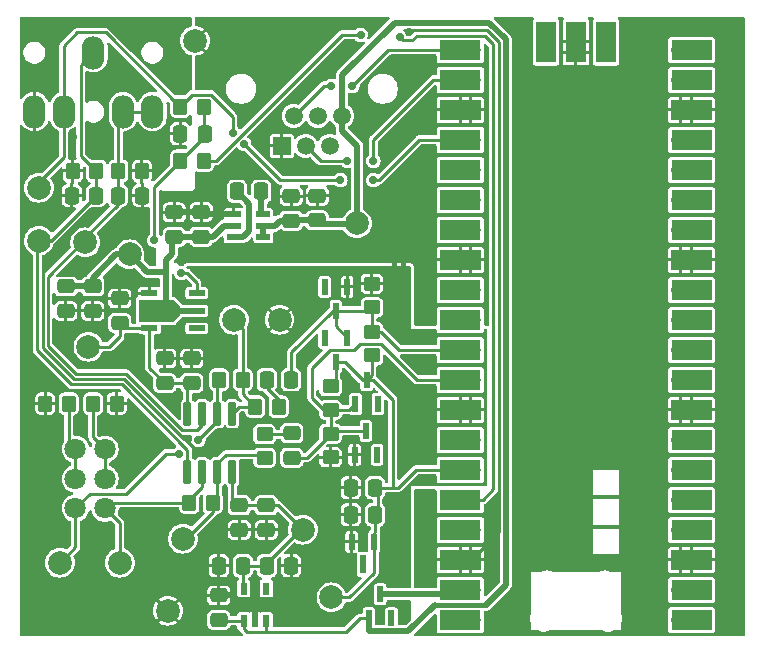
<source format=gbr>
%TF.GenerationSoftware,KiCad,Pcbnew,8.0.7+1*%
%TF.CreationDate,2025-02-06T19:29:56-05:00*%
%TF.ProjectId,jetKVM-audio-expansion,6a65744b-564d-42d6-9175-64696f2d6578,rev?*%
%TF.SameCoordinates,Original*%
%TF.FileFunction,Copper,L1,Top*%
%TF.FilePolarity,Positive*%
%FSLAX46Y46*%
G04 Gerber Fmt 4.6, Leading zero omitted, Abs format (unit mm)*
G04 Created by KiCad (PCBNEW 8.0.7+1) date 2025-02-06 19:29:56*
%MOMM*%
%LPD*%
G01*
G04 APERTURE LIST*
G04 Aperture macros list*
%AMRoundRect*
0 Rectangle with rounded corners*
0 $1 Rounding radius*
0 $2 $3 $4 $5 $6 $7 $8 $9 X,Y pos of 4 corners*
0 Add a 4 corners polygon primitive as box body*
4,1,4,$2,$3,$4,$5,$6,$7,$8,$9,$2,$3,0*
0 Add four circle primitives for the rounded corners*
1,1,$1+$1,$2,$3*
1,1,$1+$1,$4,$5*
1,1,$1+$1,$6,$7*
1,1,$1+$1,$8,$9*
0 Add four rect primitives between the rounded corners*
20,1,$1+$1,$2,$3,$4,$5,0*
20,1,$1+$1,$4,$5,$6,$7,0*
20,1,$1+$1,$6,$7,$8,$9,0*
20,1,$1+$1,$8,$9,$2,$3,0*%
%AMFreePoly0*
4,1,9,0.939800,1.993900,0.266700,1.371600,0.266700,-0.711200,-0.266700,-0.711200,-0.266700,1.371600,-0.939800,1.993900,-0.939800,4.876800,0.939800,4.876800,0.939800,1.993900,0.939800,1.993900,$1*%
%AMFreePoly1*
4,1,19,0.500000,-0.750000,0.000000,-0.750000,0.000000,-0.744911,-0.071157,-0.744911,-0.207708,-0.704816,-0.327430,-0.627875,-0.420627,-0.520320,-0.479746,-0.390866,-0.500000,-0.250000,-0.500000,0.250000,-0.479746,0.390866,-0.420627,0.520320,-0.327430,0.627875,-0.207708,0.704816,-0.071157,0.744911,0.000000,0.744911,0.000000,0.750000,0.500000,0.750000,0.500000,-0.750000,0.500000,-0.750000,
$1*%
%AMFreePoly2*
4,1,19,0.000000,0.744911,0.071157,0.744911,0.207708,0.704816,0.327430,0.627875,0.420627,0.520320,0.479746,0.390866,0.500000,0.250000,0.500000,-0.250000,0.479746,-0.390866,0.420627,-0.520320,0.327430,-0.627875,0.207708,-0.704816,0.071157,-0.744911,0.000000,-0.744911,0.000000,-0.750000,-0.500000,-0.750000,-0.500000,0.750000,0.000000,0.750000,0.000000,0.744911,0.000000,0.744911,
$1*%
G04 Aperture macros list end*
%TA.AperFunction,EtchedComponent*%
%ADD10C,0.000000*%
%TD*%
%TA.AperFunction,SMDPad,CuDef*%
%ADD11RoundRect,0.250000X-0.350000X-0.450000X0.350000X-0.450000X0.350000X0.450000X-0.350000X0.450000X0*%
%TD*%
%TA.AperFunction,SMDPad,CuDef*%
%ADD12RoundRect,0.250000X0.337500X0.475000X-0.337500X0.475000X-0.337500X-0.475000X0.337500X-0.475000X0*%
%TD*%
%TA.AperFunction,SMDPad,CuDef*%
%ADD13RoundRect,0.250000X0.475000X-0.337500X0.475000X0.337500X-0.475000X0.337500X-0.475000X-0.337500X0*%
%TD*%
%TA.AperFunction,SMDPad,CuDef*%
%ADD14R,0.558800X1.320800*%
%TD*%
%TA.AperFunction,SMDPad,CuDef*%
%ADD15R,0.558800X1.587500*%
%TD*%
%TA.AperFunction,ComponentPad*%
%ADD16O,1.700000X1.700000*%
%TD*%
%TA.AperFunction,SMDPad,CuDef*%
%ADD17R,3.500000X1.700000*%
%TD*%
%TA.AperFunction,ComponentPad*%
%ADD18R,1.700000X1.700000*%
%TD*%
%TA.AperFunction,SMDPad,CuDef*%
%ADD19R,1.700000X3.500000*%
%TD*%
%TA.AperFunction,SMDPad,CuDef*%
%ADD20RoundRect,0.250000X-0.475000X0.337500X-0.475000X-0.337500X0.475000X-0.337500X0.475000X0.337500X0*%
%TD*%
%TA.AperFunction,ComponentPad*%
%ADD21C,2.000000*%
%TD*%
%TA.AperFunction,ComponentPad*%
%ADD22O,1.910000X2.816000*%
%TD*%
%TA.AperFunction,SMDPad,CuDef*%
%ADD23R,1.422400X0.482600*%
%TD*%
%TA.AperFunction,SMDPad,CuDef*%
%ADD24FreePoly0,90.000000*%
%TD*%
%TA.AperFunction,SMDPad,CuDef*%
%ADD25RoundRect,0.250000X-0.337500X-0.475000X0.337500X-0.475000X0.337500X0.475000X-0.337500X0.475000X0*%
%TD*%
%TA.AperFunction,ComponentPad*%
%ADD26R,1.520000X1.520000*%
%TD*%
%TA.AperFunction,ComponentPad*%
%ADD27C,1.520000*%
%TD*%
%TA.AperFunction,SMDPad,CuDef*%
%ADD28RoundRect,0.250000X0.450000X-0.350000X0.450000X0.350000X-0.450000X0.350000X-0.450000X-0.350000X0*%
%TD*%
%TA.AperFunction,SMDPad,CuDef*%
%ADD29RoundRect,0.250000X-0.450000X0.350000X-0.450000X-0.350000X0.450000X-0.350000X0.450000X0.350000X0*%
%TD*%
%TA.AperFunction,ComponentPad*%
%ADD30C,1.800000*%
%TD*%
%TA.AperFunction,SMDPad,CuDef*%
%ADD31RoundRect,0.250000X0.350000X0.450000X-0.350000X0.450000X-0.350000X-0.450000X0.350000X-0.450000X0*%
%TD*%
%TA.AperFunction,SMDPad,CuDef*%
%ADD32R,0.599999X1.000000*%
%TD*%
%TA.AperFunction,SMDPad,CuDef*%
%ADD33RoundRect,0.075000X-0.225000X0.910000X-0.225000X-0.910000X0.225000X-0.910000X0.225000X0.910000X0*%
%TD*%
%TA.AperFunction,SMDPad,CuDef*%
%ADD34FreePoly1,270.000000*%
%TD*%
%TA.AperFunction,SMDPad,CuDef*%
%ADD35FreePoly2,270.000000*%
%TD*%
%TA.AperFunction,SMDPad,CuDef*%
%ADD36RoundRect,0.072500X-0.532500X-0.217500X0.532500X-0.217500X0.532500X0.217500X-0.532500X0.217500X0*%
%TD*%
%TA.AperFunction,ViaPad*%
%ADD37C,0.711200*%
%TD*%
%TA.AperFunction,Conductor*%
%ADD38C,0.508000*%
%TD*%
%TA.AperFunction,Conductor*%
%ADD39C,0.254000*%
%TD*%
%TA.AperFunction,Conductor*%
%ADD40C,0.406400*%
%TD*%
G04 APERTURE END LIST*
D10*
%TA.AperFunction,EtchedComponent*%
%TO.C,JP1*%
G36*
X135944000Y-93341000D02*
G01*
X135544000Y-93341000D01*
X135544000Y-92841000D01*
X135944000Y-92841000D01*
X135944000Y-93341000D01*
G37*
%TD.AperFunction*%
%TA.AperFunction,EtchedComponent*%
G36*
X136744000Y-93341000D02*
G01*
X136344000Y-93341000D01*
X136344000Y-92841000D01*
X136744000Y-92841000D01*
X136744000Y-93341000D01*
G37*
%TD.AperFunction*%
%TD*%
D11*
%TO.P,R15,2*%
%TO.N,/TIP*%
X110524800Y-85191600D03*
%TO.P,R15,1*%
%TO.N,GNDA*%
X108524800Y-85191600D03*
%TD*%
%TO.P,R14,2*%
%TO.N,GNDA*%
X114385600Y-85191600D03*
%TO.P,R14,1*%
%TO.N,/RING*%
X112385600Y-85191600D03*
%TD*%
D12*
%TO.P,C22,2*%
%TO.N,/RING*%
X112348100Y-87274400D03*
%TO.P,C22,1*%
%TO.N,GNDA*%
X114423100Y-87274400D03*
%TD*%
%TO.P,C21,2*%
%TO.N,GNDA*%
X108436500Y-87274400D03*
%TO.P,C21,1*%
%TO.N,/TIP*%
X110511500Y-87274400D03*
%TD*%
D13*
%TO.P,C6,1*%
%TO.N,-5V*%
X119395000Y-90754000D03*
%TO.P,C6,2*%
%TO.N,GND*%
X119395000Y-88679000D03*
%TD*%
D14*
%TO.P,U7,1*%
%TO.N,+3V0*%
X134046001Y-116586000D03*
%TO.P,U7,2*%
%TO.N,GNDA*%
X132145999Y-116586000D03*
D15*
%TO.P,U7,3,NC*%
%TO.N,unconnected-(U7-NC-Pad3)*%
X133096000Y-118484650D03*
%TD*%
D16*
%TO.P,U3,1,GPIO0*%
%TO.N,unconnected-(U3-GPIO0-Pad1)*%
X160020000Y-123190000D03*
D17*
X160920000Y-123190000D03*
D16*
%TO.P,U3,2,GPIO1*%
%TO.N,unconnected-(U3-GPIO1-Pad2)*%
X160020000Y-120650000D03*
D17*
X160920000Y-120650000D03*
D18*
%TO.P,U3,3,GND*%
%TO.N,GND*%
X160020000Y-118110000D03*
D17*
X160920000Y-118110000D03*
D16*
%TO.P,U3,4,GPIO2*%
%TO.N,unconnected-(U3-GPIO2-Pad4)*%
X160020000Y-115570000D03*
D17*
X160920000Y-115570000D03*
D16*
%TO.P,U3,5,GPIO3*%
%TO.N,unconnected-(U3-GPIO3-Pad5)*%
X160020000Y-113030000D03*
D17*
X160920000Y-113030000D03*
D16*
%TO.P,U3,6,GPIO4*%
%TO.N,unconnected-(U3-GPIO4-Pad6)*%
X160020000Y-110490000D03*
D17*
X160920000Y-110490000D03*
D16*
%TO.P,U3,7,GPIO5*%
%TO.N,unconnected-(U3-GPIO5-Pad7)*%
X160020000Y-107950000D03*
D17*
X160920000Y-107950000D03*
D18*
%TO.P,U3,8,GND*%
%TO.N,GND*%
X160020000Y-105410000D03*
D17*
X160920000Y-105410000D03*
D16*
%TO.P,U3,9,GPIO6*%
%TO.N,unconnected-(U3-GPIO6-Pad9)*%
X160020000Y-102870000D03*
D17*
X160920000Y-102870000D03*
D16*
%TO.P,U3,10,GPIO7*%
%TO.N,unconnected-(U3-GPIO7-Pad10)*%
X160020000Y-100330000D03*
D17*
X160920000Y-100330000D03*
D16*
%TO.P,U3,11,GPIO8*%
%TO.N,unconnected-(U3-GPIO8-Pad11)*%
X160020000Y-97790000D03*
D17*
X160920000Y-97790000D03*
D16*
%TO.P,U3,12,GPIO9*%
%TO.N,unconnected-(U3-GPIO9-Pad12)*%
X160020000Y-95250000D03*
D17*
X160920000Y-95250000D03*
D18*
%TO.P,U3,13,GND*%
%TO.N,GND*%
X160020000Y-92710000D03*
D17*
X160920000Y-92710000D03*
D16*
%TO.P,U3,14,GPIO10*%
%TO.N,unconnected-(U3-GPIO10-Pad14)*%
X160020000Y-90170000D03*
D17*
X160920000Y-90170000D03*
D16*
%TO.P,U3,15,GPIO11*%
%TO.N,unconnected-(U3-GPIO11-Pad15)*%
X160020000Y-87630000D03*
D17*
X160920000Y-87630000D03*
D16*
%TO.P,U3,16,GPIO12*%
%TO.N,unconnected-(U3-GPIO12-Pad16)*%
X160020000Y-85090000D03*
D17*
X160920000Y-85090000D03*
D16*
%TO.P,U3,17,GPIO13*%
%TO.N,unconnected-(U3-GPIO13-Pad17)*%
X160020000Y-82550000D03*
D17*
X160920000Y-82550000D03*
D18*
%TO.P,U3,18,GND*%
%TO.N,GND*%
X160020000Y-80010000D03*
D17*
X160920000Y-80010000D03*
D16*
%TO.P,U3,19,GPIO14*%
%TO.N,unconnected-(U3-GPIO14-Pad19)*%
X160020000Y-77470000D03*
D17*
X160920000Y-77470000D03*
D16*
%TO.P,U3,20,GPIO15*%
%TO.N,unconnected-(U3-GPIO15-Pad20)*%
X160020000Y-74930000D03*
D17*
X160920000Y-74930000D03*
D16*
%TO.P,U3,21,GPIO16*%
%TO.N,/KVM_RX*%
X142240000Y-74930000D03*
D17*
X141340000Y-74930000D03*
D16*
%TO.P,U3,22,GPIO17*%
%TO.N,/KVM_TX*%
X142240000Y-77470000D03*
D17*
X141340000Y-77470000D03*
D18*
%TO.P,U3,23,GND*%
%TO.N,GND*%
X142240000Y-80010000D03*
D17*
X141340000Y-80010000D03*
D16*
%TO.P,U3,24,GPIO18*%
%TO.N,/~{JACK_PRESENT}*%
X142240000Y-82550000D03*
D17*
X141340000Y-82550000D03*
D16*
%TO.P,U3,25,GPIO19*%
%TO.N,unconnected-(U3-GPIO19-Pad25)*%
X142240000Y-85090000D03*
D17*
X141340000Y-85090000D03*
D16*
%TO.P,U3,26,GPIO20*%
%TO.N,unconnected-(U3-GPIO20-Pad26)*%
X142240000Y-87630000D03*
D17*
X141340000Y-87630000D03*
D16*
%TO.P,U3,27,GPIO21*%
%TO.N,unconnected-(U3-GPIO21-Pad27)*%
X142240000Y-90170000D03*
D17*
X141340000Y-90170000D03*
D18*
%TO.P,U3,28,GND*%
%TO.N,GND*%
X142240000Y-92710000D03*
D17*
X141340000Y-92710000D03*
D16*
%TO.P,U3,29,GPIO22*%
%TO.N,unconnected-(U3-GPIO22-Pad29)*%
X142240000Y-95250000D03*
D17*
X141340000Y-95250000D03*
D16*
%TO.P,U3,30,RUN*%
%TO.N,unconnected-(U3-RUN-Pad30)*%
X142240000Y-97790000D03*
D17*
X141340000Y-97790000D03*
D16*
%TO.P,U3,31,GPIO26_ADC0*%
%TO.N,/ADC0*%
X142240000Y-100330000D03*
D17*
X141340000Y-100330000D03*
D16*
%TO.P,U3,32,GPIO27_ADC1*%
%TO.N,/ADC1*%
X142240000Y-102870000D03*
D17*
X141340000Y-102870000D03*
D18*
%TO.P,U3,33,AGND*%
%TO.N,GNDA*%
X142240000Y-105410000D03*
D17*
X141340000Y-105410000D03*
D16*
%TO.P,U3,34,GPIO28_ADC2*%
%TO.N,unconnected-(U3-GPIO28_ADC2-Pad34)*%
X142240000Y-107950000D03*
D17*
X141340000Y-107950000D03*
D16*
%TO.P,U3,35,ADC_VREF*%
%TO.N,+3V0*%
X142240000Y-110490000D03*
D17*
X141340000Y-110490000D03*
D16*
%TO.P,U3,36,3V3*%
%TO.N,+3.3V*%
X142240000Y-113030000D03*
D17*
X141340000Y-113030000D03*
D16*
%TO.P,U3,37,3V3_EN*%
%TO.N,unconnected-(U3-3V3_EN-Pad37)*%
X142240000Y-115570000D03*
D17*
X141340000Y-115570000D03*
D18*
%TO.P,U3,38,GND*%
%TO.N,GND*%
X142240000Y-118110000D03*
D17*
X141340000Y-118110000D03*
D16*
%TO.P,U3,39,VSYS*%
%TO.N,Net-(U3-VSYS)*%
X142240000Y-120650000D03*
D17*
X141340000Y-120650000D03*
D16*
%TO.P,U3,40,VBUS*%
%TO.N,unconnected-(U3-VBUS-Pad40)*%
X142240000Y-123190000D03*
D17*
X141340000Y-123190000D03*
D16*
%TO.P,U3,41,SWCLK*%
%TO.N,unconnected-(U3-SWCLK-Pad41)*%
X153670000Y-75160000D03*
D19*
X153670000Y-74260000D03*
D18*
%TO.P,U3,42,GND*%
%TO.N,GND*%
X151130000Y-75160000D03*
D19*
X151130000Y-74260000D03*
D16*
%TO.P,U3,43,SWDIO*%
%TO.N,unconnected-(U3-SWDIO-Pad43)*%
X148590000Y-75160000D03*
D19*
X148590000Y-74260000D03*
%TD*%
D20*
%TO.P,C14,1*%
%TO.N,Net-(C14-Pad1)*%
X127063497Y-107399000D03*
%TO.P,C14,2*%
%TO.N,/ADC1*%
X127063497Y-109474000D03*
%TD*%
D11*
%TO.P,R9,1*%
%TO.N,/OUTA*%
X123968000Y-105156000D03*
%TO.P,R9,2*%
%TO.N,Net-(C18-Pad1)*%
X125968000Y-105156000D03*
%TD*%
D21*
%TO.P,TP6,1,1*%
%TO.N,/RING*%
X109575600Y-91236800D03*
%TD*%
D12*
%TO.P,C3,1*%
%TO.N,Net-(U2-CAP+)*%
X124496500Y-86922500D03*
%TO.P,C3,2*%
%TO.N,Net-(U2-CAP-)*%
X122421500Y-86922500D03*
%TD*%
D22*
%TO.P,J2,1*%
%TO.N,/TIP*%
X110276000Y-75176000D03*
%TO.P,J2,2*%
%TO.N,GNDA*%
X105276000Y-80176000D03*
%TO.P,J2,3*%
%TO.N,/RING*%
X115276000Y-80176000D03*
%TO.P,J2,4*%
%TO.N,/~{JACK_PRESENT}*%
X107776000Y-80176000D03*
%TO.P,J2,5*%
%TO.N,/RING*%
X112776000Y-80176000D03*
%TD*%
D21*
%TO.P,TP8,1,1*%
%TO.N,GND*%
X118872000Y-74168000D03*
%TD*%
D23*
%TO.P,U5,1,NC*%
%TO.N,unconnected-(U5-NC-Pad1)*%
X119036600Y-98526600D03*
D24*
%TO.P,U5,2,-VIN*%
%TO.N,-5V*%
X119036600Y-97028000D03*
D23*
%TO.P,U5,3,CE*%
%TO.N,+3.3VA*%
X119036600Y-95529400D03*
%TO.P,U5,4,GND*%
%TO.N,GNDA*%
X115023400Y-95529400D03*
%TO.P,U5,5,-VOUT*%
%TO.N,-2V5*%
X115023400Y-98526600D03*
%TD*%
D21*
%TO.P,TP1,1,1*%
%TO.N,GNDA*%
X116586000Y-122428000D03*
%TD*%
D25*
%TO.P,C18,1*%
%TO.N,Net-(C18-Pad1)*%
X124946500Y-102870000D03*
%TO.P,C18,2*%
%TO.N,/ADC0*%
X127021500Y-102870000D03*
%TD*%
D13*
%TO.P,C2,1*%
%TO.N,-5V*%
X117109000Y-90775500D03*
%TO.P,C2,2*%
%TO.N,GND*%
X117109000Y-88700500D03*
%TD*%
D20*
%TO.P,C5,1*%
%TO.N,GNDA*%
X118618000Y-101070500D03*
%TO.P,C5,2*%
%TO.N,-2V5*%
X118618000Y-103145500D03*
%TD*%
D12*
%TO.P,C15,1*%
%TO.N,+3V0*%
X134133500Y-114300000D03*
%TO.P,C15,2*%
%TO.N,GNDA*%
X132058500Y-114300000D03*
%TD*%
D26*
%TO.P,J1,1*%
%TO.N,GND*%
X126228000Y-83072000D03*
D27*
%TO.P,J1,2*%
%TO.N,/KVM_RX*%
X127248000Y-80532000D03*
%TO.P,J1,3*%
%TO.N,/KVM_TX*%
X128268000Y-83072000D03*
%TO.P,J1,4*%
%TO.N,unconnected-(J1-Pad4)*%
X129288000Y-80532000D03*
%TO.P,J1,5*%
%TO.N,unconnected-(J1-Pad5)*%
X130308000Y-83072000D03*
%TO.P,J1,6*%
%TO.N,+5V*%
X131328000Y-80532000D03*
%TD*%
D20*
%TO.P,C8,1*%
%TO.N,-5V*%
X110236000Y-94974500D03*
%TO.P,C8,2*%
%TO.N,GNDA*%
X110236000Y-97049500D03*
%TD*%
D28*
%TO.P,R13,1*%
%TO.N,GNDA*%
X130365500Y-109442000D03*
%TO.P,R13,2*%
%TO.N,/ADC1*%
X130365500Y-107442000D03*
%TD*%
D11*
%TO.P,R3,1*%
%TO.N,/-IN_A*%
X120920000Y-102870000D03*
%TO.P,R3,2*%
%TO.N,/OUTA*%
X122920000Y-102870000D03*
%TD*%
D21*
%TO.P,TP16,1,1*%
%TO.N,+3V0*%
X130429000Y-121285000D03*
%TD*%
D29*
%TO.P,R10,1*%
%TO.N,/ADC0*%
X133858000Y-98806000D03*
%TO.P,R10,2*%
%TO.N,+3V0*%
X133858000Y-100806000D03*
%TD*%
D21*
%TO.P,TP2,1,1*%
%TO.N,/~{JACK_PRESENT}*%
X105664000Y-86614000D03*
%TD*%
D11*
%TO.P,R8,1*%
%TO.N,+3.3VA*%
X117634000Y-84328000D03*
%TO.P,R8,2*%
%TO.N,+3.3V*%
X119634000Y-84328000D03*
%TD*%
D30*
%TO.P,R2,R1_1*%
%TO.N,Net-(R2-PadR1_1)*%
X108752000Y-108752000D03*
%TO.P,R2,R1_2*%
X108752000Y-111252000D03*
%TO.P,R2,R1_3*%
%TO.N,/-IN_A*%
X108752000Y-113752000D03*
%TO.P,R2,R2_1*%
%TO.N,Net-(R2-PadR2_1)*%
X111252000Y-108752000D03*
%TO.P,R2,R2_2*%
X111252000Y-111252000D03*
%TO.P,R2,R2_3*%
%TO.N,/-IN_B*%
X111252000Y-113752000D03*
%TD*%
D11*
%TO.P,R4,1*%
%TO.N,GNDA*%
X106188000Y-104902000D03*
%TO.P,R4,2*%
%TO.N,Net-(R2-PadR1_1)*%
X108188000Y-104902000D03*
%TD*%
D31*
%TO.P,R1,1*%
%TO.N,+3.3VA*%
X119618000Y-79756000D03*
%TO.P,R1,2*%
%TO.N,/~{JACK_PRESENT}*%
X117618000Y-79756000D03*
%TD*%
D21*
%TO.P,TP19,1,1*%
%TO.N,-5V*%
X113334800Y-92252800D03*
%TD*%
D31*
%TO.P,R5,1*%
%TO.N,GNDA*%
X112252000Y-104902000D03*
%TO.P,R5,2*%
%TO.N,Net-(R2-PadR2_1)*%
X110252000Y-104902000D03*
%TD*%
D32*
%TO.P,U6,1,IN*%
%TO.N,+5V*%
X123001999Y-123295001D03*
%TO.P,U6,2,GND*%
%TO.N,GNDA*%
X123952000Y-123295001D03*
%TO.P,U6,3,EN*%
%TO.N,+5V*%
X124901998Y-123295001D03*
%TO.P,U6,4,NC*%
%TO.N,unconnected-(U6-NC-Pad4)*%
X124901998Y-120545001D03*
%TO.P,U6,5,OUT*%
%TO.N,+2V5*%
X123001999Y-120545001D03*
%TD*%
D33*
%TO.P,U1,1,OUTA*%
%TO.N,/OUTA*%
X122047000Y-105734000D03*
%TO.P,U1,2,-IN_A*%
%TO.N,/-IN_A*%
X120777000Y-105734000D03*
%TO.P,U1,3,+IN_A*%
%TO.N,/RING*%
X119507000Y-105734000D03*
%TO.P,U1,4,VSS*%
%TO.N,-2V5*%
X118237000Y-105734000D03*
%TO.P,U1,5,+IN_B*%
%TO.N,/TIP*%
X118237000Y-110674000D03*
%TO.P,U1,6,-IN_B*%
%TO.N,/-IN_B*%
X119507000Y-110674000D03*
%TO.P,U1,7,OUTB*%
%TO.N,/OUTB*%
X120777000Y-110674000D03*
%TO.P,U1,8,VDD*%
%TO.N,+2V5*%
X122047000Y-110674000D03*
%TD*%
D28*
%TO.P,R7,1*%
%TO.N,/OUTB*%
X124777498Y-109474000D03*
%TO.P,R7,2*%
%TO.N,Net-(C14-Pad1)*%
X124777498Y-107474000D03*
%TD*%
D21*
%TO.P,TP10,1,1*%
%TO.N,/-IN_A*%
X107442000Y-118364000D03*
%TD*%
D14*
%TO.P,U11,1*%
%TO.N,GNDA*%
X132397500Y-109220000D03*
%TO.P,U11,2,NC*%
%TO.N,unconnected-(U11-NC-Pad2)*%
X134302500Y-109220000D03*
%TO.P,U11,3*%
%TO.N,/ADC1*%
X133350000Y-107188000D03*
%TD*%
%TO.P,U8,1*%
%TO.N,/ADC0*%
X131762498Y-99314000D03*
%TO.P,U8,2,NC*%
%TO.N,unconnected-(U8-NC-Pad2)*%
X129857498Y-99314000D03*
%TO.P,U8,3*%
%TO.N,+3V0*%
X130809998Y-101346000D03*
%TD*%
D20*
%TO.P,C20,1*%
%TO.N,GNDA*%
X116332000Y-101070500D03*
%TO.P,C20,2*%
%TO.N,-2V5*%
X116332000Y-103145500D03*
%TD*%
D13*
%TO.P,C9,1*%
%TO.N,+5V*%
X120904000Y-123211500D03*
%TO.P,C9,2*%
%TO.N,GNDA*%
X120904000Y-121136500D03*
%TD*%
D14*
%TO.P,U9,1*%
%TO.N,GNDA*%
X131762500Y-94996000D03*
%TO.P,U9,2,NC*%
%TO.N,unconnected-(U9-NC-Pad2)*%
X129857500Y-94996000D03*
%TO.P,U9,3*%
%TO.N,/ADC0*%
X130810000Y-97028000D03*
%TD*%
D21*
%TO.P,TP7,1,1*%
%TO.N,/TIP*%
X105664000Y-91084400D03*
%TD*%
D11*
%TO.P,R6,1*%
%TO.N,/-IN_B*%
X118396000Y-113284000D03*
%TO.P,R6,2*%
%TO.N,/OUTB*%
X120396000Y-113284000D03*
%TD*%
D12*
%TO.P,C12,1*%
%TO.N,+3.3VA*%
X119701500Y-82042000D03*
%TO.P,C12,2*%
%TO.N,GNDA*%
X117626500Y-82042000D03*
%TD*%
D29*
%TO.P,R11,1*%
%TO.N,GNDA*%
X133858000Y-94742000D03*
%TO.P,R11,2*%
%TO.N,/ADC0*%
X133858000Y-96742000D03*
%TD*%
D12*
%TO.P,C17,1*%
%TO.N,+3V0*%
X134133500Y-112014000D03*
%TO.P,C17,2*%
%TO.N,GNDA*%
X132058500Y-112014000D03*
%TD*%
D21*
%TO.P,TP15,1,1*%
%TO.N,GNDA*%
X126034800Y-97790000D03*
%TD*%
D14*
%TO.P,U10,1*%
%TO.N,/ADC1*%
X132460999Y-104917998D03*
%TO.P,U10,2,NC*%
%TO.N,unconnected-(U10-NC-Pad2)*%
X134365999Y-104917998D03*
%TO.P,U10,3*%
%TO.N,+3V0*%
X133413499Y-102885998D03*
%TD*%
D21*
%TO.P,TP13,1,1*%
%TO.N,/OUTB*%
X117856000Y-116332000D03*
%TD*%
D20*
%TO.P,C16,1*%
%TO.N,-5V*%
X107950000Y-94974500D03*
%TO.P,C16,2*%
%TO.N,GNDA*%
X107950000Y-97049500D03*
%TD*%
D12*
%TO.P,C10,1*%
%TO.N,+2V5*%
X122957500Y-118618000D03*
%TO.P,C10,2*%
%TO.N,GNDA*%
X120882500Y-118618000D03*
%TD*%
D21*
%TO.P,TP18,1,1*%
%TO.N,-2V5*%
X109855000Y-100076000D03*
%TD*%
%TO.P,TP11,1,1*%
%TO.N,/-IN_B*%
X112522000Y-118364000D03*
%TD*%
D14*
%TO.P,U4,1*%
%TO.N,+5V*%
X133604000Y-123062999D03*
%TO.P,U4,2,NC*%
%TO.N,unconnected-(U4-NC-Pad2)*%
X135509000Y-123062999D03*
%TO.P,U4,3*%
%TO.N,Net-(U3-VSYS)*%
X134556500Y-121030999D03*
%TD*%
D20*
%TO.P,C4,1*%
%TO.N,+2V5*%
X122618498Y-113500000D03*
%TO.P,C4,2*%
%TO.N,GNDA*%
X122618498Y-115575000D03*
%TD*%
D34*
%TO.P,JP1,1,A*%
%TO.N,GND*%
X136144000Y-92441000D03*
D35*
%TO.P,JP1,2,B*%
%TO.N,GNDA*%
X136144000Y-93741000D03*
%TD*%
D36*
%TO.P,U2,1,GND*%
%TO.N,GND*%
X122153200Y-88864400D03*
%TO.P,U2,2,OUT*%
%TO.N,-5V*%
X122153200Y-89814400D03*
%TO.P,U2,3,CAP-*%
%TO.N,Net-(U2-CAP-)*%
X122153200Y-90764400D03*
%TO.P,U2,4,~{SD}*%
%TO.N,+5V*%
X124663200Y-90764400D03*
%TO.P,U2,5,V+*%
X124663200Y-89814400D03*
%TO.P,U2,6,CAP+*%
%TO.N,Net-(U2-CAP+)*%
X124663200Y-88864400D03*
%TD*%
D20*
%TO.P,C19,1*%
%TO.N,+2V5*%
X124904498Y-113500000D03*
%TO.P,C19,2*%
%TO.N,GNDA*%
X124904498Y-115575000D03*
%TD*%
D21*
%TO.P,TP14,1,1*%
%TO.N,+5V*%
X132588000Y-89611200D03*
%TD*%
D13*
%TO.P,C1,1*%
%TO.N,+5V*%
X129235200Y-89378700D03*
%TO.P,C1,2*%
%TO.N,GND*%
X129235200Y-87303700D03*
%TD*%
%TO.P,C11,1*%
%TO.N,-2V5*%
X112522000Y-98065500D03*
%TO.P,C11,2*%
%TO.N,GNDA*%
X112522000Y-95990500D03*
%TD*%
D21*
%TO.P,TP12,1,1*%
%TO.N,/OUTA*%
X122174000Y-97790000D03*
%TD*%
%TO.P,TP17,1,1*%
%TO.N,+2V5*%
X128016000Y-115570000D03*
%TD*%
D25*
%TO.P,C13,1*%
%TO.N,+2V5*%
X124946500Y-118618000D03*
%TO.P,C13,2*%
%TO.N,GNDA*%
X127021500Y-118618000D03*
%TD*%
D13*
%TO.P,C7,1*%
%TO.N,+5V*%
X127015000Y-89400200D03*
%TO.P,C7,2*%
%TO.N,GND*%
X127015000Y-87325200D03*
%TD*%
D28*
%TO.P,R12,1*%
%TO.N,/ADC1*%
X130365498Y-105426002D03*
%TO.P,R12,2*%
%TO.N,+3V0*%
X130365498Y-103426002D03*
%TD*%
D37*
%TO.N,GNDA*%
X109474000Y-86258400D03*
X113385600Y-86258400D03*
%TO.N,/KVM_TX*%
X131778400Y-84328000D03*
X133985000Y-84328000D03*
%TO.N,GND*%
X133604000Y-87249000D03*
X137004673Y-73445600D03*
X118008400Y-92252800D03*
X120802400Y-88864401D03*
X136144000Y-91236800D03*
X117109000Y-87417000D03*
X144170400Y-123444000D03*
X131572000Y-87249000D03*
%TO.N,/KVM_RX*%
X130429000Y-77978000D03*
X132207000Y-77978000D03*
%TO.N,/~{JACK_PRESENT}*%
X131191000Y-85979000D03*
X133985000Y-85979000D03*
X123037672Y-82905672D03*
X122072328Y-81940328D03*
%TO.N,GNDA*%
X109067600Y-98196400D03*
X116967000Y-72898000D03*
X118922257Y-109143257D03*
X123393200Y-111607600D03*
X123748800Y-116890800D03*
X122770900Y-121881900D03*
X108712000Y-93472000D03*
X107238800Y-103581200D03*
X131673600Y-110540800D03*
X105156000Y-73152000D03*
X136550400Y-95046800D03*
X137363200Y-101295200D03*
X117500400Y-100025200D03*
X118264228Y-107870600D03*
X113588800Y-105460800D03*
X126796800Y-119989600D03*
X106273600Y-93319600D03*
X135077200Y-102108000D03*
X128016000Y-101600000D03*
X113538000Y-97028000D03*
X133096000Y-115519200D03*
X108508800Y-82346800D03*
X117602000Y-77851000D03*
X133096000Y-113182400D03*
X136702800Y-122580400D03*
X131724400Y-102565200D03*
X136550400Y-110083600D03*
X113690400Y-99415600D03*
X116992400Y-104902000D03*
X132486400Y-93624400D03*
X112141000Y-75946000D03*
X115824000Y-82550000D03*
%TO.N,+3.3V*%
X136194800Y-73863200D03*
X132892800Y-73660000D03*
%TO.N,/-IN_A*%
X119169174Y-107977192D03*
X117554400Y-109131172D03*
%TO.N,+3.3VA*%
X115443000Y-91059000D03*
X117729000Y-93853000D03*
%TD*%
D38*
%TO.N,-5V*%
X113334800Y-92252800D02*
X114808000Y-93726000D01*
X112209200Y-92252800D02*
X113334800Y-92252800D01*
X114808000Y-93726000D02*
X116382800Y-93726000D01*
X110236000Y-94974500D02*
X110236000Y-94226000D01*
X110236000Y-94226000D02*
X112209200Y-92252800D01*
D39*
%TO.N,/~{JACK_PRESENT}*%
X105664000Y-86614000D02*
X105664000Y-86156800D01*
X105664000Y-86156800D02*
X107776000Y-84044800D01*
X107776000Y-84044800D02*
X107776000Y-80176000D01*
%TO.N,/TIP*%
X105664000Y-91084400D02*
X105518000Y-91230400D01*
X105518000Y-91230400D02*
X105518000Y-100372053D01*
X105518000Y-100372053D02*
X108415947Y-103270000D01*
X108415947Y-103270000D02*
X112668000Y-103270000D01*
X112668000Y-103270000D02*
X118237000Y-108839000D01*
X118237000Y-108839000D02*
X118237000Y-110674000D01*
X110474000Y-87138000D02*
X110482200Y-87129800D01*
X105664000Y-91084400D02*
X106664000Y-91084400D01*
X106664000Y-91084400D02*
X110474000Y-87274400D01*
X110474000Y-87274400D02*
X110474000Y-87138000D01*
X110482200Y-87129800D02*
X110482200Y-85191600D01*
X110482200Y-85191600D02*
X109222000Y-83931400D01*
X109222000Y-83931400D02*
X109222000Y-76230000D01*
X109222000Y-76230000D02*
X110276000Y-75176000D01*
%TO.N,/RING*%
X109575600Y-91236800D02*
X109575600Y-90822400D01*
X119088799Y-107137200D02*
X117819305Y-107137200D01*
X109321600Y-91236800D02*
X109575600Y-91236800D01*
X112348100Y-88049900D02*
X112348100Y-87274400D01*
X106426000Y-99995948D02*
X106426000Y-94132400D01*
X108792052Y-102362000D02*
X106426000Y-99995948D01*
X106426000Y-94132400D02*
X109321600Y-91236800D01*
X113044105Y-102362000D02*
X108792052Y-102362000D01*
X117819305Y-107137200D02*
X113044105Y-102362000D01*
X109575600Y-90822400D02*
X112348100Y-88049900D01*
X119507000Y-106718999D02*
X119088799Y-107137200D01*
X119507000Y-105734000D02*
X119507000Y-106718999D01*
X112385600Y-85191600D02*
X112385600Y-80566400D01*
X112385600Y-80566400D02*
X112776000Y-80176000D01*
X112348100Y-87274400D02*
X112348100Y-85229100D01*
X112348100Y-85229100D02*
X112385600Y-85191600D01*
%TO.N,+5V*%
X132842001Y-123062999D02*
X133604000Y-123062999D01*
D40*
X139192000Y-121920000D02*
X143510000Y-121920000D01*
D38*
X132588000Y-83058000D02*
X131328000Y-81798000D01*
X135771000Y-72636000D02*
X131328000Y-77079000D01*
X133604000Y-124177399D02*
X133604000Y-123062999D01*
X132588000Y-89611200D02*
X132588000Y-83058000D01*
X136934601Y-124177399D02*
X133604000Y-124177399D01*
X127015000Y-89400200D02*
X127036500Y-89378700D01*
D39*
X123001999Y-123295001D02*
X120987501Y-123295001D01*
D38*
X127015000Y-89400200D02*
X126057801Y-89400200D01*
X145180000Y-120250000D02*
X145180000Y-74052289D01*
D39*
X123001999Y-123934000D02*
X123001999Y-123295001D01*
D38*
X129235200Y-89378700D02*
X129518500Y-89662000D01*
D39*
X124901998Y-124206000D02*
X131699000Y-124206000D01*
D38*
X125643601Y-89814400D02*
X124663200Y-89814400D01*
X139192000Y-121920000D02*
X136934601Y-124177399D01*
X143510000Y-121920000D02*
X145180000Y-120250000D01*
X145180000Y-74052289D02*
X143763711Y-72636000D01*
X127036500Y-89378700D02*
X129235200Y-89378700D01*
D39*
X123273999Y-124206000D02*
X123001999Y-123934000D01*
D38*
X132537200Y-89662000D02*
X132588000Y-89611200D01*
X129518500Y-89662000D02*
X132537200Y-89662000D01*
X143763711Y-72636000D02*
X135771000Y-72636000D01*
D39*
X124901998Y-123295001D02*
X124901998Y-124206000D01*
X124901998Y-124206000D02*
X123273999Y-124206000D01*
D38*
X131328000Y-81798000D02*
X131328000Y-80532000D01*
X126057801Y-89400200D02*
X125643601Y-89814400D01*
D39*
X131699000Y-124206000D02*
X132842001Y-123062999D01*
X120987501Y-123295001D02*
X120904000Y-123211500D01*
D38*
X124663200Y-89814400D02*
X124663200Y-90764399D01*
X131328000Y-77079000D02*
X131328000Y-80532000D01*
D39*
%TO.N,/KVM_TX*%
X133985000Y-82550000D02*
X139065000Y-77470000D01*
X133985000Y-84328000D02*
X133985000Y-82550000D01*
X131778400Y-84328000D02*
X129524000Y-84328000D01*
X139065000Y-77470000D02*
X142240000Y-77470000D01*
X129524000Y-84328000D02*
X128268000Y-83072000D01*
D38*
%TO.N,GND*%
X119580401Y-88864401D02*
X119395000Y-88679000D01*
X119395000Y-88679000D02*
X117130500Y-88679000D01*
D39*
X144599000Y-74292947D02*
X143605053Y-73299000D01*
D38*
X117130500Y-88679000D02*
X117109000Y-88700500D01*
D39*
X142240000Y-118110000D02*
X144599000Y-115751000D01*
X144599000Y-115751000D02*
X144599000Y-74292947D01*
D38*
X120802400Y-88864401D02*
X119580401Y-88864401D01*
X120802400Y-88864401D02*
X122153200Y-88864401D01*
D39*
X143605053Y-73299000D02*
X137151273Y-73299000D01*
X137151273Y-73299000D02*
X137004673Y-73445600D01*
%TO.N,/KVM_RX*%
X129802000Y-77978000D02*
X127248000Y-80532000D01*
X132207000Y-77978000D02*
X135255000Y-74930000D01*
X130429000Y-77978000D02*
X129802000Y-77978000D01*
X135255000Y-74930000D02*
X142240000Y-74930000D01*
%TO.N,/RING*%
X112776000Y-80176000D02*
X115276000Y-80176000D01*
D38*
%TO.N,-5V*%
X116382800Y-97028000D02*
X119036600Y-97028000D01*
X117109000Y-90775500D02*
X116919400Y-90965100D01*
X116382800Y-92760800D02*
X116382800Y-93726000D01*
X121315600Y-89814400D02*
X122153200Y-89814400D01*
X119395000Y-90754000D02*
X120376000Y-90754000D01*
X116919400Y-90965100D02*
X116919400Y-92224200D01*
X116382800Y-93726000D02*
X116382800Y-97028000D01*
X110236000Y-94974500D02*
X107950000Y-94974500D01*
X116919400Y-92224200D02*
X116382800Y-92760800D01*
X120376000Y-90754000D02*
X121315600Y-89814400D01*
X117109000Y-90775500D02*
X119373500Y-90775500D01*
X119373500Y-90775500D02*
X119395000Y-90754000D01*
X116840000Y-97028000D02*
X119036600Y-97028000D01*
%TO.N,Net-(U2-CAP+)*%
X124496500Y-88697701D02*
X124663200Y-88864401D01*
X124496500Y-86922500D02*
X124496500Y-88697701D01*
%TO.N,Net-(U2-CAP-)*%
X123459000Y-87960000D02*
X122421500Y-86922500D01*
X123459000Y-90248998D02*
X123459000Y-87960000D01*
X122153200Y-90764399D02*
X122943599Y-90764399D01*
X122943599Y-90764399D02*
X123459000Y-90248998D01*
D39*
%TO.N,/~{JACK_PRESENT}*%
X107776000Y-74596000D02*
X108931000Y-73441000D01*
X134442200Y-85979000D02*
X137871200Y-82550000D01*
X118645000Y-78729000D02*
X117618000Y-79756000D01*
X133985000Y-85979000D02*
X134442200Y-85979000D01*
X122072328Y-80587400D02*
X120213928Y-78729000D01*
X131191000Y-85979000D02*
X126111000Y-85979000D01*
X126111000Y-85979000D02*
X123037672Y-82905672D01*
X122072328Y-81940328D02*
X122072328Y-80587400D01*
X107776000Y-80176000D02*
X107776000Y-74596000D01*
X108931000Y-73441000D02*
X111303000Y-73441000D01*
X137871200Y-82550000D02*
X142240000Y-82550000D01*
X120213928Y-78729000D02*
X118645000Y-78729000D01*
X111303000Y-73441000D02*
X117618000Y-79756000D01*
%TO.N,GNDA*%
X118871081Y-108750451D02*
X118264228Y-108143598D01*
D38*
X122770900Y-121881900D02*
X122025500Y-121136500D01*
X123952000Y-122301000D02*
X123571000Y-121920000D01*
X123952000Y-123295001D02*
X123952000Y-122301000D01*
X122025500Y-121136500D02*
X120904000Y-121136500D01*
X123571000Y-121920000D02*
X122809000Y-121920000D01*
D39*
X118264228Y-108143598D02*
X118264228Y-107870600D01*
X106273600Y-93319600D02*
X105972000Y-93621200D01*
X105972000Y-100184000D02*
X108604000Y-102816000D01*
X118871081Y-109092081D02*
X118871081Y-108750451D01*
X112856052Y-102816000D02*
X117910652Y-107870600D01*
X105972000Y-93621200D02*
X105972000Y-100184000D01*
X117910652Y-107870600D02*
X118264228Y-107870600D01*
D38*
X122809000Y-121920000D02*
X122770900Y-121881900D01*
D39*
X108604000Y-102816000D02*
X112856052Y-102816000D01*
X118922257Y-109143257D02*
X118871081Y-109092081D01*
%TO.N,/ADC0*%
X130810000Y-98361502D02*
X131762498Y-99314000D01*
X130549699Y-97027999D02*
X130810000Y-97027999D01*
X133572001Y-97027999D02*
X133858000Y-96742000D01*
X134620000Y-98806000D02*
X136144000Y-100330000D01*
X130810000Y-97027999D02*
X130810000Y-98361502D01*
X130810000Y-97027999D02*
X133572001Y-97027999D01*
X133858000Y-98806000D02*
X134620000Y-98806000D01*
X127021500Y-102870000D02*
X127021500Y-100556198D01*
X136144000Y-100330000D02*
X142240000Y-100330000D01*
X133858000Y-96742000D02*
X133858000Y-98806000D01*
X127021500Y-100556198D02*
X130549699Y-97027999D01*
%TO.N,/ADC1*%
X132305401Y-100358599D02*
X130273401Y-100358599D01*
X131952995Y-105426002D02*
X132460999Y-104917998D01*
X133350000Y-107188000D02*
X130619500Y-107188000D01*
X130619500Y-107188000D02*
X130365500Y-107442000D01*
X128778000Y-104394000D02*
X129810002Y-105426002D01*
X130273401Y-100358599D02*
X128778000Y-101854000D01*
X132842000Y-99822000D02*
X132305401Y-100358599D01*
X134620000Y-99822000D02*
X132842000Y-99822000D01*
X130365500Y-105426004D02*
X130365498Y-105426002D01*
X130365498Y-105426002D02*
X131952995Y-105426002D01*
X130365500Y-107442000D02*
X130365500Y-105426004D01*
X127063497Y-109474000D02*
X128333500Y-109474000D01*
X128333500Y-109474000D02*
X130365500Y-107442000D01*
X128778000Y-101854000D02*
X128778000Y-104394000D01*
X142240000Y-102870000D02*
X137668000Y-102870000D01*
X129810002Y-105426002D02*
X130365498Y-105426002D01*
X137668000Y-102870000D02*
X134620000Y-99822000D01*
%TO.N,+3.3V*%
X137287416Y-74128200D02*
X137662616Y-73753000D01*
X143256000Y-113030000D02*
X142240000Y-113030000D01*
X132892800Y-73660000D02*
X131318000Y-73660000D01*
X144145000Y-112141000D02*
X143256000Y-113030000D01*
X136459800Y-74128200D02*
X137287416Y-74128200D01*
X137662616Y-73753000D02*
X143417000Y-73753000D01*
X144145000Y-74481000D02*
X144145000Y-112141000D01*
X143417000Y-73753000D02*
X144145000Y-74481000D01*
X131318000Y-73660000D02*
X120650000Y-84328000D01*
X120650000Y-84328000D02*
X119634000Y-84328000D01*
X136194800Y-73863200D02*
X136459800Y-74128200D01*
%TO.N,+2V5*%
X122618498Y-113500000D02*
X124904498Y-113500000D01*
X127762000Y-115570000D02*
X124946500Y-118385500D01*
X125946000Y-113500000D02*
X128016000Y-115570000D01*
X122957500Y-118618000D02*
X122957500Y-120500502D01*
X124904498Y-113500000D02*
X125946000Y-113500000D01*
X124946500Y-118385500D02*
X124946500Y-118618000D01*
X122957500Y-120500502D02*
X123001999Y-120545001D01*
X122047000Y-112928502D02*
X122618498Y-113500000D01*
X128016000Y-115570000D02*
X127762000Y-115570000D01*
X122047000Y-110674000D02*
X122047000Y-112928502D01*
X124946500Y-118618000D02*
X122957500Y-118618000D01*
%TO.N,-2V5*%
X112983100Y-98526600D02*
X115023400Y-98526600D01*
X112522000Y-99187000D02*
X112522000Y-98065500D01*
X118237000Y-103526500D02*
X118618000Y-103145500D01*
X116332000Y-103145500D02*
X115023400Y-101836900D01*
X109855000Y-100076000D02*
X111633000Y-100076000D01*
X118237000Y-105734000D02*
X118237000Y-103526500D01*
X115023400Y-101836900D02*
X115023400Y-98526600D01*
X118618000Y-103145500D02*
X116332000Y-103145500D01*
X112522000Y-98065500D02*
X112983100Y-98526600D01*
X111633000Y-100076000D02*
X112522000Y-99187000D01*
%TO.N,Net-(C14-Pad1)*%
X126988497Y-107474000D02*
X127063497Y-107399000D01*
X124777498Y-107474000D02*
X126988497Y-107474000D01*
%TO.N,+3V0*%
X134133500Y-114300000D02*
X134133500Y-115723498D01*
X133858000Y-100806000D02*
X133858000Y-102441497D01*
X133111998Y-102885998D02*
X131571999Y-101345999D01*
X130429000Y-121285000D02*
X131953000Y-121285000D01*
X135636000Y-112014000D02*
X136042400Y-112014000D01*
X135636000Y-104575099D02*
X135636000Y-112014000D01*
X131571999Y-101345999D02*
X130809998Y-101345999D01*
X133413499Y-102885998D02*
X133111998Y-102885998D01*
X137566400Y-110490000D02*
X142240000Y-110490000D01*
X134366000Y-114067500D02*
X134366000Y-112246500D01*
X136042400Y-112014000D02*
X137566400Y-110490000D01*
X133946899Y-102885998D02*
X135636000Y-104575099D01*
X130809998Y-102981502D02*
X130365498Y-103426002D01*
X130809998Y-101345999D02*
X130809998Y-102981502D01*
X133858000Y-102441497D02*
X133413499Y-102885998D01*
X134133500Y-112014000D02*
X135636000Y-112014000D01*
X134046001Y-119191999D02*
X134046001Y-116586000D01*
X134133500Y-114300000D02*
X134366000Y-114067500D01*
X133413499Y-102885998D02*
X133946899Y-102885998D01*
X134133500Y-115723498D02*
X134046001Y-115810997D01*
X131953000Y-121285000D02*
X134046001Y-119191999D01*
X134046001Y-115810997D02*
X134046001Y-116586000D01*
X134366000Y-112246500D02*
X134133500Y-112014000D01*
%TO.N,Net-(C18-Pad1)*%
X125968000Y-104581200D02*
X125968000Y-105156000D01*
X124946500Y-102870000D02*
X124946500Y-103559700D01*
X124946500Y-103559700D02*
X125968000Y-104581200D01*
%TO.N,Net-(R2-PadR1_1)*%
X108752000Y-111252000D02*
X108752000Y-108752000D01*
X108188000Y-108188000D02*
X108188000Y-104902000D01*
X108752000Y-108752000D02*
X108188000Y-108188000D01*
%TO.N,Net-(R2-PadR2_1)*%
X110236000Y-104918000D02*
X110236000Y-107736000D01*
X110252000Y-104902000D02*
X110236000Y-104918000D01*
X110236000Y-107736000D02*
X111252000Y-108752000D01*
X111252000Y-108752000D02*
X111252000Y-111252000D01*
%TO.N,/-IN_B*%
X118396000Y-113023999D02*
X118396000Y-113284000D01*
X119507000Y-111912999D02*
X118396000Y-113023999D01*
X112522000Y-118364000D02*
X112522000Y-115022000D01*
X118396000Y-113284000D02*
X111720000Y-113284000D01*
X111720000Y-113284000D02*
X111252000Y-113752000D01*
X119507000Y-110674000D02*
X119507000Y-111912999D01*
X112522000Y-115022000D02*
X111252000Y-113752000D01*
%TO.N,/-IN_A*%
X109979000Y-112525000D02*
X108752000Y-113752000D01*
X108752000Y-117054000D02*
X108752000Y-113752000D01*
X113027000Y-112525000D02*
X109979000Y-112525000D01*
X107442000Y-118364000D02*
X108752000Y-117054000D01*
X120777000Y-105734000D02*
X120777000Y-103013000D01*
X120777000Y-106369366D02*
X120777000Y-105734000D01*
X117554400Y-109131172D02*
X116420828Y-109131172D01*
X116420828Y-109131172D02*
X113027000Y-112525000D01*
X120777000Y-103013000D02*
X120920000Y-102870000D01*
X119169174Y-107977192D02*
X120777000Y-106369366D01*
%TO.N,/OUTA*%
X122920000Y-104108000D02*
X123968000Y-105156000D01*
X122920000Y-98536000D02*
X122174000Y-97790000D01*
X122920000Y-102870000D02*
X122920000Y-104108000D01*
X123968000Y-105156000D02*
X122625000Y-105156000D01*
X122920000Y-102870000D02*
X122920000Y-98536000D01*
X122625000Y-105156000D02*
X122047000Y-105734000D01*
%TO.N,/OUTB*%
X117856000Y-116332000D02*
X118110000Y-116332000D01*
X118110000Y-116332000D02*
X120396000Y-114046000D01*
X120396000Y-114046000D02*
X120396000Y-113284000D01*
X120777000Y-110674000D02*
X120777000Y-109943001D01*
X121500001Y-109220000D02*
X124523498Y-109220000D01*
X120396000Y-113284000D02*
X120777000Y-112903000D01*
X124523498Y-109220000D02*
X124777498Y-109474000D01*
X120777000Y-112903000D02*
X120777000Y-110674000D01*
X120777000Y-109943001D02*
X121500001Y-109220000D01*
D38*
%TO.N,Net-(U3-VSYS)*%
X134556500Y-121031000D02*
X141859000Y-121031000D01*
X141859000Y-121031000D02*
X142240000Y-120650000D01*
D39*
%TO.N,+3.3VA*%
X115443000Y-91059000D02*
X115443000Y-86519000D01*
X119618000Y-81958500D02*
X119701500Y-82042000D01*
X119701500Y-82260500D02*
X117634000Y-84328000D01*
X119618000Y-79756000D02*
X119618000Y-81958500D01*
X119701500Y-82042000D02*
X119701500Y-82260500D01*
X118237000Y-93853000D02*
X119036600Y-94652600D01*
X117729000Y-93853000D02*
X118237000Y-93853000D01*
X119036600Y-94652600D02*
X119036600Y-95529400D01*
X115443000Y-86519000D02*
X117634000Y-84328000D01*
%TD*%
%TA.AperFunction,Conductor*%
%TO.N,GND*%
G36*
X147516206Y-72156002D02*
G01*
X147562699Y-72209658D01*
X147572803Y-72279932D01*
X147552850Y-72332003D01*
X147500265Y-72410699D01*
X147485500Y-72484930D01*
X147485500Y-75103098D01*
X147484963Y-75114721D01*
X147480768Y-75159999D01*
X147484963Y-75205278D01*
X147485500Y-75216901D01*
X147485500Y-76035063D01*
X147485501Y-76035073D01*
X147500265Y-76109300D01*
X147556516Y-76193484D01*
X147640697Y-76249733D01*
X147640699Y-76249734D01*
X147714933Y-76264500D01*
X148477489Y-76264499D01*
X148477503Y-76264500D01*
X148487653Y-76264500D01*
X148707014Y-76264500D01*
X148707022Y-76264499D01*
X149465064Y-76264499D01*
X149465066Y-76264499D01*
X149465069Y-76264498D01*
X149465072Y-76264498D01*
X149501663Y-76257219D01*
X149539301Y-76249734D01*
X149623484Y-76193484D01*
X149679734Y-76109301D01*
X149694500Y-76035067D01*
X149694499Y-75216890D01*
X149695037Y-75205262D01*
X149699232Y-75160001D01*
X149699232Y-75159997D01*
X149695037Y-75114735D01*
X149694499Y-75103107D01*
X149694499Y-74387000D01*
X150026000Y-74387000D01*
X150026001Y-75033000D01*
X150636038Y-75033000D01*
X150620000Y-75092857D01*
X150620000Y-75227143D01*
X150636038Y-75287000D01*
X150026001Y-75287000D01*
X150026001Y-76035022D01*
X150040737Y-76109105D01*
X150040737Y-76109107D01*
X150096875Y-76193124D01*
X150180893Y-76249262D01*
X150180894Y-76249263D01*
X150254980Y-76263999D01*
X151003000Y-76263999D01*
X151003000Y-75653961D01*
X151062857Y-75670000D01*
X151197143Y-75670000D01*
X151257000Y-75653961D01*
X151257000Y-76263999D01*
X152005014Y-76263999D01*
X152005022Y-76263998D01*
X152079105Y-76249262D01*
X152079107Y-76249262D01*
X152163124Y-76193124D01*
X152219262Y-76109106D01*
X152219263Y-76109105D01*
X152233999Y-76035022D01*
X152234000Y-76035015D01*
X152234000Y-75287000D01*
X151623962Y-75287000D01*
X151640000Y-75227143D01*
X151640000Y-75092857D01*
X151623962Y-75033000D01*
X152234000Y-75033000D01*
X152234000Y-74387000D01*
X151257000Y-74387000D01*
X151257000Y-74666038D01*
X151197143Y-74650000D01*
X151062857Y-74650000D01*
X151003000Y-74666038D01*
X151003000Y-74387000D01*
X150026000Y-74387000D01*
X149694499Y-74387000D01*
X149694499Y-72484936D01*
X149694498Y-72484927D01*
X149679734Y-72410699D01*
X149627150Y-72332002D01*
X149605935Y-72264249D01*
X149624718Y-72195782D01*
X149677535Y-72148339D01*
X149731915Y-72136000D01*
X149988686Y-72136000D01*
X150056807Y-72156002D01*
X150103300Y-72209658D01*
X150113404Y-72279932D01*
X150093451Y-72332002D01*
X150040737Y-72410893D01*
X150040736Y-72410894D01*
X150026000Y-72484977D01*
X150026000Y-74133000D01*
X152233999Y-74133000D01*
X152233999Y-72484986D01*
X152233998Y-72484977D01*
X152219262Y-72410894D01*
X152219262Y-72410893D01*
X152166549Y-72332002D01*
X152145334Y-72264249D01*
X152164117Y-72195782D01*
X152216934Y-72148339D01*
X152271314Y-72136000D01*
X152528085Y-72136000D01*
X152596206Y-72156002D01*
X152642699Y-72209658D01*
X152652803Y-72279932D01*
X152632850Y-72332003D01*
X152580265Y-72410699D01*
X152565500Y-72484930D01*
X152565500Y-75103098D01*
X152564963Y-75114721D01*
X152560768Y-75159999D01*
X152564963Y-75205278D01*
X152565500Y-75216901D01*
X152565500Y-76035063D01*
X152565501Y-76035073D01*
X152580265Y-76109300D01*
X152636516Y-76193484D01*
X152720697Y-76249733D01*
X152720699Y-76249734D01*
X152794933Y-76264500D01*
X153557489Y-76264499D01*
X153557503Y-76264500D01*
X153567653Y-76264500D01*
X153787014Y-76264500D01*
X153787022Y-76264499D01*
X154545064Y-76264499D01*
X154545066Y-76264499D01*
X154545069Y-76264498D01*
X154545072Y-76264498D01*
X154581663Y-76257219D01*
X154619301Y-76249734D01*
X154703484Y-76193484D01*
X154759734Y-76109301D01*
X154774500Y-76035067D01*
X154774499Y-75216890D01*
X154775037Y-75205262D01*
X154779232Y-75160001D01*
X154779232Y-75159997D01*
X154775037Y-75114735D01*
X154774499Y-75103107D01*
X154774499Y-74929999D01*
X158910768Y-74929999D01*
X158914963Y-74975275D01*
X158915500Y-74986899D01*
X158915500Y-75805063D01*
X158915501Y-75805073D01*
X158930265Y-75879300D01*
X158986516Y-75963484D01*
X159070697Y-76019733D01*
X159070699Y-76019734D01*
X159144933Y-76034500D01*
X159902977Y-76034499D01*
X159902987Y-76034500D01*
X159917653Y-76034500D01*
X160147408Y-76034500D01*
X160147412Y-76034499D01*
X162695064Y-76034499D01*
X162695066Y-76034499D01*
X162695069Y-76034498D01*
X162695072Y-76034498D01*
X162731663Y-76027219D01*
X162769301Y-76019734D01*
X162853484Y-75963484D01*
X162909734Y-75879301D01*
X162924500Y-75805067D01*
X162924499Y-74054934D01*
X162924498Y-74054930D01*
X162924498Y-74054926D01*
X162909734Y-73980699D01*
X162853483Y-73896515D01*
X162769302Y-73840266D01*
X162695069Y-73825500D01*
X162695067Y-73825500D01*
X160122350Y-73825500D01*
X160122347Y-73825500D01*
X159917653Y-73825500D01*
X159917648Y-73825500D01*
X159144936Y-73825500D01*
X159144926Y-73825501D01*
X159070699Y-73840265D01*
X158986515Y-73896516D01*
X158930266Y-73980697D01*
X158915500Y-74054930D01*
X158915500Y-74873100D01*
X158914963Y-74884724D01*
X158910768Y-74929999D01*
X154774499Y-74929999D01*
X154774499Y-72484936D01*
X154774498Y-72484927D01*
X154759734Y-72410699D01*
X154707150Y-72332002D01*
X154685935Y-72264249D01*
X154704718Y-72195782D01*
X154757535Y-72148339D01*
X154811915Y-72136000D01*
X165329100Y-72136000D01*
X165397221Y-72156002D01*
X165443714Y-72209658D01*
X165455100Y-72262000D01*
X165455100Y-124435100D01*
X165435098Y-124503221D01*
X165381442Y-124549714D01*
X165329100Y-124561100D01*
X137574218Y-124561100D01*
X137506097Y-124541098D01*
X137459604Y-124487442D01*
X137449500Y-124417168D01*
X137478994Y-124352588D01*
X137485109Y-124346017D01*
X139120408Y-122710718D01*
X139182717Y-122676696D01*
X139253532Y-122681760D01*
X139310368Y-122724307D01*
X139335179Y-122790827D01*
X139335500Y-122799816D01*
X139335500Y-124065063D01*
X139335501Y-124065073D01*
X139350265Y-124139300D01*
X139406516Y-124223484D01*
X139490697Y-124279733D01*
X139490699Y-124279734D01*
X139564933Y-124294500D01*
X142129918Y-124294499D01*
X142129936Y-124294500D01*
X142137653Y-124294500D01*
X142350065Y-124294500D01*
X142350081Y-124294499D01*
X143115064Y-124294499D01*
X143115066Y-124294499D01*
X143115069Y-124294498D01*
X143115072Y-124294498D01*
X143151663Y-124287219D01*
X143189301Y-124279734D01*
X143273484Y-124223484D01*
X143329734Y-124139301D01*
X143344500Y-124065067D01*
X143344499Y-123246891D01*
X143345037Y-123235264D01*
X143349232Y-123190002D01*
X143349232Y-123189996D01*
X143345037Y-123144733D01*
X143344499Y-123133105D01*
X143344499Y-123059995D01*
X147245554Y-123059995D01*
X147245554Y-123060004D01*
X147265295Y-123273044D01*
X147315190Y-123448406D01*
X147320000Y-123482888D01*
X147320000Y-124053600D01*
X147780804Y-124053600D01*
X147847135Y-124072473D01*
X147888183Y-124097889D01*
X147888185Y-124097889D01*
X147888190Y-124097893D01*
X148087698Y-124175183D01*
X148087703Y-124175185D01*
X148298020Y-124214500D01*
X148298022Y-124214500D01*
X148511978Y-124214500D01*
X148511980Y-124214500D01*
X148722297Y-124175185D01*
X148921810Y-124097893D01*
X148962865Y-124072473D01*
X149029196Y-124053600D01*
X153230804Y-124053600D01*
X153297135Y-124072473D01*
X153338183Y-124097889D01*
X153338185Y-124097889D01*
X153338190Y-124097893D01*
X153537698Y-124175183D01*
X153537703Y-124175185D01*
X153748020Y-124214500D01*
X153748022Y-124214500D01*
X153961978Y-124214500D01*
X153961980Y-124214500D01*
X154172297Y-124175185D01*
X154371810Y-124097893D01*
X154412865Y-124072473D01*
X154479196Y-124053600D01*
X154940000Y-124053600D01*
X154940000Y-123482888D01*
X154944810Y-123448406D01*
X154994704Y-123273048D01*
X155002400Y-123189999D01*
X158910768Y-123189999D01*
X158914963Y-123235275D01*
X158915500Y-123246899D01*
X158915500Y-124065063D01*
X158915501Y-124065073D01*
X158930265Y-124139300D01*
X158986516Y-124223484D01*
X159070697Y-124279733D01*
X159070699Y-124279734D01*
X159144933Y-124294500D01*
X159902977Y-124294499D01*
X159902987Y-124294500D01*
X159917653Y-124294500D01*
X160147408Y-124294500D01*
X160147412Y-124294499D01*
X162695064Y-124294499D01*
X162695066Y-124294499D01*
X162695069Y-124294498D01*
X162695072Y-124294498D01*
X162731663Y-124287219D01*
X162769301Y-124279734D01*
X162853484Y-124223484D01*
X162909734Y-124139301D01*
X162924500Y-124065067D01*
X162924499Y-122314934D01*
X162924498Y-122314930D01*
X162924498Y-122314926D01*
X162909734Y-122240699D01*
X162853483Y-122156515D01*
X162769302Y-122100266D01*
X162695069Y-122085500D01*
X162695067Y-122085500D01*
X160122350Y-122085500D01*
X160122347Y-122085500D01*
X159917653Y-122085500D01*
X159917648Y-122085500D01*
X159144936Y-122085500D01*
X159144926Y-122085501D01*
X159070699Y-122100265D01*
X158986515Y-122156516D01*
X158930266Y-122240697D01*
X158915500Y-122314930D01*
X158915500Y-123133100D01*
X158914963Y-123144724D01*
X158910768Y-123189999D01*
X155002400Y-123189999D01*
X155014446Y-123060000D01*
X154994704Y-122846952D01*
X154944810Y-122671592D01*
X154940000Y-122637111D01*
X154940000Y-120649999D01*
X158910768Y-120649999D01*
X158914963Y-120695275D01*
X158915500Y-120706899D01*
X158915500Y-121525063D01*
X158915501Y-121525073D01*
X158930265Y-121599300D01*
X158986516Y-121683484D01*
X159070697Y-121739733D01*
X159070699Y-121739734D01*
X159144933Y-121754500D01*
X159902977Y-121754499D01*
X159902987Y-121754500D01*
X159917653Y-121754500D01*
X160147408Y-121754500D01*
X160147412Y-121754499D01*
X162695064Y-121754499D01*
X162695066Y-121754499D01*
X162695069Y-121754498D01*
X162695072Y-121754498D01*
X162731663Y-121747219D01*
X162769301Y-121739734D01*
X162853484Y-121683484D01*
X162909734Y-121599301D01*
X162924500Y-121525067D01*
X162924499Y-119774934D01*
X162924498Y-119774927D01*
X162924498Y-119774926D01*
X162909734Y-119700699D01*
X162853483Y-119616515D01*
X162769302Y-119560266D01*
X162695069Y-119545500D01*
X162695067Y-119545500D01*
X160122350Y-119545500D01*
X160122347Y-119545500D01*
X159917653Y-119545500D01*
X159917648Y-119545500D01*
X159144936Y-119545500D01*
X159144926Y-119545501D01*
X159070699Y-119560265D01*
X158986515Y-119616516D01*
X158930266Y-119700697D01*
X158915500Y-119774930D01*
X158915500Y-120593100D01*
X158914963Y-120604724D01*
X158910768Y-120649999D01*
X154940000Y-120649999D01*
X154940000Y-119176800D01*
X154121236Y-119176800D01*
X154061840Y-119161922D01*
X154000481Y-119129125D01*
X153941265Y-119097473D01*
X153751916Y-119040035D01*
X153751915Y-119040034D01*
X153751909Y-119040033D01*
X153555003Y-119020640D01*
X153554997Y-119020640D01*
X153358090Y-119040033D01*
X153168734Y-119097473D01*
X153048160Y-119161922D01*
X152988764Y-119176800D01*
X149271236Y-119176800D01*
X149211840Y-119161922D01*
X149150481Y-119129125D01*
X149091265Y-119097473D01*
X148901916Y-119040035D01*
X148901915Y-119040034D01*
X148901909Y-119040033D01*
X148705003Y-119020640D01*
X148704997Y-119020640D01*
X148508090Y-119040033D01*
X148318734Y-119097473D01*
X148198160Y-119161922D01*
X148138764Y-119176800D01*
X147320000Y-119176800D01*
X147320000Y-122637111D01*
X147315190Y-122671592D01*
X147265295Y-122846953D01*
X147245554Y-123059995D01*
X143344499Y-123059995D01*
X143344499Y-122554500D01*
X143364501Y-122486379D01*
X143418157Y-122439886D01*
X143470499Y-122428500D01*
X143576943Y-122428500D01*
X143576945Y-122428500D01*
X143706274Y-122393847D01*
X143822227Y-122326901D01*
X145586901Y-120562226D01*
X145653847Y-120446274D01*
X145688500Y-120316945D01*
X145688500Y-120183054D01*
X145688500Y-117652800D01*
X152552400Y-117652800D01*
X154736800Y-117652800D01*
X154736800Y-117234977D01*
X158916000Y-117234977D01*
X158916000Y-117983000D01*
X159526038Y-117983000D01*
X159510000Y-118042857D01*
X159510000Y-118177143D01*
X159526038Y-118237000D01*
X158916001Y-118237000D01*
X158916001Y-118985022D01*
X158930737Y-119059105D01*
X158930737Y-119059107D01*
X158986875Y-119143124D01*
X159070893Y-119199262D01*
X159070894Y-119199263D01*
X159144980Y-119213999D01*
X159893000Y-119213999D01*
X159893000Y-118603961D01*
X159952857Y-118620000D01*
X160087143Y-118620000D01*
X160147000Y-118603961D01*
X160147000Y-119213999D01*
X160793000Y-119213999D01*
X161047000Y-119213999D01*
X162695014Y-119213999D01*
X162695022Y-119213998D01*
X162769105Y-119199262D01*
X162769107Y-119199262D01*
X162853124Y-119143124D01*
X162909262Y-119059106D01*
X162909263Y-119059105D01*
X162923999Y-118985022D01*
X162924000Y-118985015D01*
X162924000Y-118237000D01*
X161047000Y-118237000D01*
X161047000Y-119213999D01*
X160793000Y-119213999D01*
X160793000Y-118237000D01*
X160513962Y-118237000D01*
X160530000Y-118177143D01*
X160530000Y-118042857D01*
X160513962Y-117983000D01*
X160793000Y-117983000D01*
X161047000Y-117983000D01*
X162923999Y-117983000D01*
X162923999Y-117234986D01*
X162923998Y-117234977D01*
X162909262Y-117160894D01*
X162909262Y-117160892D01*
X162853124Y-117076875D01*
X162769106Y-117020737D01*
X162769105Y-117020736D01*
X162695022Y-117006000D01*
X161047000Y-117006000D01*
X161047000Y-117983000D01*
X160793000Y-117983000D01*
X160793000Y-117006000D01*
X160147000Y-117006000D01*
X160147000Y-117616038D01*
X160087143Y-117600000D01*
X159952857Y-117600000D01*
X159893000Y-117616038D01*
X159893000Y-117006000D01*
X159144986Y-117006000D01*
X159144976Y-117006001D01*
X159070894Y-117020737D01*
X159070892Y-117020737D01*
X158986875Y-117076875D01*
X158930737Y-117160893D01*
X158930736Y-117160894D01*
X158916000Y-117234977D01*
X154736800Y-117234977D01*
X154736800Y-115569999D01*
X158910768Y-115569999D01*
X158914963Y-115615275D01*
X158915500Y-115626899D01*
X158915500Y-116445063D01*
X158915501Y-116445073D01*
X158930265Y-116519300D01*
X158986516Y-116603484D01*
X159070697Y-116659733D01*
X159070699Y-116659734D01*
X159144933Y-116674500D01*
X159902977Y-116674499D01*
X159902987Y-116674500D01*
X159917653Y-116674500D01*
X160147408Y-116674500D01*
X160147412Y-116674499D01*
X162695064Y-116674499D01*
X162695066Y-116674499D01*
X162695069Y-116674498D01*
X162695072Y-116674498D01*
X162731663Y-116667219D01*
X162769301Y-116659734D01*
X162853484Y-116603484D01*
X162909734Y-116519301D01*
X162924500Y-116445067D01*
X162924499Y-114694934D01*
X162924498Y-114694927D01*
X162924498Y-114694926D01*
X162909734Y-114620699D01*
X162888843Y-114589434D01*
X162853484Y-114536516D01*
X162853483Y-114536515D01*
X162769302Y-114480266D01*
X162695069Y-114465500D01*
X162695067Y-114465500D01*
X160122350Y-114465500D01*
X160122347Y-114465500D01*
X159917653Y-114465500D01*
X159917648Y-114465500D01*
X159144936Y-114465500D01*
X159144926Y-114465501D01*
X159070699Y-114480265D01*
X158986515Y-114536516D01*
X158930266Y-114620697D01*
X158915500Y-114694930D01*
X158915500Y-115513100D01*
X158914963Y-115524724D01*
X158910768Y-115569999D01*
X154736800Y-115569999D01*
X154736800Y-115468400D01*
X152552400Y-115468400D01*
X152552400Y-117652800D01*
X145688500Y-117652800D01*
X145688500Y-115163600D01*
X152552400Y-115163600D01*
X154736800Y-115163600D01*
X154736800Y-113029999D01*
X158910768Y-113029999D01*
X158914963Y-113075275D01*
X158915500Y-113086899D01*
X158915500Y-113905063D01*
X158915501Y-113905073D01*
X158930265Y-113979300D01*
X158986516Y-114063484D01*
X159070697Y-114119733D01*
X159070699Y-114119734D01*
X159144933Y-114134500D01*
X159902977Y-114134499D01*
X159902987Y-114134500D01*
X159917653Y-114134500D01*
X160147408Y-114134500D01*
X160147412Y-114134499D01*
X162695064Y-114134499D01*
X162695066Y-114134499D01*
X162695069Y-114134498D01*
X162695072Y-114134498D01*
X162731663Y-114127219D01*
X162769301Y-114119734D01*
X162853484Y-114063484D01*
X162909734Y-113979301D01*
X162924500Y-113905067D01*
X162924499Y-112154934D01*
X162924498Y-112154930D01*
X162924498Y-112154926D01*
X162909734Y-112080699D01*
X162853483Y-111996515D01*
X162769302Y-111940266D01*
X162695069Y-111925500D01*
X162695067Y-111925500D01*
X160122350Y-111925500D01*
X160122347Y-111925500D01*
X159917653Y-111925500D01*
X159917648Y-111925500D01*
X159144936Y-111925500D01*
X159144926Y-111925501D01*
X159070699Y-111940265D01*
X158986515Y-111996516D01*
X158930266Y-112080697D01*
X158915500Y-112154930D01*
X158915500Y-112973100D01*
X158914963Y-112984724D01*
X158910768Y-113029999D01*
X154736800Y-113029999D01*
X154736800Y-112979200D01*
X152552400Y-112979200D01*
X152552400Y-115163600D01*
X145688500Y-115163600D01*
X145688500Y-112623600D01*
X152552400Y-112623600D01*
X154736800Y-112623600D01*
X154736800Y-110490000D01*
X152552400Y-110490000D01*
X152552400Y-112623600D01*
X145688500Y-112623600D01*
X145688500Y-110489999D01*
X158910768Y-110489999D01*
X158914963Y-110535275D01*
X158915500Y-110546899D01*
X158915500Y-111365063D01*
X158915501Y-111365073D01*
X158930265Y-111439300D01*
X158986516Y-111523484D01*
X159070697Y-111579733D01*
X159070699Y-111579734D01*
X159144933Y-111594500D01*
X159902977Y-111594499D01*
X159902987Y-111594500D01*
X159917653Y-111594500D01*
X160147408Y-111594500D01*
X160147412Y-111594499D01*
X162695064Y-111594499D01*
X162695066Y-111594499D01*
X162695069Y-111594498D01*
X162695072Y-111594498D01*
X162731663Y-111587219D01*
X162769301Y-111579734D01*
X162853484Y-111523484D01*
X162909734Y-111439301D01*
X162924500Y-111365067D01*
X162924499Y-109614934D01*
X162924498Y-109614930D01*
X162924498Y-109614926D01*
X162909734Y-109540699D01*
X162862018Y-109469288D01*
X162853484Y-109456516D01*
X162853483Y-109456515D01*
X162769302Y-109400266D01*
X162695069Y-109385500D01*
X162695067Y-109385500D01*
X160122350Y-109385500D01*
X160122347Y-109385500D01*
X159917653Y-109385500D01*
X159917648Y-109385500D01*
X159144936Y-109385500D01*
X159144926Y-109385501D01*
X159070699Y-109400265D01*
X158986515Y-109456516D01*
X158930266Y-109540697D01*
X158915500Y-109614930D01*
X158915500Y-110433100D01*
X158914963Y-110444724D01*
X158910768Y-110489999D01*
X145688500Y-110489999D01*
X145688500Y-107949999D01*
X158910768Y-107949999D01*
X158914963Y-107995275D01*
X158915500Y-108006899D01*
X158915500Y-108825063D01*
X158915501Y-108825073D01*
X158930265Y-108899300D01*
X158986516Y-108983484D01*
X159070697Y-109039733D01*
X159070699Y-109039734D01*
X159144933Y-109054500D01*
X159902977Y-109054499D01*
X159902987Y-109054500D01*
X159917653Y-109054500D01*
X160147408Y-109054500D01*
X160147412Y-109054499D01*
X162695064Y-109054499D01*
X162695066Y-109054499D01*
X162695069Y-109054498D01*
X162695072Y-109054498D01*
X162731663Y-109047219D01*
X162769301Y-109039734D01*
X162853484Y-108983484D01*
X162909734Y-108899301D01*
X162924500Y-108825067D01*
X162924499Y-107074934D01*
X162924498Y-107074930D01*
X162924498Y-107074926D01*
X162909734Y-107000699D01*
X162853483Y-106916515D01*
X162769302Y-106860266D01*
X162695069Y-106845500D01*
X162695067Y-106845500D01*
X160122350Y-106845500D01*
X160122347Y-106845500D01*
X159917653Y-106845500D01*
X159917648Y-106845500D01*
X159144936Y-106845500D01*
X159144926Y-106845501D01*
X159070699Y-106860265D01*
X158986515Y-106916516D01*
X158930266Y-107000697D01*
X158915500Y-107074930D01*
X158915500Y-107893100D01*
X158914963Y-107904724D01*
X158910768Y-107949999D01*
X145688500Y-107949999D01*
X145688500Y-104534977D01*
X158916000Y-104534977D01*
X158916000Y-105283000D01*
X159526038Y-105283000D01*
X159510000Y-105342857D01*
X159510000Y-105477143D01*
X159526038Y-105537000D01*
X158916001Y-105537000D01*
X158916001Y-106285022D01*
X158930737Y-106359105D01*
X158930737Y-106359107D01*
X158986875Y-106443124D01*
X159070893Y-106499262D01*
X159070894Y-106499263D01*
X159144980Y-106513999D01*
X159893000Y-106513999D01*
X159893000Y-105903961D01*
X159952857Y-105920000D01*
X160087143Y-105920000D01*
X160147000Y-105903961D01*
X160147000Y-106513999D01*
X160793000Y-106513999D01*
X161047000Y-106513999D01*
X162695014Y-106513999D01*
X162695022Y-106513998D01*
X162769105Y-106499262D01*
X162769107Y-106499262D01*
X162853124Y-106443124D01*
X162909262Y-106359106D01*
X162909263Y-106359105D01*
X162923999Y-106285022D01*
X162924000Y-106285015D01*
X162924000Y-105537000D01*
X161047000Y-105537000D01*
X161047000Y-106513999D01*
X160793000Y-106513999D01*
X160793000Y-105537000D01*
X160513962Y-105537000D01*
X160530000Y-105477143D01*
X160530000Y-105342857D01*
X160513962Y-105283000D01*
X160793000Y-105283000D01*
X161047000Y-105283000D01*
X162923999Y-105283000D01*
X162923999Y-104534986D01*
X162923998Y-104534977D01*
X162909262Y-104460894D01*
X162909262Y-104460892D01*
X162853124Y-104376875D01*
X162769106Y-104320737D01*
X162769105Y-104320736D01*
X162695022Y-104306000D01*
X161047000Y-104306000D01*
X161047000Y-105283000D01*
X160793000Y-105283000D01*
X160793000Y-104306000D01*
X160147000Y-104306000D01*
X160147000Y-104916038D01*
X160087143Y-104900000D01*
X159952857Y-104900000D01*
X159893000Y-104916038D01*
X159893000Y-104306000D01*
X159144986Y-104306000D01*
X159144976Y-104306001D01*
X159070894Y-104320737D01*
X159070892Y-104320737D01*
X158986875Y-104376875D01*
X158930737Y-104460893D01*
X158930736Y-104460894D01*
X158916000Y-104534977D01*
X145688500Y-104534977D01*
X145688500Y-102869999D01*
X158910768Y-102869999D01*
X158914963Y-102915275D01*
X158915500Y-102926899D01*
X158915500Y-103745063D01*
X158915501Y-103745073D01*
X158930265Y-103819300D01*
X158986516Y-103903484D01*
X159070697Y-103959733D01*
X159070699Y-103959734D01*
X159144933Y-103974500D01*
X159902977Y-103974499D01*
X159902987Y-103974500D01*
X159917653Y-103974500D01*
X160147408Y-103974500D01*
X160147412Y-103974499D01*
X162695064Y-103974499D01*
X162695066Y-103974499D01*
X162695069Y-103974498D01*
X162695072Y-103974498D01*
X162731663Y-103967219D01*
X162769301Y-103959734D01*
X162853484Y-103903484D01*
X162909734Y-103819301D01*
X162924500Y-103745067D01*
X162924499Y-101994934D01*
X162924498Y-101994930D01*
X162924498Y-101994926D01*
X162909734Y-101920699D01*
X162876232Y-101870560D01*
X162853484Y-101836516D01*
X162853483Y-101836515D01*
X162769302Y-101780266D01*
X162695069Y-101765500D01*
X162695067Y-101765500D01*
X160122350Y-101765500D01*
X160122347Y-101765500D01*
X159917653Y-101765500D01*
X159917648Y-101765500D01*
X159144936Y-101765500D01*
X159144926Y-101765501D01*
X159070699Y-101780265D01*
X158986515Y-101836516D01*
X158930266Y-101920697D01*
X158915500Y-101994930D01*
X158915500Y-102813100D01*
X158914963Y-102824724D01*
X158910768Y-102869999D01*
X145688500Y-102869999D01*
X145688500Y-100329999D01*
X158910768Y-100329999D01*
X158914963Y-100375275D01*
X158915500Y-100386899D01*
X158915500Y-101205063D01*
X158915501Y-101205073D01*
X158930265Y-101279300D01*
X158986516Y-101363484D01*
X159070697Y-101419733D01*
X159070699Y-101419734D01*
X159144933Y-101434500D01*
X159902977Y-101434499D01*
X159902987Y-101434500D01*
X159917653Y-101434500D01*
X160147408Y-101434500D01*
X160147412Y-101434499D01*
X162695064Y-101434499D01*
X162695066Y-101434499D01*
X162695069Y-101434498D01*
X162695072Y-101434498D01*
X162731663Y-101427219D01*
X162769301Y-101419734D01*
X162853484Y-101363484D01*
X162909734Y-101279301D01*
X162924500Y-101205067D01*
X162924499Y-99454934D01*
X162924498Y-99454930D01*
X162924498Y-99454926D01*
X162909734Y-99380699D01*
X162863078Y-99310874D01*
X162853484Y-99296516D01*
X162853483Y-99296515D01*
X162769302Y-99240266D01*
X162695069Y-99225500D01*
X162695067Y-99225500D01*
X160122350Y-99225500D01*
X160122347Y-99225500D01*
X159917653Y-99225500D01*
X159917648Y-99225500D01*
X159144936Y-99225500D01*
X159144926Y-99225501D01*
X159070699Y-99240265D01*
X158986515Y-99296516D01*
X158930266Y-99380697D01*
X158915500Y-99454930D01*
X158915500Y-100273100D01*
X158914963Y-100284724D01*
X158910768Y-100329999D01*
X145688500Y-100329999D01*
X145688500Y-97789999D01*
X158910768Y-97789999D01*
X158914963Y-97835275D01*
X158915500Y-97846899D01*
X158915500Y-98665063D01*
X158915501Y-98665073D01*
X158930265Y-98739300D01*
X158986516Y-98823484D01*
X159070697Y-98879733D01*
X159070699Y-98879734D01*
X159144933Y-98894500D01*
X159902977Y-98894499D01*
X159902987Y-98894500D01*
X159917653Y-98894500D01*
X160147408Y-98894500D01*
X160147412Y-98894499D01*
X162695064Y-98894499D01*
X162695066Y-98894499D01*
X162695069Y-98894498D01*
X162695072Y-98894498D01*
X162731663Y-98887219D01*
X162769301Y-98879734D01*
X162853484Y-98823484D01*
X162909734Y-98739301D01*
X162924500Y-98665067D01*
X162924499Y-96914934D01*
X162924498Y-96914927D01*
X162924498Y-96914926D01*
X162909734Y-96840699D01*
X162853483Y-96756515D01*
X162769302Y-96700266D01*
X162695069Y-96685500D01*
X162695067Y-96685500D01*
X160122350Y-96685500D01*
X160122347Y-96685500D01*
X159917653Y-96685500D01*
X159917648Y-96685500D01*
X159144936Y-96685500D01*
X159144926Y-96685501D01*
X159070699Y-96700265D01*
X158986515Y-96756516D01*
X158930266Y-96840697D01*
X158915500Y-96914930D01*
X158915500Y-97733100D01*
X158914963Y-97744724D01*
X158910768Y-97789999D01*
X145688500Y-97789999D01*
X145688500Y-95249999D01*
X158910768Y-95249999D01*
X158914963Y-95295275D01*
X158915500Y-95306899D01*
X158915500Y-96125063D01*
X158915501Y-96125073D01*
X158930265Y-96199300D01*
X158986516Y-96283484D01*
X159070697Y-96339733D01*
X159070699Y-96339734D01*
X159144933Y-96354500D01*
X159902977Y-96354499D01*
X159902987Y-96354500D01*
X159917653Y-96354500D01*
X160147408Y-96354500D01*
X160147412Y-96354499D01*
X162695064Y-96354499D01*
X162695066Y-96354499D01*
X162695069Y-96354498D01*
X162695072Y-96354498D01*
X162731663Y-96347219D01*
X162769301Y-96339734D01*
X162853484Y-96283484D01*
X162909734Y-96199301D01*
X162924500Y-96125067D01*
X162924499Y-94374934D01*
X162924498Y-94374927D01*
X162924498Y-94374926D01*
X162909734Y-94300699D01*
X162853483Y-94216515D01*
X162769302Y-94160266D01*
X162695069Y-94145500D01*
X162695067Y-94145500D01*
X160122350Y-94145500D01*
X160122347Y-94145500D01*
X159917653Y-94145500D01*
X159917648Y-94145500D01*
X159144936Y-94145500D01*
X159144926Y-94145501D01*
X159070699Y-94160265D01*
X158986515Y-94216516D01*
X158930266Y-94300697D01*
X158915500Y-94374930D01*
X158915500Y-95193100D01*
X158914963Y-95204724D01*
X158910768Y-95249999D01*
X145688500Y-95249999D01*
X145688500Y-91834977D01*
X158916000Y-91834977D01*
X158916000Y-92583000D01*
X159526038Y-92583000D01*
X159510000Y-92642857D01*
X159510000Y-92777143D01*
X159526038Y-92837000D01*
X158916001Y-92837000D01*
X158916001Y-93585022D01*
X158930737Y-93659105D01*
X158930737Y-93659107D01*
X158986875Y-93743124D01*
X159070893Y-93799262D01*
X159070894Y-93799263D01*
X159144980Y-93813999D01*
X159893000Y-93813999D01*
X159893000Y-93203961D01*
X159952857Y-93220000D01*
X160087143Y-93220000D01*
X160147000Y-93203961D01*
X160147000Y-93813999D01*
X160793000Y-93813999D01*
X161047000Y-93813999D01*
X162695014Y-93813999D01*
X162695022Y-93813998D01*
X162769105Y-93799262D01*
X162769107Y-93799262D01*
X162853124Y-93743124D01*
X162909262Y-93659106D01*
X162909263Y-93659105D01*
X162923999Y-93585022D01*
X162924000Y-93585015D01*
X162924000Y-92837000D01*
X161047000Y-92837000D01*
X161047000Y-93813999D01*
X160793000Y-93813999D01*
X160793000Y-92837000D01*
X160513962Y-92837000D01*
X160530000Y-92777143D01*
X160530000Y-92642857D01*
X160513962Y-92583000D01*
X160793000Y-92583000D01*
X161047000Y-92583000D01*
X162923999Y-92583000D01*
X162923999Y-91834986D01*
X162923998Y-91834977D01*
X162909262Y-91760894D01*
X162909262Y-91760892D01*
X162853124Y-91676875D01*
X162769106Y-91620737D01*
X162769105Y-91620736D01*
X162695022Y-91606000D01*
X161047000Y-91606000D01*
X161047000Y-92583000D01*
X160793000Y-92583000D01*
X160793000Y-91606000D01*
X160147000Y-91606000D01*
X160147000Y-92216038D01*
X160087143Y-92200000D01*
X159952857Y-92200000D01*
X159893000Y-92216038D01*
X159893000Y-91606000D01*
X159144986Y-91606000D01*
X159144976Y-91606001D01*
X159070894Y-91620737D01*
X159070892Y-91620737D01*
X158986875Y-91676875D01*
X158930737Y-91760893D01*
X158930736Y-91760894D01*
X158916000Y-91834977D01*
X145688500Y-91834977D01*
X145688500Y-90170000D01*
X158910768Y-90170000D01*
X158913670Y-90201323D01*
X158914963Y-90215275D01*
X158915500Y-90226899D01*
X158915500Y-91045063D01*
X158915501Y-91045073D01*
X158930265Y-91119300D01*
X158986516Y-91203484D01*
X159070697Y-91259733D01*
X159070699Y-91259734D01*
X159144933Y-91274500D01*
X159902977Y-91274499D01*
X159902987Y-91274500D01*
X159917653Y-91274500D01*
X160147408Y-91274500D01*
X160147412Y-91274499D01*
X162695064Y-91274499D01*
X162695066Y-91274499D01*
X162695069Y-91274498D01*
X162695072Y-91274498D01*
X162755394Y-91262500D01*
X162769301Y-91259734D01*
X162853484Y-91203484D01*
X162909734Y-91119301D01*
X162924500Y-91045067D01*
X162924499Y-89294934D01*
X162924498Y-89294927D01*
X162924498Y-89294926D01*
X162909734Y-89220699D01*
X162882873Y-89180499D01*
X162853484Y-89136516D01*
X162849771Y-89134035D01*
X162769302Y-89080266D01*
X162695069Y-89065500D01*
X162695067Y-89065500D01*
X160122350Y-89065500D01*
X160122347Y-89065500D01*
X159917653Y-89065500D01*
X159917648Y-89065500D01*
X159144936Y-89065500D01*
X159144926Y-89065501D01*
X159070699Y-89080265D01*
X158986515Y-89136516D01*
X158930266Y-89220697D01*
X158915500Y-89294930D01*
X158915500Y-90113100D01*
X158914963Y-90124724D01*
X158914732Y-90127223D01*
X158910768Y-90170000D01*
X145688500Y-90170000D01*
X145688500Y-87629999D01*
X158910768Y-87629999D01*
X158914963Y-87675275D01*
X158915500Y-87686899D01*
X158915500Y-88505063D01*
X158915501Y-88505073D01*
X158930265Y-88579300D01*
X158986516Y-88663484D01*
X159070697Y-88719733D01*
X159070699Y-88719734D01*
X159144933Y-88734500D01*
X159902977Y-88734499D01*
X159902987Y-88734500D01*
X159917653Y-88734500D01*
X160147408Y-88734500D01*
X160147412Y-88734499D01*
X162695064Y-88734499D01*
X162695066Y-88734499D01*
X162695069Y-88734498D01*
X162695072Y-88734498D01*
X162731663Y-88727219D01*
X162769301Y-88719734D01*
X162853484Y-88663484D01*
X162909734Y-88579301D01*
X162924500Y-88505067D01*
X162924499Y-86754934D01*
X162924498Y-86754927D01*
X162924498Y-86754926D01*
X162909734Y-86680699D01*
X162874289Y-86627653D01*
X162853484Y-86596516D01*
X162853483Y-86596515D01*
X162769302Y-86540266D01*
X162695069Y-86525500D01*
X162695067Y-86525500D01*
X160122350Y-86525500D01*
X160122347Y-86525500D01*
X159917653Y-86525500D01*
X159917648Y-86525500D01*
X159144936Y-86525500D01*
X159144926Y-86525501D01*
X159070699Y-86540265D01*
X158986515Y-86596516D01*
X158930266Y-86680697D01*
X158915500Y-86754930D01*
X158915500Y-87573100D01*
X158914963Y-87584724D01*
X158910768Y-87629999D01*
X145688500Y-87629999D01*
X145688500Y-85089999D01*
X158910768Y-85089999D01*
X158914963Y-85135275D01*
X158915500Y-85146899D01*
X158915500Y-85965063D01*
X158915501Y-85965073D01*
X158930265Y-86039300D01*
X158986516Y-86123484D01*
X159070697Y-86179733D01*
X159070699Y-86179734D01*
X159144933Y-86194500D01*
X159902977Y-86194499D01*
X159902987Y-86194500D01*
X159917653Y-86194500D01*
X160147408Y-86194500D01*
X160147412Y-86194499D01*
X162695064Y-86194499D01*
X162695066Y-86194499D01*
X162695069Y-86194498D01*
X162695072Y-86194498D01*
X162749647Y-86183643D01*
X162769301Y-86179734D01*
X162853484Y-86123484D01*
X162909734Y-86039301D01*
X162924500Y-85965067D01*
X162924499Y-84214934D01*
X162924498Y-84214927D01*
X162924498Y-84214926D01*
X162909734Y-84140699D01*
X162900858Y-84127416D01*
X162853484Y-84056516D01*
X162853483Y-84056515D01*
X162769302Y-84000266D01*
X162695069Y-83985500D01*
X162695067Y-83985500D01*
X160122350Y-83985500D01*
X160122347Y-83985500D01*
X159917653Y-83985500D01*
X159917648Y-83985500D01*
X159144936Y-83985500D01*
X159144926Y-83985501D01*
X159070699Y-84000265D01*
X158986515Y-84056516D01*
X158930266Y-84140697D01*
X158915500Y-84214930D01*
X158915500Y-85033100D01*
X158914963Y-85044724D01*
X158910768Y-85089999D01*
X145688500Y-85089999D01*
X145688500Y-82550000D01*
X158910768Y-82550000D01*
X158912182Y-82565262D01*
X158914963Y-82595275D01*
X158915500Y-82606899D01*
X158915500Y-83425063D01*
X158915501Y-83425073D01*
X158930265Y-83499300D01*
X158986516Y-83583484D01*
X159070697Y-83639733D01*
X159070699Y-83639734D01*
X159144933Y-83654500D01*
X159902977Y-83654499D01*
X159902987Y-83654500D01*
X159917653Y-83654500D01*
X160147408Y-83654500D01*
X160147412Y-83654499D01*
X162695064Y-83654499D01*
X162695066Y-83654499D01*
X162695069Y-83654498D01*
X162695072Y-83654498D01*
X162731663Y-83647219D01*
X162769301Y-83639734D01*
X162853484Y-83583484D01*
X162909734Y-83499301D01*
X162924500Y-83425067D01*
X162924499Y-81674934D01*
X162924498Y-81674927D01*
X162924498Y-81674926D01*
X162909734Y-81600699D01*
X162891891Y-81573996D01*
X162853484Y-81516516D01*
X162825347Y-81497715D01*
X162769302Y-81460266D01*
X162695069Y-81445500D01*
X162695067Y-81445500D01*
X160122350Y-81445500D01*
X160122347Y-81445500D01*
X159917653Y-81445500D01*
X159917648Y-81445500D01*
X159144936Y-81445500D01*
X159144926Y-81445501D01*
X159070699Y-81460265D01*
X158986515Y-81516516D01*
X158930266Y-81600697D01*
X158915500Y-81674930D01*
X158915500Y-82493100D01*
X158914963Y-82504724D01*
X158914878Y-82505647D01*
X158910768Y-82550000D01*
X145688500Y-82550000D01*
X145688500Y-79134977D01*
X158916000Y-79134977D01*
X158916000Y-79883000D01*
X159526038Y-79883000D01*
X159510000Y-79942857D01*
X159510000Y-80077143D01*
X159526038Y-80137000D01*
X158916001Y-80137000D01*
X158916001Y-80885022D01*
X158930737Y-80959105D01*
X158930737Y-80959107D01*
X158986875Y-81043124D01*
X159070893Y-81099262D01*
X159070894Y-81099263D01*
X159144980Y-81113999D01*
X159893000Y-81113999D01*
X159893000Y-80503961D01*
X159952857Y-80520000D01*
X160087143Y-80520000D01*
X160147000Y-80503961D01*
X160147000Y-81113999D01*
X160793000Y-81113999D01*
X161047000Y-81113999D01*
X162695014Y-81113999D01*
X162695022Y-81113998D01*
X162769105Y-81099262D01*
X162769107Y-81099262D01*
X162853124Y-81043124D01*
X162909262Y-80959106D01*
X162909263Y-80959105D01*
X162923999Y-80885022D01*
X162924000Y-80885015D01*
X162924000Y-80137000D01*
X161047000Y-80137000D01*
X161047000Y-81113999D01*
X160793000Y-81113999D01*
X160793000Y-80137000D01*
X160513962Y-80137000D01*
X160530000Y-80077143D01*
X160530000Y-79942857D01*
X160513962Y-79883000D01*
X160793000Y-79883000D01*
X161047000Y-79883000D01*
X162923999Y-79883000D01*
X162923999Y-79134986D01*
X162923998Y-79134977D01*
X162909262Y-79060894D01*
X162909262Y-79060892D01*
X162853124Y-78976875D01*
X162769106Y-78920737D01*
X162769105Y-78920736D01*
X162695022Y-78906000D01*
X161047000Y-78906000D01*
X161047000Y-79883000D01*
X160793000Y-79883000D01*
X160793000Y-78906000D01*
X160147000Y-78906000D01*
X160147000Y-79516038D01*
X160087143Y-79500000D01*
X159952857Y-79500000D01*
X159893000Y-79516038D01*
X159893000Y-78906000D01*
X159144986Y-78906000D01*
X159144976Y-78906001D01*
X159070894Y-78920737D01*
X159070892Y-78920737D01*
X158986875Y-78976875D01*
X158930737Y-79060893D01*
X158930736Y-79060894D01*
X158916000Y-79134977D01*
X145688500Y-79134977D01*
X145688500Y-77470000D01*
X158910768Y-77470000D01*
X158910973Y-77472209D01*
X158914963Y-77515275D01*
X158915500Y-77526899D01*
X158915500Y-78345063D01*
X158915501Y-78345073D01*
X158930265Y-78419300D01*
X158986516Y-78503484D01*
X159070697Y-78559733D01*
X159070699Y-78559734D01*
X159144933Y-78574500D01*
X159902977Y-78574499D01*
X159902987Y-78574500D01*
X159917653Y-78574500D01*
X160147408Y-78574500D01*
X160147412Y-78574499D01*
X162695064Y-78574499D01*
X162695066Y-78574499D01*
X162695069Y-78574498D01*
X162695072Y-78574498D01*
X162731663Y-78567219D01*
X162769301Y-78559734D01*
X162853484Y-78503484D01*
X162909734Y-78419301D01*
X162924500Y-78345067D01*
X162924499Y-76594934D01*
X162924498Y-76594927D01*
X162924498Y-76594926D01*
X162909734Y-76520699D01*
X162888270Y-76488577D01*
X162853484Y-76436516D01*
X162853483Y-76436515D01*
X162769302Y-76380266D01*
X162695069Y-76365500D01*
X162695067Y-76365500D01*
X160122350Y-76365500D01*
X160122347Y-76365500D01*
X159917653Y-76365500D01*
X159917648Y-76365500D01*
X159144936Y-76365500D01*
X159144926Y-76365501D01*
X159070699Y-76380265D01*
X158986515Y-76436516D01*
X158930266Y-76520697D01*
X158915500Y-76594930D01*
X158915500Y-77413100D01*
X158914963Y-77424724D01*
X158910768Y-77470000D01*
X145688500Y-77470000D01*
X145688500Y-73985344D01*
X145653847Y-73856015D01*
X145636740Y-73826385D01*
X145598554Y-73760245D01*
X145586903Y-73740065D01*
X145586895Y-73740055D01*
X144197935Y-72351095D01*
X144163909Y-72288783D01*
X144168974Y-72217968D01*
X144211521Y-72161132D01*
X144278041Y-72136321D01*
X144287030Y-72136000D01*
X147448085Y-72136000D01*
X147516206Y-72156002D01*
G37*
%TD.AperFunction*%
%TA.AperFunction,Conductor*%
G36*
X139277621Y-112166502D02*
G01*
X139324114Y-112220158D01*
X139335500Y-112272500D01*
X139335500Y-113905063D01*
X139335501Y-113905073D01*
X139350265Y-113979300D01*
X139406516Y-114063484D01*
X139490697Y-114119733D01*
X139490699Y-114119734D01*
X139564933Y-114134500D01*
X142129918Y-114134499D01*
X142129936Y-114134500D01*
X142137653Y-114134500D01*
X142350065Y-114134500D01*
X142350081Y-114134499D01*
X143115064Y-114134499D01*
X143115066Y-114134499D01*
X143115069Y-114134498D01*
X143115072Y-114134498D01*
X143151663Y-114127219D01*
X143189301Y-114119734D01*
X143273484Y-114063484D01*
X143329734Y-113979301D01*
X143344500Y-113905067D01*
X143344499Y-113492168D01*
X143364501Y-113424049D01*
X143407498Y-113383050D01*
X143490247Y-113335276D01*
X143561276Y-113264247D01*
X144450276Y-112375247D01*
X144450276Y-112375246D01*
X144456116Y-112369407D01*
X144458602Y-112371893D01*
X144502820Y-112339575D01*
X144573689Y-112335320D01*
X144635608Y-112370055D01*
X144668919Y-112432752D01*
X144671500Y-112458126D01*
X144671500Y-119987181D01*
X144651498Y-120055302D01*
X144634595Y-120076276D01*
X143559594Y-121151277D01*
X143497282Y-121185303D01*
X143426467Y-121180238D01*
X143369631Y-121137691D01*
X143344820Y-121071171D01*
X143344499Y-121062182D01*
X143344499Y-120706892D01*
X143345037Y-120695264D01*
X143349232Y-120650002D01*
X143349232Y-120649996D01*
X143345037Y-120604733D01*
X143344499Y-120593105D01*
X143344499Y-119774936D01*
X143344498Y-119774927D01*
X143329734Y-119700699D01*
X143273483Y-119616515D01*
X143189302Y-119560266D01*
X143115069Y-119545500D01*
X143115067Y-119545500D01*
X142342348Y-119545500D01*
X142342347Y-119545500D01*
X142137653Y-119545500D01*
X142137651Y-119545500D01*
X139564936Y-119545500D01*
X139564926Y-119545501D01*
X139490699Y-119560265D01*
X139406515Y-119616516D01*
X139350266Y-119700697D01*
X139335500Y-119774930D01*
X139335500Y-120396500D01*
X139315498Y-120464621D01*
X139261842Y-120511114D01*
X139209500Y-120522500D01*
X137545500Y-120522500D01*
X137477379Y-120502498D01*
X137430886Y-120448842D01*
X137419500Y-120396500D01*
X137419500Y-118985022D01*
X139336001Y-118985022D01*
X139350737Y-119059105D01*
X139350737Y-119059107D01*
X139406875Y-119143124D01*
X139490893Y-119199262D01*
X139490894Y-119199263D01*
X139564980Y-119213999D01*
X141213000Y-119213999D01*
X141213000Y-118237000D01*
X139336001Y-118237000D01*
X139336001Y-118985022D01*
X137419500Y-118985022D01*
X137419500Y-117234977D01*
X139336000Y-117234977D01*
X139336000Y-117983000D01*
X141213000Y-117983000D01*
X141467000Y-117983000D01*
X141746038Y-117983000D01*
X141730000Y-118042857D01*
X141730000Y-118177143D01*
X141746038Y-118237000D01*
X141467000Y-118237000D01*
X141467000Y-119213999D01*
X142113000Y-119213999D01*
X142113000Y-118603961D01*
X142172857Y-118620000D01*
X142307143Y-118620000D01*
X142367000Y-118603961D01*
X142367000Y-119213999D01*
X143115014Y-119213999D01*
X143115022Y-119213998D01*
X143189105Y-119199262D01*
X143189107Y-119199262D01*
X143273124Y-119143124D01*
X143329262Y-119059106D01*
X143329263Y-119059105D01*
X143343999Y-118985022D01*
X143344000Y-118985015D01*
X143344000Y-118237000D01*
X142733962Y-118237000D01*
X142750000Y-118177143D01*
X142750000Y-118042857D01*
X142733962Y-117983000D01*
X143343999Y-117983000D01*
X143343999Y-117234986D01*
X143343998Y-117234977D01*
X143329262Y-117160894D01*
X143329262Y-117160892D01*
X143273124Y-117076875D01*
X143189106Y-117020737D01*
X143189105Y-117020736D01*
X143115022Y-117006000D01*
X142367000Y-117006000D01*
X142367000Y-117616038D01*
X142307143Y-117600000D01*
X142172857Y-117600000D01*
X142113000Y-117616038D01*
X142113000Y-117006000D01*
X141467000Y-117006000D01*
X141467000Y-117983000D01*
X141213000Y-117983000D01*
X141213000Y-117006000D01*
X139564986Y-117006000D01*
X139564977Y-117006001D01*
X139490894Y-117020737D01*
X139490892Y-117020737D01*
X139406875Y-117076875D01*
X139350737Y-117160893D01*
X139350736Y-117160894D01*
X139336000Y-117234977D01*
X137419500Y-117234977D01*
X137419500Y-114694930D01*
X139335500Y-114694930D01*
X139335500Y-116445063D01*
X139335501Y-116445073D01*
X139350265Y-116519300D01*
X139406516Y-116603484D01*
X139490697Y-116659733D01*
X139490699Y-116659734D01*
X139564933Y-116674500D01*
X142129918Y-116674499D01*
X142129936Y-116674500D01*
X142137653Y-116674500D01*
X142350065Y-116674500D01*
X142350081Y-116674499D01*
X143115064Y-116674499D01*
X143115066Y-116674499D01*
X143115069Y-116674498D01*
X143115072Y-116674498D01*
X143151663Y-116667219D01*
X143189301Y-116659734D01*
X143273484Y-116603484D01*
X143329734Y-116519301D01*
X143344500Y-116445067D01*
X143344499Y-115626891D01*
X143345037Y-115615264D01*
X143349232Y-115570002D01*
X143349232Y-115569996D01*
X143345037Y-115524733D01*
X143344499Y-115513105D01*
X143344499Y-114694936D01*
X143344498Y-114694927D01*
X143329734Y-114620699D01*
X143308843Y-114589434D01*
X143273484Y-114536516D01*
X143273483Y-114536515D01*
X143189302Y-114480266D01*
X143115069Y-114465500D01*
X143115067Y-114465500D01*
X142342348Y-114465500D01*
X142342347Y-114465500D01*
X142137653Y-114465500D01*
X142137651Y-114465500D01*
X139564936Y-114465500D01*
X139564926Y-114465501D01*
X139490699Y-114480265D01*
X139406515Y-114536516D01*
X139350266Y-114620697D01*
X139335500Y-114694930D01*
X137419500Y-114694930D01*
X137419500Y-112272500D01*
X137439502Y-112204379D01*
X137493158Y-112157886D01*
X137545500Y-112146500D01*
X139209500Y-112146500D01*
X139277621Y-112166502D01*
G37*
%TD.AperFunction*%
%TA.AperFunction,Conductor*%
G36*
X143553011Y-74428987D02*
G01*
X143559594Y-74435116D01*
X143726595Y-74602117D01*
X143760621Y-74664429D01*
X143763500Y-74691212D01*
X143763500Y-98187368D01*
X143743498Y-98255489D01*
X143689842Y-98301982D01*
X143619568Y-98312086D01*
X143602005Y-98308265D01*
X143584114Y-98303012D01*
X143584110Y-98303011D01*
X143584109Y-98303011D01*
X143511000Y-98292500D01*
X143470499Y-98292500D01*
X143402378Y-98272498D01*
X143355885Y-98218842D01*
X143344499Y-98166500D01*
X143344499Y-97846892D01*
X143345037Y-97835264D01*
X143349232Y-97790002D01*
X143349232Y-97789996D01*
X143345037Y-97744733D01*
X143344499Y-97733105D01*
X143344499Y-96914936D01*
X143344498Y-96914927D01*
X143329734Y-96840699D01*
X143273483Y-96756515D01*
X143189302Y-96700266D01*
X143115069Y-96685500D01*
X143115067Y-96685500D01*
X142342348Y-96685500D01*
X142342347Y-96685500D01*
X142137653Y-96685500D01*
X142137651Y-96685500D01*
X139564936Y-96685500D01*
X139564926Y-96685501D01*
X139490699Y-96700265D01*
X139406515Y-96756516D01*
X139350266Y-96840697D01*
X139335500Y-96914930D01*
X139335500Y-98166500D01*
X139315498Y-98234621D01*
X139261842Y-98281114D01*
X139209500Y-98292500D01*
X137545500Y-98292500D01*
X137477379Y-98272498D01*
X137430886Y-98218842D01*
X137419500Y-98166500D01*
X137419500Y-94374930D01*
X139335500Y-94374930D01*
X139335500Y-96125063D01*
X139335501Y-96125073D01*
X139350265Y-96199300D01*
X139406516Y-96283484D01*
X139490697Y-96339733D01*
X139490699Y-96339734D01*
X139564933Y-96354500D01*
X142129918Y-96354499D01*
X142129936Y-96354500D01*
X142137653Y-96354500D01*
X142350065Y-96354500D01*
X142350081Y-96354499D01*
X143115064Y-96354499D01*
X143115066Y-96354499D01*
X143115069Y-96354498D01*
X143115072Y-96354498D01*
X143151663Y-96347219D01*
X143189301Y-96339734D01*
X143273484Y-96283484D01*
X143329734Y-96199301D01*
X143344500Y-96125067D01*
X143344499Y-95306891D01*
X143345037Y-95295264D01*
X143349232Y-95250002D01*
X143349232Y-95249996D01*
X143345037Y-95204733D01*
X143344499Y-95193105D01*
X143344499Y-94374936D01*
X143344498Y-94374927D01*
X143329734Y-94300699D01*
X143273483Y-94216515D01*
X143189302Y-94160266D01*
X143115069Y-94145500D01*
X143115067Y-94145500D01*
X142342348Y-94145500D01*
X142342347Y-94145500D01*
X142137653Y-94145500D01*
X142137651Y-94145500D01*
X139564936Y-94145500D01*
X139564926Y-94145501D01*
X139490699Y-94160265D01*
X139406515Y-94216516D01*
X139350266Y-94300697D01*
X139335500Y-94374930D01*
X137419500Y-94374930D01*
X137419500Y-93585022D01*
X139336001Y-93585022D01*
X139350737Y-93659105D01*
X139350737Y-93659107D01*
X139406875Y-93743124D01*
X139490893Y-93799262D01*
X139490894Y-93799263D01*
X139564980Y-93813999D01*
X141213000Y-93813999D01*
X141213000Y-92837000D01*
X139336001Y-92837000D01*
X139336001Y-93585022D01*
X137419500Y-93585022D01*
X137419500Y-93344005D01*
X137419499Y-93343993D01*
X137416823Y-93319099D01*
X137413570Y-93288841D01*
X137402184Y-93236499D01*
X137394834Y-93209709D01*
X137344731Y-93121722D01*
X137344727Y-93121718D01*
X137344724Y-93121713D01*
X137298247Y-93068076D01*
X137298230Y-93068058D01*
X137264949Y-93035944D01*
X137175232Y-92989014D01*
X137175231Y-92989013D01*
X137175230Y-92989013D01*
X137107109Y-92969011D01*
X137034000Y-92958500D01*
X118264508Y-92958500D01*
X118253368Y-92958867D01*
X118247420Y-92959063D01*
X118230870Y-92960155D01*
X118187648Y-92970806D01*
X118142763Y-92981868D01*
X118142759Y-92981869D01*
X118142758Y-92981870D01*
X118077862Y-93010646D01*
X118037410Y-93033094D01*
X118037404Y-93033099D01*
X117966310Y-93105171D01*
X117966305Y-93105176D01*
X117955409Y-93121727D01*
X117929365Y-93161286D01*
X117875202Y-93207183D01*
X117824126Y-93218000D01*
X117632294Y-93218000D01*
X117564173Y-93197998D01*
X117522802Y-93154349D01*
X117504226Y-93121727D01*
X117504225Y-93121725D01*
X117504223Y-93121722D01*
X117504219Y-93121718D01*
X117504216Y-93121713D01*
X117457739Y-93068076D01*
X117457722Y-93068058D01*
X117424441Y-93035944D01*
X117334724Y-92989014D01*
X117334723Y-92989013D01*
X117334722Y-92989013D01*
X117274833Y-92971428D01*
X117266598Y-92969010D01*
X117189743Y-92957960D01*
X117125162Y-92928467D01*
X117086779Y-92868741D01*
X117086779Y-92797744D01*
X117118578Y-92744149D01*
X117326301Y-92536427D01*
X117393247Y-92420474D01*
X117427900Y-92291145D01*
X117427900Y-92157255D01*
X117427900Y-91834977D01*
X139336000Y-91834977D01*
X139336000Y-92583000D01*
X141213000Y-92583000D01*
X141467000Y-92583000D01*
X141746038Y-92583000D01*
X141730000Y-92642857D01*
X141730000Y-92777143D01*
X141746038Y-92837000D01*
X141467000Y-92837000D01*
X141467000Y-93813999D01*
X142113000Y-93813999D01*
X142113000Y-93203961D01*
X142172857Y-93220000D01*
X142307143Y-93220000D01*
X142367000Y-93203961D01*
X142367000Y-93813999D01*
X143115014Y-93813999D01*
X143115022Y-93813998D01*
X143189105Y-93799262D01*
X143189107Y-93799262D01*
X143273124Y-93743124D01*
X143329262Y-93659106D01*
X143329263Y-93659105D01*
X143343999Y-93585022D01*
X143344000Y-93585015D01*
X143344000Y-92837000D01*
X142733962Y-92837000D01*
X142750000Y-92777143D01*
X142750000Y-92642857D01*
X142733962Y-92583000D01*
X143343999Y-92583000D01*
X143343999Y-91834986D01*
X143343998Y-91834977D01*
X143329262Y-91760894D01*
X143329262Y-91760892D01*
X143273124Y-91676875D01*
X143189106Y-91620737D01*
X143189105Y-91620736D01*
X143115022Y-91606000D01*
X142367000Y-91606000D01*
X142367000Y-92216038D01*
X142307143Y-92200000D01*
X142172857Y-92200000D01*
X142113000Y-92216038D01*
X142113000Y-91606000D01*
X141467000Y-91606000D01*
X141467000Y-92583000D01*
X141213000Y-92583000D01*
X141213000Y-91606000D01*
X139564986Y-91606000D01*
X139564977Y-91606001D01*
X139490894Y-91620737D01*
X139490892Y-91620737D01*
X139406875Y-91676875D01*
X139350737Y-91760893D01*
X139350736Y-91760894D01*
X139336000Y-91834977D01*
X117427900Y-91834977D01*
X117427900Y-91743499D01*
X117447902Y-91675378D01*
X117501558Y-91628885D01*
X117553900Y-91617499D01*
X117632247Y-91617499D01*
X117632254Y-91617499D01*
X117692342Y-91611040D01*
X117828267Y-91560342D01*
X117944404Y-91473404D01*
X118031342Y-91357267D01*
X118031343Y-91357263D01*
X118031345Y-91357261D01*
X118035525Y-91349609D01*
X118085729Y-91299409D01*
X118146109Y-91284000D01*
X118370835Y-91284000D01*
X118438956Y-91304002D01*
X118471704Y-91334492D01*
X118472657Y-91335765D01*
X118472658Y-91335767D01*
X118559596Y-91451904D01*
X118675733Y-91538842D01*
X118811658Y-91589540D01*
X118871745Y-91596000D01*
X119918254Y-91595999D01*
X119978342Y-91589540D01*
X120114267Y-91538842D01*
X120230404Y-91451904D01*
X120317342Y-91335767D01*
X120317343Y-91335763D01*
X120317345Y-91335761D01*
X120321525Y-91328109D01*
X120371729Y-91277909D01*
X120432109Y-91262500D01*
X120442943Y-91262500D01*
X120442945Y-91262500D01*
X120572274Y-91227847D01*
X120688227Y-91160901D01*
X121078606Y-90770520D01*
X121140916Y-90736497D01*
X121211732Y-90741561D01*
X121268568Y-90784108D01*
X121293379Y-90850628D01*
X121293700Y-90859616D01*
X121293700Y-91020216D01*
X121293701Y-91020231D01*
X121299968Y-91067835D01*
X121299970Y-91067842D01*
X121348705Y-91172354D01*
X121430244Y-91253893D01*
X121430247Y-91253895D01*
X121534760Y-91302631D01*
X121582379Y-91308900D01*
X122724020Y-91308899D01*
X122724023Y-91308898D01*
X122724031Y-91308898D01*
X122758990Y-91304296D01*
X122771640Y-91302631D01*
X122810082Y-91284705D01*
X122863333Y-91272899D01*
X123010542Y-91272899D01*
X123010544Y-91272899D01*
X123139873Y-91238246D01*
X123255826Y-91171300D01*
X123588607Y-90838518D01*
X123650916Y-90804495D01*
X123721732Y-90809559D01*
X123778568Y-90852106D01*
X123803379Y-90918626D01*
X123803700Y-90927614D01*
X123803700Y-91020216D01*
X123803701Y-91020231D01*
X123809968Y-91067835D01*
X123809970Y-91067842D01*
X123858705Y-91172354D01*
X123940244Y-91253893D01*
X123940247Y-91253895D01*
X124044760Y-91302631D01*
X124092379Y-91308900D01*
X125234020Y-91308899D01*
X125234023Y-91308898D01*
X125234031Y-91308898D01*
X125253308Y-91306360D01*
X125281640Y-91302631D01*
X125386153Y-91253895D01*
X125467695Y-91172353D01*
X125516431Y-91067840D01*
X125522700Y-91020221D01*
X125522699Y-90508580D01*
X125517008Y-90465344D01*
X125527948Y-90395196D01*
X125575077Y-90342098D01*
X125641930Y-90322900D01*
X125710544Y-90322900D01*
X125710546Y-90322900D01*
X125839875Y-90288247D01*
X125955828Y-90221301D01*
X126044879Y-90132249D01*
X126107190Y-90098225D01*
X126178006Y-90103289D01*
X126209481Y-90120475D01*
X126295733Y-90185042D01*
X126431658Y-90235740D01*
X126491745Y-90242200D01*
X127538254Y-90242199D01*
X127598342Y-90235740D01*
X127734267Y-90185042D01*
X127850404Y-90098104D01*
X127937342Y-89981967D01*
X127942116Y-89969167D01*
X127984661Y-89912333D01*
X128051181Y-89887521D01*
X128060171Y-89887200D01*
X128198091Y-89887200D01*
X128266212Y-89907202D01*
X128308675Y-89952809D01*
X128312854Y-89960461D01*
X128312857Y-89960465D01*
X128312858Y-89960467D01*
X128399796Y-90076604D01*
X128515933Y-90163542D01*
X128651858Y-90214240D01*
X128711945Y-90220700D01*
X129758454Y-90220699D01*
X129818542Y-90214240D01*
X129914511Y-90178445D01*
X129958544Y-90170500D01*
X131384347Y-90170500D01*
X131452468Y-90190502D01*
X131493081Y-90236998D01*
X131494670Y-90236082D01*
X131497418Y-90240843D01*
X131601681Y-90389745D01*
X131623326Y-90420657D01*
X131778543Y-90575874D01*
X131958354Y-90701779D01*
X132157297Y-90794547D01*
X132369326Y-90851361D01*
X132588000Y-90870492D01*
X132806674Y-90851361D01*
X133018703Y-90794547D01*
X133217646Y-90701779D01*
X133397457Y-90575874D01*
X133552674Y-90420657D01*
X133678579Y-90240846D01*
X133771347Y-90041903D01*
X133828161Y-89829874D01*
X133847292Y-89611200D01*
X133828161Y-89392526D01*
X133802010Y-89294930D01*
X139335500Y-89294930D01*
X139335500Y-91045063D01*
X139335501Y-91045073D01*
X139350265Y-91119300D01*
X139406516Y-91203484D01*
X139490697Y-91259733D01*
X139490699Y-91259734D01*
X139564933Y-91274500D01*
X142129918Y-91274499D01*
X142129936Y-91274500D01*
X142137653Y-91274500D01*
X142350065Y-91274500D01*
X142350081Y-91274499D01*
X143115064Y-91274499D01*
X143115066Y-91274499D01*
X143115069Y-91274498D01*
X143115072Y-91274498D01*
X143175394Y-91262500D01*
X143189301Y-91259734D01*
X143273484Y-91203484D01*
X143329734Y-91119301D01*
X143344500Y-91045067D01*
X143344499Y-90226891D01*
X143345037Y-90215264D01*
X143349232Y-90170002D01*
X143349232Y-90169996D01*
X143345037Y-90124733D01*
X143344499Y-90113105D01*
X143344499Y-89294936D01*
X143344498Y-89294927D01*
X143329734Y-89220699D01*
X143302873Y-89180499D01*
X143273484Y-89136516D01*
X143269771Y-89134035D01*
X143189302Y-89080266D01*
X143115069Y-89065500D01*
X143115067Y-89065500D01*
X142342348Y-89065500D01*
X142342347Y-89065500D01*
X142137653Y-89065500D01*
X142137651Y-89065500D01*
X139564936Y-89065500D01*
X139564926Y-89065501D01*
X139490699Y-89080265D01*
X139406515Y-89136516D01*
X139350266Y-89220697D01*
X139335500Y-89294930D01*
X133802010Y-89294930D01*
X133771347Y-89180497D01*
X133678579Y-88981554D01*
X133552674Y-88801743D01*
X133397457Y-88646526D01*
X133380909Y-88634939D01*
X133217644Y-88520619D01*
X133169249Y-88498052D01*
X133115964Y-88451135D01*
X133096500Y-88383858D01*
X133096500Y-86754930D01*
X139335500Y-86754930D01*
X139335500Y-88505063D01*
X139335501Y-88505073D01*
X139350265Y-88579300D01*
X139406516Y-88663484D01*
X139490697Y-88719733D01*
X139490699Y-88719734D01*
X139564933Y-88734500D01*
X142129918Y-88734499D01*
X142129936Y-88734500D01*
X142137653Y-88734500D01*
X142350065Y-88734500D01*
X142350081Y-88734499D01*
X143115064Y-88734499D01*
X143115066Y-88734499D01*
X143115069Y-88734498D01*
X143115072Y-88734498D01*
X143151663Y-88727219D01*
X143189301Y-88719734D01*
X143273484Y-88663484D01*
X143329734Y-88579301D01*
X143344500Y-88505067D01*
X143344499Y-87686891D01*
X143345037Y-87675264D01*
X143349232Y-87630002D01*
X143349232Y-87629996D01*
X143345037Y-87584733D01*
X143344499Y-87573105D01*
X143344499Y-86754936D01*
X143344498Y-86754927D01*
X143329734Y-86680699D01*
X143294289Y-86627653D01*
X143273484Y-86596516D01*
X143273483Y-86596515D01*
X143189302Y-86540266D01*
X143115069Y-86525500D01*
X143115067Y-86525500D01*
X142342348Y-86525500D01*
X142342347Y-86525500D01*
X142137653Y-86525500D01*
X142137651Y-86525500D01*
X139564936Y-86525500D01*
X139564926Y-86525501D01*
X139490699Y-86540265D01*
X139406515Y-86596516D01*
X139350266Y-86680697D01*
X139335500Y-86754930D01*
X133096500Y-86754930D01*
X133096500Y-85978997D01*
X133370419Y-85978997D01*
X133370419Y-85979002D01*
X133388277Y-86126076D01*
X133440817Y-86264613D01*
X133524978Y-86386541D01*
X133524979Y-86386542D01*
X133524980Y-86386543D01*
X133635878Y-86484790D01*
X133767067Y-86553643D01*
X133910920Y-86589100D01*
X133910921Y-86589100D01*
X134059079Y-86589100D01*
X134059080Y-86589100D01*
X134202933Y-86553643D01*
X134334122Y-86484790D01*
X134444371Y-86387117D01*
X134495304Y-86359728D01*
X134589454Y-86334501D01*
X134676447Y-86284276D01*
X134747476Y-86213247D01*
X134765196Y-86195527D01*
X134765198Y-86195524D01*
X136745792Y-84214930D01*
X139335500Y-84214930D01*
X139335500Y-85965063D01*
X139335501Y-85965073D01*
X139350265Y-86039300D01*
X139406516Y-86123484D01*
X139490697Y-86179733D01*
X139490699Y-86179734D01*
X139564933Y-86194500D01*
X142129918Y-86194499D01*
X142129936Y-86194500D01*
X142137653Y-86194500D01*
X142350065Y-86194500D01*
X142350081Y-86194499D01*
X143115064Y-86194499D01*
X143115066Y-86194499D01*
X143115069Y-86194498D01*
X143115072Y-86194498D01*
X143169647Y-86183643D01*
X143189301Y-86179734D01*
X143273484Y-86123484D01*
X143329734Y-86039301D01*
X143344500Y-85965067D01*
X143344499Y-85146891D01*
X143345037Y-85135264D01*
X143349232Y-85090002D01*
X143349232Y-85089996D01*
X143345037Y-85044733D01*
X143344499Y-85033105D01*
X143344499Y-84214936D01*
X143344498Y-84214927D01*
X143329734Y-84140699D01*
X143320858Y-84127416D01*
X143273484Y-84056516D01*
X143273483Y-84056515D01*
X143189302Y-84000266D01*
X143115069Y-83985500D01*
X143115067Y-83985500D01*
X142342348Y-83985500D01*
X142342347Y-83985500D01*
X142137653Y-83985500D01*
X142137651Y-83985500D01*
X139564936Y-83985500D01*
X139564926Y-83985501D01*
X139490699Y-84000265D01*
X139406515Y-84056516D01*
X139350266Y-84140697D01*
X139335500Y-84214930D01*
X136745792Y-84214930D01*
X137992317Y-82968405D01*
X138054629Y-82934379D01*
X138081412Y-82931500D01*
X139209501Y-82931500D01*
X139277622Y-82951502D01*
X139324115Y-83005158D01*
X139335501Y-83057500D01*
X139335501Y-83425072D01*
X139350265Y-83499300D01*
X139406516Y-83583484D01*
X139490697Y-83639733D01*
X139490699Y-83639734D01*
X139564933Y-83654500D01*
X142129918Y-83654499D01*
X142129936Y-83654500D01*
X142137653Y-83654500D01*
X142350065Y-83654500D01*
X142350081Y-83654499D01*
X143115064Y-83654499D01*
X143115066Y-83654499D01*
X143115069Y-83654498D01*
X143115072Y-83654498D01*
X143151663Y-83647219D01*
X143189301Y-83639734D01*
X143273484Y-83583484D01*
X143329734Y-83499301D01*
X143344500Y-83425067D01*
X143344499Y-82606891D01*
X143345037Y-82595264D01*
X143349232Y-82550002D01*
X143349232Y-82549996D01*
X143345037Y-82504733D01*
X143344499Y-82493105D01*
X143344499Y-81674936D01*
X143344498Y-81674927D01*
X143329734Y-81600699D01*
X143311891Y-81573996D01*
X143273484Y-81516516D01*
X143245347Y-81497715D01*
X143189302Y-81460266D01*
X143115069Y-81445500D01*
X143115067Y-81445500D01*
X142342348Y-81445500D01*
X142342347Y-81445500D01*
X142137653Y-81445500D01*
X142137651Y-81445500D01*
X139564936Y-81445500D01*
X139564926Y-81445501D01*
X139490699Y-81460265D01*
X139406515Y-81516516D01*
X139350266Y-81600697D01*
X139335500Y-81674930D01*
X139335500Y-82042500D01*
X139315498Y-82110621D01*
X139261842Y-82157114D01*
X139209500Y-82168500D01*
X137820975Y-82168500D01*
X137761590Y-82184412D01*
X137723941Y-82194500D01*
X137636956Y-82244721D01*
X137636951Y-82244725D01*
X137613341Y-82268336D01*
X137565924Y-82315753D01*
X137565922Y-82315755D01*
X134448434Y-85433241D01*
X134386122Y-85467267D01*
X134315306Y-85462202D01*
X134300797Y-85455720D01*
X134202933Y-85404357D01*
X134202929Y-85404356D01*
X134059081Y-85368900D01*
X134059080Y-85368900D01*
X133910920Y-85368900D01*
X133910918Y-85368900D01*
X133767068Y-85404356D01*
X133635882Y-85473207D01*
X133635878Y-85473209D01*
X133524978Y-85571458D01*
X133440817Y-85693386D01*
X133388277Y-85831923D01*
X133370419Y-85978997D01*
X133096500Y-85978997D01*
X133096500Y-84327997D01*
X133370419Y-84327997D01*
X133370419Y-84328002D01*
X133388277Y-84475076D01*
X133388277Y-84475078D01*
X133388278Y-84475079D01*
X133396440Y-84496600D01*
X133440817Y-84613613D01*
X133524978Y-84735541D01*
X133524979Y-84735542D01*
X133524980Y-84735543D01*
X133635878Y-84833790D01*
X133767067Y-84902643D01*
X133910920Y-84938100D01*
X133910921Y-84938100D01*
X134059079Y-84938100D01*
X134059080Y-84938100D01*
X134202933Y-84902643D01*
X134334122Y-84833790D01*
X134445020Y-84735543D01*
X134529184Y-84613610D01*
X134581722Y-84475079D01*
X134599581Y-84328000D01*
X134581722Y-84180921D01*
X134529184Y-84042390D01*
X134529182Y-84042388D01*
X134529182Y-84042386D01*
X134445021Y-83920458D01*
X134445017Y-83920454D01*
X134408945Y-83888496D01*
X134371221Y-83828352D01*
X134366500Y-83794185D01*
X134366500Y-82760213D01*
X134386502Y-82692092D01*
X134403405Y-82671118D01*
X136189501Y-80885022D01*
X139336001Y-80885022D01*
X139350737Y-80959105D01*
X139350737Y-80959107D01*
X139406875Y-81043124D01*
X139490893Y-81099262D01*
X139490894Y-81099263D01*
X139564980Y-81113999D01*
X141213000Y-81113999D01*
X141213000Y-80137000D01*
X139336001Y-80137000D01*
X139336001Y-80885022D01*
X136189501Y-80885022D01*
X137939546Y-79134977D01*
X139336000Y-79134977D01*
X139336000Y-79883000D01*
X141213000Y-79883000D01*
X141467000Y-79883000D01*
X141746038Y-79883000D01*
X141730000Y-79942857D01*
X141730000Y-80077143D01*
X141746038Y-80137000D01*
X141467000Y-80137000D01*
X141467000Y-81113999D01*
X142113000Y-81113999D01*
X142113000Y-80503961D01*
X142172857Y-80520000D01*
X142307143Y-80520000D01*
X142367000Y-80503961D01*
X142367000Y-81113999D01*
X143115014Y-81113999D01*
X143115022Y-81113998D01*
X143189105Y-81099262D01*
X143189107Y-81099262D01*
X143273124Y-81043124D01*
X143329262Y-80959106D01*
X143329263Y-80959105D01*
X143343999Y-80885022D01*
X143344000Y-80885015D01*
X143344000Y-80137000D01*
X142733962Y-80137000D01*
X142750000Y-80077143D01*
X142750000Y-79942857D01*
X142733962Y-79883000D01*
X143343999Y-79883000D01*
X143343999Y-79134986D01*
X143343998Y-79134977D01*
X143329262Y-79060894D01*
X143329262Y-79060892D01*
X143273124Y-78976875D01*
X143189106Y-78920737D01*
X143189105Y-78920736D01*
X143115022Y-78906000D01*
X142367000Y-78906000D01*
X142367000Y-79516038D01*
X142307143Y-79500000D01*
X142172857Y-79500000D01*
X142113000Y-79516038D01*
X142113000Y-78906000D01*
X141467000Y-78906000D01*
X141467000Y-79883000D01*
X141213000Y-79883000D01*
X141213000Y-78906000D01*
X139564986Y-78906000D01*
X139564977Y-78906001D01*
X139490894Y-78920737D01*
X139490892Y-78920737D01*
X139406875Y-78976875D01*
X139350737Y-79060893D01*
X139350736Y-79060894D01*
X139336000Y-79134977D01*
X137939546Y-79134977D01*
X139120406Y-77954117D01*
X139182718Y-77920091D01*
X139253533Y-77925156D01*
X139310369Y-77967703D01*
X139335180Y-78034223D01*
X139335501Y-78043212D01*
X139335501Y-78345072D01*
X139350265Y-78419300D01*
X139406516Y-78503484D01*
X139490697Y-78559733D01*
X139490699Y-78559734D01*
X139564933Y-78574500D01*
X142129918Y-78574499D01*
X142129936Y-78574500D01*
X142137653Y-78574500D01*
X142350065Y-78574500D01*
X142350081Y-78574499D01*
X143115064Y-78574499D01*
X143115066Y-78574499D01*
X143115069Y-78574498D01*
X143115072Y-78574498D01*
X143151663Y-78567219D01*
X143189301Y-78559734D01*
X143273484Y-78503484D01*
X143329734Y-78419301D01*
X143344500Y-78345067D01*
X143344499Y-77526891D01*
X143345037Y-77515264D01*
X143349232Y-77470002D01*
X143349232Y-77469996D01*
X143345037Y-77424733D01*
X143344499Y-77413105D01*
X143344499Y-76594936D01*
X143344498Y-76594927D01*
X143329734Y-76520699D01*
X143308270Y-76488577D01*
X143273484Y-76436516D01*
X143273483Y-76436515D01*
X143189302Y-76380266D01*
X143115069Y-76365500D01*
X143115067Y-76365500D01*
X142342348Y-76365500D01*
X142342347Y-76365500D01*
X142137653Y-76365500D01*
X142137651Y-76365500D01*
X139564936Y-76365500D01*
X139564926Y-76365501D01*
X139490699Y-76380265D01*
X139406515Y-76436516D01*
X139350266Y-76520697D01*
X139335500Y-76594930D01*
X139335500Y-76962500D01*
X139315498Y-77030621D01*
X139261842Y-77077114D01*
X139209500Y-77088500D01*
X139115225Y-77088500D01*
X139014775Y-77088500D01*
X138971989Y-77099964D01*
X138917742Y-77114499D01*
X138830756Y-77164721D01*
X138830746Y-77164729D01*
X135015804Y-80979673D01*
X133750753Y-82244724D01*
X133727141Y-82268336D01*
X133679725Y-82315751D01*
X133679723Y-82315755D01*
X133629500Y-82402741D01*
X133603500Y-82499776D01*
X133603500Y-83794185D01*
X133583498Y-83862306D01*
X133561055Y-83888496D01*
X133524982Y-83920454D01*
X133524978Y-83920458D01*
X133440817Y-84042386D01*
X133388277Y-84180923D01*
X133370419Y-84327997D01*
X133096500Y-84327997D01*
X133096500Y-82991056D01*
X133096500Y-82991055D01*
X133061847Y-82861726D01*
X133046769Y-82835610D01*
X133003847Y-82761267D01*
X132994903Y-82745776D01*
X132994895Y-82745766D01*
X131873405Y-81624276D01*
X131839379Y-81561964D01*
X131836500Y-81535181D01*
X131836500Y-81485612D01*
X131856502Y-81417491D01*
X131889699Y-81383695D01*
X131889568Y-81383535D01*
X131891056Y-81382313D01*
X131892497Y-81380847D01*
X131894340Y-81379614D01*
X131894353Y-81379608D01*
X132048831Y-81252831D01*
X132175608Y-81098353D01*
X132269811Y-80922111D01*
X132327821Y-80730877D01*
X132329072Y-80718183D01*
X132347409Y-80532003D01*
X132347409Y-80531996D01*
X132327822Y-80333129D01*
X132327821Y-80333127D01*
X132327821Y-80333123D01*
X132269811Y-80141889D01*
X132175608Y-79965647D01*
X132048831Y-79811169D01*
X131894353Y-79684392D01*
X131894352Y-79684391D01*
X131894348Y-79684388D01*
X131892494Y-79683149D01*
X131891742Y-79682249D01*
X131889568Y-79680465D01*
X131889906Y-79680052D01*
X131846968Y-79628671D01*
X131836500Y-79578387D01*
X131836500Y-78675866D01*
X131856502Y-78607745D01*
X131910158Y-78561252D01*
X131980432Y-78551148D01*
X131992651Y-78553526D01*
X132132920Y-78588100D01*
X132132921Y-78588100D01*
X132281079Y-78588100D01*
X132281080Y-78588100D01*
X132424933Y-78552643D01*
X132556122Y-78483790D01*
X132667020Y-78385543D01*
X132751184Y-78263610D01*
X132801302Y-78131459D01*
X133500500Y-78131459D01*
X133500500Y-78332541D01*
X133528978Y-78512339D01*
X133531958Y-78531153D01*
X133594093Y-78722385D01*
X133594098Y-78722397D01*
X133685384Y-78901556D01*
X133803579Y-79064237D01*
X133945762Y-79206420D01*
X134010261Y-79253281D01*
X134108444Y-79324616D01*
X134287610Y-79415905D01*
X134478851Y-79478043D01*
X134677459Y-79509500D01*
X134677462Y-79509500D01*
X134878538Y-79509500D01*
X134878541Y-79509500D01*
X135077149Y-79478043D01*
X135268390Y-79415905D01*
X135447556Y-79324616D01*
X135610235Y-79206422D01*
X135752422Y-79064235D01*
X135870616Y-78901556D01*
X135961905Y-78722390D01*
X136024043Y-78531149D01*
X136055500Y-78332541D01*
X136055500Y-78131459D01*
X136024043Y-77932851D01*
X135961905Y-77741610D01*
X135870616Y-77562444D01*
X135799281Y-77464261D01*
X135752420Y-77399762D01*
X135610237Y-77257579D01*
X135447556Y-77139384D01*
X135268397Y-77048098D01*
X135268385Y-77048093D01*
X135077153Y-76985958D01*
X135077151Y-76985957D01*
X135077149Y-76985957D01*
X134878541Y-76954500D01*
X134677459Y-76954500D01*
X134478851Y-76985957D01*
X134478849Y-76985957D01*
X134478846Y-76985958D01*
X134287614Y-77048093D01*
X134287602Y-77048098D01*
X134108443Y-77139384D01*
X133945762Y-77257579D01*
X133803579Y-77399762D01*
X133685384Y-77562443D01*
X133594098Y-77741602D01*
X133594093Y-77741614D01*
X133531958Y-77932846D01*
X133531957Y-77932849D01*
X133531957Y-77932851D01*
X133500500Y-78131459D01*
X132801302Y-78131459D01*
X132803722Y-78125079D01*
X132821581Y-77978000D01*
X132820849Y-77971970D01*
X132832493Y-77901935D01*
X132856832Y-77867689D01*
X135376118Y-75348405D01*
X135438430Y-75314379D01*
X135465213Y-75311500D01*
X139209501Y-75311500D01*
X139277622Y-75331502D01*
X139324115Y-75385158D01*
X139335501Y-75437500D01*
X139335501Y-75805072D01*
X139350265Y-75879300D01*
X139406516Y-75963484D01*
X139490697Y-76019733D01*
X139490699Y-76019734D01*
X139564933Y-76034500D01*
X142129918Y-76034499D01*
X142129936Y-76034500D01*
X142137653Y-76034500D01*
X142350065Y-76034500D01*
X142350081Y-76034499D01*
X143115064Y-76034499D01*
X143115066Y-76034499D01*
X143115069Y-76034498D01*
X143115072Y-76034498D01*
X143151663Y-76027219D01*
X143189301Y-76019734D01*
X143273484Y-75963484D01*
X143329734Y-75879301D01*
X143344500Y-75805067D01*
X143344499Y-74986891D01*
X143345037Y-74975264D01*
X143349232Y-74930002D01*
X143349232Y-74929996D01*
X143345037Y-74884733D01*
X143344499Y-74873105D01*
X143344499Y-74524211D01*
X143364501Y-74456090D01*
X143418157Y-74409597D01*
X143488431Y-74399493D01*
X143553011Y-74428987D01*
G37*
%TD.AperFunction*%
%TA.AperFunction,Conductor*%
G36*
X132423720Y-74061502D02*
G01*
X132439145Y-74073182D01*
X132543678Y-74165790D01*
X132674867Y-74234643D01*
X132818720Y-74270100D01*
X132818721Y-74270100D01*
X132966879Y-74270100D01*
X132966880Y-74270100D01*
X133110733Y-74234643D01*
X133110742Y-74234637D01*
X133113637Y-74233540D01*
X133115924Y-74233363D01*
X133118133Y-74232819D01*
X133118223Y-74233185D01*
X133184423Y-74228076D01*
X133246926Y-74261750D01*
X133281302Y-74323869D01*
X133276636Y-74394712D01*
X133247429Y-74440441D01*
X130921104Y-76766766D01*
X130921099Y-76766773D01*
X130873388Y-76849411D01*
X130854153Y-76882726D01*
X130819500Y-77012056D01*
X130819500Y-77286260D01*
X130799498Y-77354381D01*
X130745842Y-77400874D01*
X130675568Y-77410978D01*
X130648822Y-77404073D01*
X130646936Y-77403357D01*
X130503081Y-77367900D01*
X130503080Y-77367900D01*
X130354920Y-77367900D01*
X130354918Y-77367900D01*
X130211068Y-77403356D01*
X130079882Y-77472207D01*
X130079878Y-77472209D01*
X130058500Y-77491149D01*
X129975350Y-77564813D01*
X129911100Y-77595013D01*
X129891799Y-77596500D01*
X129751775Y-77596500D01*
X129692390Y-77612412D01*
X129654741Y-77622500D01*
X129567756Y-77672721D01*
X129567751Y-77672725D01*
X129532238Y-77708239D01*
X129496724Y-77743753D01*
X129496722Y-77743755D01*
X128146279Y-79094197D01*
X127700854Y-79539622D01*
X127638542Y-79573647D01*
X127575186Y-79571101D01*
X127446877Y-79532179D01*
X127446873Y-79532178D01*
X127446868Y-79532177D01*
X127248003Y-79512591D01*
X127247997Y-79512591D01*
X127049129Y-79532177D01*
X126857888Y-79590189D01*
X126681646Y-79684392D01*
X126527169Y-79811169D01*
X126400392Y-79965646D01*
X126306189Y-80141888D01*
X126248177Y-80333129D01*
X126228591Y-80531996D01*
X126228591Y-80532003D01*
X126248177Y-80730870D01*
X126248178Y-80730876D01*
X126248179Y-80730877D01*
X126306189Y-80922111D01*
X126400392Y-81098353D01*
X126527169Y-81252831D01*
X126681647Y-81379608D01*
X126857889Y-81473811D01*
X127049123Y-81531821D01*
X127049127Y-81531821D01*
X127049129Y-81531822D01*
X127247997Y-81551409D01*
X127248000Y-81551409D01*
X127248003Y-81551409D01*
X127446870Y-81531822D01*
X127446871Y-81531821D01*
X127446877Y-81531821D01*
X127638111Y-81473811D01*
X127814353Y-81379608D01*
X127968831Y-81252831D01*
X128095608Y-81098353D01*
X128156878Y-80983723D01*
X128206630Y-80933076D01*
X128275866Y-80917366D01*
X128342605Y-80941582D01*
X128379121Y-80983723D01*
X128440392Y-81098353D01*
X128567169Y-81252831D01*
X128721647Y-81379608D01*
X128897889Y-81473811D01*
X129089123Y-81531821D01*
X129089127Y-81531821D01*
X129089129Y-81531822D01*
X129287997Y-81551409D01*
X129288000Y-81551409D01*
X129288003Y-81551409D01*
X129486870Y-81531822D01*
X129486871Y-81531821D01*
X129486877Y-81531821D01*
X129678111Y-81473811D01*
X129854353Y-81379608D01*
X130008831Y-81252831D01*
X130135608Y-81098353D01*
X130196878Y-80983723D01*
X130246630Y-80933076D01*
X130315866Y-80917366D01*
X130382605Y-80941582D01*
X130419121Y-80983723D01*
X130480392Y-81098353D01*
X130607168Y-81252830D01*
X130607171Y-81252833D01*
X130751472Y-81371258D01*
X130761647Y-81379608D01*
X130761654Y-81379611D01*
X130763503Y-81380847D01*
X130764259Y-81381751D01*
X130766432Y-81383535D01*
X130766093Y-81383947D01*
X130809030Y-81435325D01*
X130819500Y-81485612D01*
X130819500Y-81731055D01*
X130819500Y-81864945D01*
X130848918Y-81974735D01*
X130847228Y-82045712D01*
X130807434Y-82104507D01*
X130742169Y-82132455D01*
X130690636Y-82127921D01*
X130506870Y-82072177D01*
X130308003Y-82052591D01*
X130307997Y-82052591D01*
X130109129Y-82072177D01*
X129917888Y-82130189D01*
X129741646Y-82224392D01*
X129587169Y-82351169D01*
X129460392Y-82505646D01*
X129399122Y-82620275D01*
X129349370Y-82670923D01*
X129280133Y-82686633D01*
X129213394Y-82662417D01*
X129176878Y-82620275D01*
X129139315Y-82550000D01*
X129115608Y-82505647D01*
X128988831Y-82351169D01*
X128834353Y-82224392D01*
X128658111Y-82130189D01*
X128466877Y-82072179D01*
X128466876Y-82072178D01*
X128466870Y-82072177D01*
X128268003Y-82052591D01*
X128267997Y-82052591D01*
X128069129Y-82072177D01*
X127877888Y-82130189D01*
X127701646Y-82224392D01*
X127547169Y-82351169D01*
X127465398Y-82450807D01*
X127406721Y-82490775D01*
X127335750Y-82492676D01*
X127275018Y-82455905D01*
X127243806Y-82392137D01*
X127241999Y-82370873D01*
X127241999Y-82286986D01*
X127241998Y-82286977D01*
X127227262Y-82212894D01*
X127227262Y-82212892D01*
X127171124Y-82128875D01*
X127087106Y-82072737D01*
X127087105Y-82072736D01*
X127013022Y-82058000D01*
X126355000Y-82058000D01*
X126355000Y-82640155D01*
X126287244Y-82622000D01*
X126168756Y-82622000D01*
X126101000Y-82640155D01*
X126101000Y-82058000D01*
X125442986Y-82058000D01*
X125442976Y-82058001D01*
X125368894Y-82072737D01*
X125368892Y-82072737D01*
X125284875Y-82128875D01*
X125228737Y-82212893D01*
X125228736Y-82212894D01*
X125214000Y-82286977D01*
X125214000Y-82945000D01*
X125796155Y-82945000D01*
X125778000Y-83012756D01*
X125778000Y-83131244D01*
X125796155Y-83199000D01*
X125214001Y-83199000D01*
X125214001Y-83857022D01*
X125228737Y-83931105D01*
X125228737Y-83931107D01*
X125284875Y-84015124D01*
X125368893Y-84071262D01*
X125368894Y-84071263D01*
X125442980Y-84085999D01*
X126101000Y-84085999D01*
X126101000Y-83503844D01*
X126168756Y-83522000D01*
X126287244Y-83522000D01*
X126355000Y-83503844D01*
X126355000Y-84085999D01*
X127013014Y-84085999D01*
X127013022Y-84085998D01*
X127087105Y-84071262D01*
X127087107Y-84071262D01*
X127171124Y-84015124D01*
X127227262Y-83931106D01*
X127227263Y-83931105D01*
X127241999Y-83857022D01*
X127241999Y-83773129D01*
X127262000Y-83705008D01*
X127315655Y-83658515D01*
X127385929Y-83648410D01*
X127450510Y-83677903D01*
X127465398Y-83693194D01*
X127547168Y-83792830D01*
X127547169Y-83792831D01*
X127701647Y-83919608D01*
X127877889Y-84013811D01*
X128069123Y-84071821D01*
X128069127Y-84071821D01*
X128069129Y-84071822D01*
X128267997Y-84091409D01*
X128268000Y-84091409D01*
X128268003Y-84091409D01*
X128466873Y-84071822D01*
X128466875Y-84071821D01*
X128466877Y-84071821D01*
X128595186Y-84032898D01*
X128666178Y-84032265D01*
X128720855Y-84064378D01*
X129218724Y-84562247D01*
X129289753Y-84633276D01*
X129289754Y-84633277D01*
X129289756Y-84633278D01*
X129376741Y-84683499D01*
X129376743Y-84683499D01*
X129376746Y-84683501D01*
X129473775Y-84709500D01*
X129574225Y-84709500D01*
X131241199Y-84709500D01*
X131309320Y-84729502D01*
X131324745Y-84741182D01*
X131429278Y-84833790D01*
X131560467Y-84902643D01*
X131704320Y-84938100D01*
X131704321Y-84938100D01*
X131852479Y-84938100D01*
X131852480Y-84938100D01*
X131852481Y-84938099D01*
X131852486Y-84938099D01*
X131907373Y-84924569D01*
X131923345Y-84920633D01*
X131994273Y-84923750D01*
X132052256Y-84964719D01*
X132078885Y-85030533D01*
X132079500Y-85042971D01*
X132079500Y-88383858D01*
X132059498Y-88451979D01*
X132006751Y-88498052D01*
X131958355Y-88520619D01*
X131778546Y-88646523D01*
X131778540Y-88646528D01*
X131623328Y-88801740D01*
X131623323Y-88801746D01*
X131497422Y-88981551D01*
X131491944Y-88993299D01*
X131451392Y-89080266D01*
X131451166Y-89080750D01*
X131404249Y-89134035D01*
X131336971Y-89153500D01*
X130340699Y-89153500D01*
X130272578Y-89133498D01*
X130226085Y-89079842D01*
X130214699Y-89027500D01*
X130214699Y-88992953D01*
X130214699Y-88992946D01*
X130208240Y-88932858D01*
X130157542Y-88796933D01*
X130070604Y-88680796D01*
X129954467Y-88593858D01*
X129954465Y-88593857D01*
X129954466Y-88593857D01*
X129818549Y-88543162D01*
X129818544Y-88543160D01*
X129818542Y-88543160D01*
X129788498Y-88539930D01*
X129758456Y-88536700D01*
X128711953Y-88536700D01*
X128711929Y-88536702D01*
X128651860Y-88543159D01*
X128651858Y-88543159D01*
X128515933Y-88593857D01*
X128399796Y-88680796D01*
X128312854Y-88796938D01*
X128308675Y-88804591D01*
X128258471Y-88854791D01*
X128198091Y-88870200D01*
X128039165Y-88870200D01*
X127971044Y-88850198D01*
X127938296Y-88819708D01*
X127928424Y-88806521D01*
X127850404Y-88702296D01*
X127734267Y-88615358D01*
X127734265Y-88615357D01*
X127734266Y-88615357D01*
X127598349Y-88564662D01*
X127598344Y-88564660D01*
X127598342Y-88564660D01*
X127563899Y-88560957D01*
X127538256Y-88558200D01*
X126491753Y-88558200D01*
X126491729Y-88558202D01*
X126431660Y-88564659D01*
X126431658Y-88564659D01*
X126295733Y-88615357D01*
X126179596Y-88702296D01*
X126092654Y-88818438D01*
X126088336Y-88826346D01*
X126085081Y-88824568D01*
X126052931Y-88867359D01*
X125998778Y-88889359D01*
X125998833Y-88889563D01*
X125997203Y-88889999D01*
X125994057Y-88891278D01*
X125990861Y-88891698D01*
X125919470Y-88910827D01*
X125861527Y-88926353D01*
X125861525Y-88926354D01*
X125861522Y-88926355D01*
X125745577Y-88993296D01*
X125745570Y-88993302D01*
X125737791Y-89001081D01*
X125675478Y-89035103D01*
X125604662Y-89030036D01*
X125547828Y-88987487D01*
X125523020Y-88920966D01*
X125522699Y-88911998D01*
X125522699Y-88608580D01*
X125522698Y-88608577D01*
X125522698Y-88608568D01*
X125518845Y-88579300D01*
X125516431Y-88560960D01*
X125467695Y-88456447D01*
X125467694Y-88456446D01*
X125467694Y-88456445D01*
X125386155Y-88374906D01*
X125386152Y-88374904D01*
X125281643Y-88326170D01*
X125281637Y-88326168D01*
X125234027Y-88319900D01*
X125234021Y-88319900D01*
X125131000Y-88319900D01*
X125062879Y-88299898D01*
X125016386Y-88246242D01*
X125005000Y-88193900D01*
X125005000Y-87959608D01*
X125025002Y-87891487D01*
X125070614Y-87849021D01*
X125078265Y-87844843D01*
X125078265Y-87844842D01*
X125078267Y-87844842D01*
X125194404Y-87757904D01*
X125229589Y-87710902D01*
X126036001Y-87710902D01*
X126036002Y-87710926D01*
X126042452Y-87770932D01*
X126042452Y-87770934D01*
X126093100Y-87906723D01*
X126179952Y-88022747D01*
X126295976Y-88109599D01*
X126295975Y-88109599D01*
X126431761Y-88160246D01*
X126431769Y-88160248D01*
X126491785Y-88166699D01*
X126888000Y-88166699D01*
X127142000Y-88166699D01*
X127538203Y-88166699D01*
X127538226Y-88166697D01*
X127598232Y-88160247D01*
X127598234Y-88160247D01*
X127734023Y-88109599D01*
X127850047Y-88022747D01*
X127936899Y-87906723D01*
X127987546Y-87770938D01*
X127987548Y-87770930D01*
X127993999Y-87710922D01*
X127994000Y-87710905D01*
X127994000Y-87689402D01*
X128256201Y-87689402D01*
X128256202Y-87689426D01*
X128262652Y-87749432D01*
X128262652Y-87749434D01*
X128313300Y-87885223D01*
X128400152Y-88001247D01*
X128516176Y-88088099D01*
X128516175Y-88088099D01*
X128651961Y-88138746D01*
X128651969Y-88138748D01*
X128711985Y-88145199D01*
X129108200Y-88145199D01*
X129362200Y-88145199D01*
X129758403Y-88145199D01*
X129758426Y-88145197D01*
X129818432Y-88138747D01*
X129818434Y-88138747D01*
X129954223Y-88088099D01*
X130070247Y-88001247D01*
X130157099Y-87885223D01*
X130207746Y-87749438D01*
X130207748Y-87749430D01*
X130214199Y-87689422D01*
X130214200Y-87689405D01*
X130214200Y-87430700D01*
X129362200Y-87430700D01*
X129362200Y-88145199D01*
X129108200Y-88145199D01*
X129108200Y-87430700D01*
X128256201Y-87430700D01*
X128256201Y-87689402D01*
X127994000Y-87689402D01*
X127994000Y-87452200D01*
X127142000Y-87452200D01*
X127142000Y-88166699D01*
X126888000Y-88166699D01*
X126888000Y-87452200D01*
X126036001Y-87452200D01*
X126036001Y-87710902D01*
X125229589Y-87710902D01*
X125281342Y-87641767D01*
X125332040Y-87505842D01*
X125338500Y-87445755D01*
X125338499Y-86399246D01*
X125332040Y-86339158D01*
X125281342Y-86203233D01*
X125194404Y-86087096D01*
X125078267Y-86000158D01*
X125078265Y-86000157D01*
X125078266Y-86000157D01*
X124942349Y-85949462D01*
X124942344Y-85949460D01*
X124942342Y-85949460D01*
X124912298Y-85946230D01*
X124882256Y-85943000D01*
X124110753Y-85943000D01*
X124110729Y-85943002D01*
X124050660Y-85949459D01*
X124050658Y-85949459D01*
X123914733Y-86000157D01*
X123798596Y-86087096D01*
X123711657Y-86203234D01*
X123660962Y-86339150D01*
X123660960Y-86339158D01*
X123654500Y-86399237D01*
X123654500Y-87132183D01*
X123634498Y-87200304D01*
X123580842Y-87246797D01*
X123510568Y-87256901D01*
X123445988Y-87227407D01*
X123439405Y-87221278D01*
X123300404Y-87082277D01*
X123266378Y-87019965D01*
X123263499Y-86993182D01*
X123263499Y-86399253D01*
X123263499Y-86399246D01*
X123257040Y-86339158D01*
X123206342Y-86203233D01*
X123119404Y-86087096D01*
X123003267Y-86000158D01*
X123003265Y-86000157D01*
X123003266Y-86000157D01*
X122867349Y-85949462D01*
X122867344Y-85949460D01*
X122867342Y-85949460D01*
X122837298Y-85946230D01*
X122807256Y-85943000D01*
X122035753Y-85943000D01*
X122035729Y-85943002D01*
X121975660Y-85949459D01*
X121975658Y-85949459D01*
X121839733Y-86000157D01*
X121723596Y-86087096D01*
X121636657Y-86203234D01*
X121585962Y-86339150D01*
X121585960Y-86339158D01*
X121579500Y-86399237D01*
X121579500Y-87445746D01*
X121579502Y-87445770D01*
X121585959Y-87505839D01*
X121585959Y-87505841D01*
X121636657Y-87641766D01*
X121636658Y-87641767D01*
X121723596Y-87757904D01*
X121839733Y-87844842D01*
X121975658Y-87895540D01*
X122035745Y-87902000D01*
X122629680Y-87901999D01*
X122697801Y-87922001D01*
X122718775Y-87938903D01*
X122808894Y-88029022D01*
X122896720Y-88116847D01*
X122930745Y-88179159D01*
X122925681Y-88249975D01*
X122883134Y-88306811D01*
X122816614Y-88331622D01*
X122781077Y-88327837D01*
X122781067Y-88327918D01*
X122777834Y-88327492D01*
X122772374Y-88326911D01*
X122771514Y-88326660D01*
X122723963Y-88320400D01*
X122280200Y-88320400D01*
X122280200Y-88738400D01*
X122260198Y-88806521D01*
X122206542Y-88853014D01*
X122154200Y-88864400D01*
X122153200Y-88864400D01*
X122153200Y-88865400D01*
X122133198Y-88933521D01*
X122079542Y-88980014D01*
X122027200Y-88991400D01*
X121294201Y-88991400D01*
X121294201Y-89120168D01*
X121301718Y-89177265D01*
X121297999Y-89177754D01*
X121297885Y-89230399D01*
X121259371Y-89290041D01*
X121209677Y-89316344D01*
X121119328Y-89340552D01*
X121119321Y-89340555D01*
X121003376Y-89407496D01*
X121003370Y-89407501D01*
X120378731Y-90032139D01*
X120316419Y-90066164D01*
X120245603Y-90061099D01*
X120214128Y-90043912D01*
X120142988Y-89990658D01*
X120114267Y-89969158D01*
X120114265Y-89969157D01*
X120114266Y-89969157D01*
X119978349Y-89918462D01*
X119978344Y-89918460D01*
X119978342Y-89918460D01*
X119948298Y-89915230D01*
X119918256Y-89912000D01*
X118871753Y-89912000D01*
X118871729Y-89912002D01*
X118811660Y-89918459D01*
X118811658Y-89918459D01*
X118675733Y-89969157D01*
X118559596Y-90056096D01*
X118472658Y-90172232D01*
X118472658Y-90172233D01*
X118467883Y-90185032D01*
X118425339Y-90241867D01*
X118358819Y-90266679D01*
X118349829Y-90267000D01*
X118146109Y-90267000D01*
X118077988Y-90246998D01*
X118035525Y-90201391D01*
X118031345Y-90193738D01*
X118031342Y-90193734D01*
X118031342Y-90193733D01*
X117944404Y-90077596D01*
X117828267Y-89990658D01*
X117828265Y-89990657D01*
X117828266Y-89990657D01*
X117692349Y-89939962D01*
X117692344Y-89939960D01*
X117692342Y-89939960D01*
X117662298Y-89936730D01*
X117632256Y-89933500D01*
X116585753Y-89933500D01*
X116585729Y-89933502D01*
X116525660Y-89939959D01*
X116525658Y-89939959D01*
X116389733Y-89990657D01*
X116273596Y-90077596D01*
X116186657Y-90193734D01*
X116135962Y-90329650D01*
X116135960Y-90329658D01*
X116129500Y-90389737D01*
X116129500Y-90575221D01*
X116109498Y-90643342D01*
X116055842Y-90689835D01*
X115985568Y-90699939D01*
X115920988Y-90670445D01*
X115908638Y-90656660D01*
X115908073Y-90657161D01*
X115903017Y-90651454D01*
X115866945Y-90619496D01*
X115829221Y-90559352D01*
X115824500Y-90525185D01*
X115824500Y-89086202D01*
X116130001Y-89086202D01*
X116130002Y-89086226D01*
X116136452Y-89146232D01*
X116136452Y-89146234D01*
X116187100Y-89282023D01*
X116273952Y-89398047D01*
X116389976Y-89484899D01*
X116389975Y-89484899D01*
X116525761Y-89535546D01*
X116525769Y-89535548D01*
X116585785Y-89541999D01*
X116982000Y-89541999D01*
X117236000Y-89541999D01*
X117632203Y-89541999D01*
X117632226Y-89541997D01*
X117692232Y-89535547D01*
X117692234Y-89535547D01*
X117828023Y-89484899D01*
X117944047Y-89398047D01*
X118030899Y-89282023D01*
X118081546Y-89146238D01*
X118081548Y-89146230D01*
X118087999Y-89086222D01*
X118088000Y-89086205D01*
X118088000Y-89064702D01*
X118416001Y-89064702D01*
X118416002Y-89064726D01*
X118422452Y-89124732D01*
X118422452Y-89124734D01*
X118473100Y-89260523D01*
X118559952Y-89376547D01*
X118675976Y-89463399D01*
X118675975Y-89463399D01*
X118811761Y-89514046D01*
X118811769Y-89514048D01*
X118871785Y-89520499D01*
X119268000Y-89520499D01*
X119522000Y-89520499D01*
X119918203Y-89520499D01*
X119918226Y-89520497D01*
X119978232Y-89514047D01*
X119978234Y-89514047D01*
X120114023Y-89463399D01*
X120230047Y-89376547D01*
X120316899Y-89260523D01*
X120367546Y-89124738D01*
X120367548Y-89124730D01*
X120373999Y-89064722D01*
X120374000Y-89064705D01*
X120374000Y-88806000D01*
X119522000Y-88806000D01*
X119522000Y-89520499D01*
X119268000Y-89520499D01*
X119268000Y-88806000D01*
X118416001Y-88806000D01*
X118416001Y-89064702D01*
X118088000Y-89064702D01*
X118088000Y-88827500D01*
X117236000Y-88827500D01*
X117236000Y-89541999D01*
X116982000Y-89541999D01*
X116982000Y-88827500D01*
X116130001Y-88827500D01*
X116130001Y-89086202D01*
X115824500Y-89086202D01*
X115824500Y-88608636D01*
X121294200Y-88608636D01*
X121294200Y-88737400D01*
X122026200Y-88737400D01*
X122026200Y-88320400D01*
X121582443Y-88320400D01*
X121582431Y-88320401D01*
X121534892Y-88326659D01*
X121430536Y-88375321D01*
X121349121Y-88456736D01*
X121300459Y-88561093D01*
X121294200Y-88608636D01*
X115824500Y-88608636D01*
X115824500Y-88314777D01*
X116130000Y-88314777D01*
X116130000Y-88573500D01*
X116982000Y-88573500D01*
X117236000Y-88573500D01*
X118087999Y-88573500D01*
X118087999Y-88314797D01*
X118087997Y-88314773D01*
X118085686Y-88293277D01*
X118416000Y-88293277D01*
X118416000Y-88552000D01*
X119268000Y-88552000D01*
X119522000Y-88552000D01*
X120373999Y-88552000D01*
X120373999Y-88293297D01*
X120373997Y-88293273D01*
X120367547Y-88233267D01*
X120367547Y-88233265D01*
X120316899Y-88097476D01*
X120230047Y-87981452D01*
X120114023Y-87894600D01*
X120114024Y-87894600D01*
X119978238Y-87843953D01*
X119978230Y-87843951D01*
X119918222Y-87837500D01*
X119522000Y-87837500D01*
X119522000Y-88552000D01*
X119268000Y-88552000D01*
X119268000Y-87837500D01*
X118871797Y-87837500D01*
X118871773Y-87837502D01*
X118811767Y-87843952D01*
X118811765Y-87843952D01*
X118675976Y-87894600D01*
X118559952Y-87981452D01*
X118473100Y-88097476D01*
X118422453Y-88233261D01*
X118422451Y-88233269D01*
X118416000Y-88293277D01*
X118085686Y-88293277D01*
X118081547Y-88254767D01*
X118081547Y-88254765D01*
X118030899Y-88118976D01*
X117944047Y-88002952D01*
X117828023Y-87916100D01*
X117828024Y-87916100D01*
X117692238Y-87865453D01*
X117692230Y-87865451D01*
X117632222Y-87859000D01*
X117236000Y-87859000D01*
X117236000Y-88573500D01*
X116982000Y-88573500D01*
X116982000Y-87859000D01*
X116585797Y-87859000D01*
X116585773Y-87859002D01*
X116525767Y-87865452D01*
X116525765Y-87865452D01*
X116389976Y-87916100D01*
X116273952Y-88002952D01*
X116187100Y-88118976D01*
X116136453Y-88254761D01*
X116136451Y-88254769D01*
X116130000Y-88314777D01*
X115824500Y-88314777D01*
X115824500Y-86932884D01*
X115844502Y-86864763D01*
X115898158Y-86818270D01*
X115968432Y-86808166D01*
X116008899Y-86821235D01*
X116050483Y-86842987D01*
X116118604Y-86862989D01*
X116191713Y-86873500D01*
X116191716Y-86873500D01*
X118491994Y-86873500D01*
X118492000Y-86873500D01*
X118547159Y-86867570D01*
X118599501Y-86856184D01*
X118626291Y-86848834D01*
X118714278Y-86798731D01*
X118767934Y-86752238D01*
X118800056Y-86718949D01*
X118846987Y-86629230D01*
X118866989Y-86561109D01*
X118877500Y-86488000D01*
X118877500Y-85346306D01*
X118897502Y-85278185D01*
X118951158Y-85231692D01*
X119021432Y-85221588D01*
X119047528Y-85228249D01*
X119175658Y-85276040D01*
X119235745Y-85282500D01*
X120032254Y-85282499D01*
X120092342Y-85276040D01*
X120228267Y-85225342D01*
X120344404Y-85138404D01*
X120431342Y-85022267D01*
X120482040Y-84886342D01*
X120488500Y-84826255D01*
X120488500Y-84826254D01*
X120488861Y-84822899D01*
X120490360Y-84823060D01*
X120512022Y-84761754D01*
X120568110Y-84718227D01*
X120614186Y-84709500D01*
X120700223Y-84709500D01*
X120700225Y-84709500D01*
X120797254Y-84683501D01*
X120797257Y-84683499D01*
X120797258Y-84683499D01*
X120840750Y-84658388D01*
X120884247Y-84633276D01*
X120955276Y-84562247D01*
X120972996Y-84544527D01*
X120972998Y-84544524D01*
X122318283Y-83199238D01*
X122380593Y-83165214D01*
X122451408Y-83170279D01*
X122508244Y-83212826D01*
X122511071Y-83216758D01*
X122577649Y-83313212D01*
X122577651Y-83313214D01*
X122577652Y-83313215D01*
X122688550Y-83411462D01*
X122819739Y-83480315D01*
X122963592Y-83515772D01*
X123056059Y-83515772D01*
X123124180Y-83535774D01*
X123145154Y-83552677D01*
X125805724Y-86213247D01*
X125876753Y-86284276D01*
X125876754Y-86284277D01*
X125876756Y-86284278D01*
X125963741Y-86334499D01*
X125963743Y-86334499D01*
X125963746Y-86334501D01*
X126060775Y-86360500D01*
X126158259Y-86360500D01*
X126226380Y-86380502D01*
X126272873Y-86434158D01*
X126282977Y-86504432D01*
X126253483Y-86569012D01*
X126233767Y-86587369D01*
X126179952Y-86627653D01*
X126093100Y-86743676D01*
X126042453Y-86879461D01*
X126042451Y-86879469D01*
X126036000Y-86939477D01*
X126036000Y-87198200D01*
X127993999Y-87198200D01*
X127993999Y-86939497D01*
X127993997Y-86939473D01*
X127987547Y-86879467D01*
X127987547Y-86879465D01*
X127936899Y-86743676D01*
X127850047Y-86627653D01*
X127796233Y-86587369D01*
X127753686Y-86530533D01*
X127748620Y-86459718D01*
X127782645Y-86397405D01*
X127844957Y-86363380D01*
X127871741Y-86360500D01*
X128349738Y-86360500D01*
X128417859Y-86380502D01*
X128464352Y-86434158D01*
X128474456Y-86504432D01*
X128444962Y-86569012D01*
X128425246Y-86587369D01*
X128400152Y-86606153D01*
X128313300Y-86722176D01*
X128262653Y-86857961D01*
X128262651Y-86857969D01*
X128256200Y-86917977D01*
X128256200Y-87176700D01*
X130214199Y-87176700D01*
X130214199Y-86917997D01*
X130214197Y-86917973D01*
X130207747Y-86857967D01*
X130207747Y-86857965D01*
X130157099Y-86722176D01*
X130070247Y-86606153D01*
X130045154Y-86587369D01*
X130002607Y-86530534D01*
X129997541Y-86459718D01*
X130031566Y-86397405D01*
X130093878Y-86363380D01*
X130120662Y-86360500D01*
X130653799Y-86360500D01*
X130721920Y-86380502D01*
X130737345Y-86392182D01*
X130841878Y-86484790D01*
X130973067Y-86553643D01*
X131116920Y-86589100D01*
X131116921Y-86589100D01*
X131265079Y-86589100D01*
X131265080Y-86589100D01*
X131408933Y-86553643D01*
X131540122Y-86484790D01*
X131651020Y-86386543D01*
X131735184Y-86264610D01*
X131787722Y-86126079D01*
X131805581Y-85979000D01*
X131803889Y-85965069D01*
X131790991Y-85858841D01*
X131787722Y-85831921D01*
X131735184Y-85693390D01*
X131735182Y-85693388D01*
X131735182Y-85693386D01*
X131651021Y-85571458D01*
X131644783Y-85565932D01*
X131540122Y-85473210D01*
X131540121Y-85473209D01*
X131540117Y-85473207D01*
X131408931Y-85404356D01*
X131265081Y-85368900D01*
X131265080Y-85368900D01*
X131116920Y-85368900D01*
X131116918Y-85368900D01*
X130973068Y-85404356D01*
X130841882Y-85473207D01*
X130841878Y-85473209D01*
X130791570Y-85517779D01*
X130737350Y-85565813D01*
X130673100Y-85596013D01*
X130653799Y-85597500D01*
X126321213Y-85597500D01*
X126253092Y-85577498D01*
X126232118Y-85560595D01*
X123687507Y-83015984D01*
X123653481Y-82953672D01*
X123651521Y-82911698D01*
X123652253Y-82905670D01*
X123638899Y-82795694D01*
X123634394Y-82758593D01*
X123581856Y-82620062D01*
X123581854Y-82620060D01*
X123581854Y-82620058D01*
X123497693Y-82498130D01*
X123386793Y-82399881D01*
X123386789Y-82399879D01*
X123361905Y-82386819D01*
X123310882Y-82337451D01*
X123294649Y-82268336D01*
X123318360Y-82201415D01*
X123331358Y-82186162D01*
X131439117Y-74078405D01*
X131501429Y-74044379D01*
X131528212Y-74041500D01*
X132355599Y-74041500D01*
X132423720Y-74061502D01*
G37*
%TD.AperFunction*%
%TA.AperFunction,Conductor*%
G36*
X135315803Y-72156002D02*
G01*
X135362296Y-72209658D01*
X135372400Y-72279932D01*
X135342906Y-72344512D01*
X135336777Y-72351096D01*
X133665521Y-74022350D01*
X133603209Y-74056375D01*
X133532393Y-74051310D01*
X133475558Y-74008763D01*
X133450747Y-73942243D01*
X133458614Y-73888575D01*
X133489522Y-73807079D01*
X133495475Y-73758052D01*
X133507381Y-73660002D01*
X133507381Y-73659997D01*
X133489522Y-73512923D01*
X133489522Y-73512921D01*
X133436984Y-73374390D01*
X133436982Y-73374388D01*
X133436982Y-73374386D01*
X133352821Y-73252458D01*
X133241921Y-73154209D01*
X133241917Y-73154207D01*
X133110731Y-73085356D01*
X132966881Y-73049900D01*
X132966880Y-73049900D01*
X132818720Y-73049900D01*
X132818718Y-73049900D01*
X132674868Y-73085356D01*
X132543682Y-73154207D01*
X132543678Y-73154209D01*
X132520916Y-73174375D01*
X132439150Y-73246813D01*
X132374900Y-73277013D01*
X132355599Y-73278500D01*
X131267775Y-73278500D01*
X131208390Y-73294412D01*
X131170741Y-73304500D01*
X131083756Y-73354721D01*
X131083751Y-73354725D01*
X131065231Y-73373246D01*
X131012724Y-73425753D01*
X131012722Y-73425755D01*
X122791716Y-81646759D01*
X122729404Y-81680785D01*
X122658588Y-81675720D01*
X122601753Y-81633173D01*
X122598953Y-81629279D01*
X122532348Y-81532785D01*
X122531226Y-81531791D01*
X122496273Y-81500824D01*
X122458549Y-81440680D01*
X122453828Y-81406513D01*
X122453828Y-80537176D01*
X122452440Y-80531996D01*
X122427829Y-80440146D01*
X122427827Y-80440143D01*
X122427827Y-80440141D01*
X122377606Y-80353156D01*
X122377598Y-80353146D01*
X122302196Y-80277744D01*
X122302173Y-80277723D01*
X120448175Y-78423724D01*
X120440516Y-78419302D01*
X120440513Y-78419300D01*
X120440512Y-78419300D01*
X120361182Y-78373499D01*
X120264153Y-78347500D01*
X120264151Y-78347500D01*
X119003500Y-78347500D01*
X118935379Y-78327498D01*
X118888886Y-78273842D01*
X118877500Y-78221500D01*
X118877500Y-78131459D01*
X121500500Y-78131459D01*
X121500500Y-78332541D01*
X121528978Y-78512339D01*
X121531958Y-78531153D01*
X121594093Y-78722385D01*
X121594098Y-78722397D01*
X121685384Y-78901556D01*
X121803579Y-79064237D01*
X121945762Y-79206420D01*
X122010261Y-79253281D01*
X122108444Y-79324616D01*
X122287610Y-79415905D01*
X122478851Y-79478043D01*
X122677459Y-79509500D01*
X122677462Y-79509500D01*
X122878538Y-79509500D01*
X122878541Y-79509500D01*
X123077149Y-79478043D01*
X123268390Y-79415905D01*
X123447556Y-79324616D01*
X123610235Y-79206422D01*
X123752422Y-79064235D01*
X123870616Y-78901556D01*
X123961905Y-78722390D01*
X124024043Y-78531149D01*
X124055500Y-78332541D01*
X124055500Y-78131459D01*
X124024043Y-77932851D01*
X123961905Y-77741610D01*
X123870616Y-77562444D01*
X123799281Y-77464261D01*
X123752420Y-77399762D01*
X123610237Y-77257579D01*
X123447556Y-77139384D01*
X123268397Y-77048098D01*
X123268385Y-77048093D01*
X123077153Y-76985958D01*
X123077151Y-76985957D01*
X123077149Y-76985957D01*
X122878541Y-76954500D01*
X122677459Y-76954500D01*
X122478851Y-76985957D01*
X122478849Y-76985957D01*
X122478846Y-76985958D01*
X122287614Y-77048093D01*
X122287602Y-77048098D01*
X122108443Y-77139384D01*
X121945762Y-77257579D01*
X121803579Y-77399762D01*
X121685384Y-77562443D01*
X121594098Y-77741602D01*
X121594093Y-77741614D01*
X121531958Y-77932846D01*
X121531957Y-77932849D01*
X121531957Y-77932851D01*
X121500500Y-78131459D01*
X118877500Y-78131459D01*
X118877500Y-75541766D01*
X118897502Y-75473645D01*
X118951158Y-75427152D01*
X118992519Y-75416245D01*
X119090590Y-75407665D01*
X119302529Y-75350876D01*
X119302534Y-75350874D01*
X119501392Y-75258144D01*
X119501395Y-75258143D01*
X119666752Y-75142360D01*
X119666752Y-75142358D01*
X119124158Y-74599765D01*
X119179007Y-74568099D01*
X119272099Y-74475007D01*
X119303764Y-74420159D01*
X119846357Y-74962752D01*
X119846360Y-74962752D01*
X119962143Y-74797395D01*
X119962144Y-74797392D01*
X120054874Y-74598534D01*
X120054876Y-74598529D01*
X120111665Y-74386590D01*
X120130789Y-74168000D01*
X120111665Y-73949409D01*
X120054876Y-73737470D01*
X120054874Y-73737465D01*
X119962142Y-73538601D01*
X119846360Y-73373246D01*
X119846357Y-73373246D01*
X119303764Y-73915838D01*
X119272099Y-73860993D01*
X119179007Y-73767901D01*
X119124158Y-73736234D01*
X119666752Y-73193639D01*
X119666752Y-73193638D01*
X119501398Y-73077857D01*
X119501399Y-73077857D01*
X119302534Y-72985125D01*
X119302529Y-72985123D01*
X119090588Y-72928334D01*
X119090581Y-72928333D01*
X118992518Y-72919753D01*
X118926400Y-72893890D01*
X118884760Y-72836386D01*
X118877500Y-72794233D01*
X118877500Y-72262000D01*
X118897502Y-72193879D01*
X118951158Y-72147386D01*
X119003500Y-72136000D01*
X135247682Y-72136000D01*
X135315803Y-72156002D01*
G37*
%TD.AperFunction*%
%TA.AperFunction,Conductor*%
G36*
X137570622Y-73164502D02*
G01*
X137617115Y-73218158D01*
X137627219Y-73288432D01*
X137597725Y-73353012D01*
X137537999Y-73391396D01*
X137535159Y-73392193D01*
X137522411Y-73395609D01*
X137515358Y-73397499D01*
X137428372Y-73447721D01*
X137428366Y-73447726D01*
X137350112Y-73525981D01*
X137166296Y-73709796D01*
X137103986Y-73743820D01*
X137077203Y-73746700D01*
X136890091Y-73746700D01*
X136821970Y-73726698D01*
X136775477Y-73673042D01*
X136772279Y-73665381D01*
X136759486Y-73631649D01*
X136738984Y-73577590D01*
X136738982Y-73577588D01*
X136738982Y-73577586D01*
X136654821Y-73455658D01*
X136645862Y-73447721D01*
X136552276Y-73364811D01*
X136514552Y-73304668D01*
X136515332Y-73233676D01*
X136554370Y-73174375D01*
X136619271Y-73145593D01*
X136635831Y-73144500D01*
X137502501Y-73144500D01*
X137570622Y-73164502D01*
G37*
%TD.AperFunction*%
%TD*%
%TA.AperFunction,Conductor*%
%TO.N,GNDA*%
G36*
X105403000Y-81832954D02*
G01*
X105559113Y-81808228D01*
X105740090Y-81749425D01*
X105740096Y-81749422D01*
X105909657Y-81663026D01*
X106063612Y-81551171D01*
X106198171Y-81416612D01*
X106310026Y-81262657D01*
X106396422Y-81093096D01*
X106396424Y-81093092D01*
X106405902Y-81063921D01*
X106445974Y-81005314D01*
X106511370Y-80977676D01*
X106581327Y-80989780D01*
X106633634Y-81037785D01*
X106645568Y-81063916D01*
X106655108Y-81093277D01*
X106655110Y-81093282D01*
X106655112Y-81093287D01*
X106741543Y-81262916D01*
X106853445Y-81416936D01*
X106853447Y-81416938D01*
X106853449Y-81416941D01*
X106988058Y-81551550D01*
X106988061Y-81551552D01*
X106988064Y-81551555D01*
X107142084Y-81663457D01*
X107311713Y-81749888D01*
X107311716Y-81749888D01*
X107311720Y-81749891D01*
X107316292Y-81751785D01*
X107315383Y-81753978D01*
X107365922Y-81788425D01*
X107393657Y-81853780D01*
X107394500Y-81868331D01*
X107394500Y-83834586D01*
X107374498Y-83902707D01*
X107357595Y-83923681D01*
X105946990Y-85334285D01*
X105884678Y-85368311D01*
X105846917Y-85370710D01*
X105664000Y-85354708D01*
X105663999Y-85354708D01*
X105445326Y-85373839D01*
X105233299Y-85430652D01*
X105233293Y-85430654D01*
X105034353Y-85523421D01*
X104854546Y-85649323D01*
X104854540Y-85649328D01*
X104699328Y-85804540D01*
X104699323Y-85804546D01*
X104573421Y-85984353D01*
X104480654Y-86183293D01*
X104480652Y-86183299D01*
X104441092Y-86330937D01*
X104423839Y-86395326D01*
X104404708Y-86614000D01*
X104423839Y-86832674D01*
X104426434Y-86842357D01*
X104480652Y-87044700D01*
X104480654Y-87044706D01*
X104573421Y-87243646D01*
X104683881Y-87401400D01*
X104699326Y-87423457D01*
X104854543Y-87578674D01*
X105034354Y-87704579D01*
X105233297Y-87797347D01*
X105445326Y-87854161D01*
X105664000Y-87873292D01*
X105882674Y-87854161D01*
X106093751Y-87797602D01*
X107595001Y-87797602D01*
X107595002Y-87797626D01*
X107601452Y-87857632D01*
X107601452Y-87857634D01*
X107652100Y-87993423D01*
X107738952Y-88109447D01*
X107854976Y-88196299D01*
X107854975Y-88196299D01*
X107990761Y-88246946D01*
X107990769Y-88246948D01*
X108050785Y-88253399D01*
X108309500Y-88253399D01*
X108309500Y-87401400D01*
X107595001Y-87401400D01*
X107595001Y-87797602D01*
X106093751Y-87797602D01*
X106094703Y-87797347D01*
X106293646Y-87704579D01*
X106473457Y-87578674D01*
X106628674Y-87423457D01*
X106754579Y-87243646D01*
X106847347Y-87044703D01*
X106904161Y-86832674D01*
X106911291Y-86751177D01*
X107595000Y-86751177D01*
X107595000Y-87147400D01*
X108309500Y-87147400D01*
X108309500Y-86287199D01*
X108563500Y-86287199D01*
X108563500Y-87147400D01*
X109277999Y-87147400D01*
X109277999Y-86751197D01*
X109277997Y-86751173D01*
X109271547Y-86691167D01*
X109271547Y-86691165D01*
X109220899Y-86555376D01*
X109134047Y-86439352D01*
X109018025Y-86352501D01*
X109013823Y-86350207D01*
X108963621Y-86300005D01*
X108948529Y-86230631D01*
X108973339Y-86164111D01*
X109030175Y-86121564D01*
X109030175Y-86121563D01*
X109118826Y-86088497D01*
X109234847Y-86001647D01*
X109321699Y-85885623D01*
X109372346Y-85749838D01*
X109372348Y-85749830D01*
X109378799Y-85689822D01*
X109378800Y-85689805D01*
X109378800Y-85318600D01*
X108651800Y-85318600D01*
X108651800Y-86169400D01*
X108631798Y-86237521D01*
X108578142Y-86284014D01*
X108563500Y-86287199D01*
X108309500Y-86287199D01*
X108309500Y-86271599D01*
X108329502Y-86203478D01*
X108383158Y-86156985D01*
X108397800Y-86153799D01*
X108397800Y-85318600D01*
X107670801Y-85318600D01*
X107670801Y-85689802D01*
X107670802Y-85689826D01*
X107677252Y-85749832D01*
X107677252Y-85749834D01*
X107727900Y-85885623D01*
X107814752Y-86001647D01*
X107930776Y-86088499D01*
X107938683Y-86092817D01*
X107937987Y-86094091D01*
X107987095Y-86130849D01*
X108011909Y-86197368D01*
X107996822Y-86266742D01*
X107946622Y-86316947D01*
X107930265Y-86324418D01*
X107854975Y-86352501D01*
X107738952Y-86439352D01*
X107652100Y-86555376D01*
X107601453Y-86691161D01*
X107601451Y-86691169D01*
X107595000Y-86751177D01*
X106911291Y-86751177D01*
X106923292Y-86614000D01*
X106904161Y-86395326D01*
X106847347Y-86183297D01*
X106754579Y-85984354D01*
X106659294Y-85848273D01*
X106636607Y-85781001D01*
X106653892Y-85712141D01*
X106673409Y-85686913D01*
X107455707Y-84904615D01*
X107518017Y-84870591D01*
X107588832Y-84875656D01*
X107645668Y-84918203D01*
X107670479Y-84984723D01*
X107670800Y-84993712D01*
X107670800Y-85064600D01*
X108397800Y-85064600D01*
X108397800Y-84237600D01*
X108282405Y-84237600D01*
X108214284Y-84217598D01*
X108167791Y-84163942D01*
X108158702Y-84103284D01*
X108157500Y-84103284D01*
X108157500Y-84095264D01*
X108157483Y-84095151D01*
X108157498Y-84095028D01*
X108157500Y-84095025D01*
X108157500Y-81868331D01*
X108177502Y-81800210D01*
X108231158Y-81753717D01*
X108235766Y-81751926D01*
X108235708Y-81751785D01*
X108240279Y-81749891D01*
X108240281Y-81749889D01*
X108240287Y-81749888D01*
X108409916Y-81663457D01*
X108563936Y-81551555D01*
X108584804Y-81530687D01*
X108625405Y-81490087D01*
X108687717Y-81456061D01*
X108758532Y-81461126D01*
X108815368Y-81503673D01*
X108840179Y-81570193D01*
X108840500Y-81579182D01*
X108840500Y-83981623D01*
X108840499Y-83981623D01*
X108866589Y-84078989D01*
X108864899Y-84149965D01*
X108825105Y-84208761D01*
X108759841Y-84236709D01*
X108744882Y-84237600D01*
X108651800Y-84237600D01*
X108651800Y-85064600D01*
X109378799Y-85064600D01*
X109378799Y-84931912D01*
X109398801Y-84863791D01*
X109452457Y-84817298D01*
X109522731Y-84807194D01*
X109587311Y-84836688D01*
X109593894Y-84842817D01*
X109633395Y-84882318D01*
X109667421Y-84944630D01*
X109670300Y-84971413D01*
X109670300Y-85689846D01*
X109670302Y-85689870D01*
X109676759Y-85749939D01*
X109676759Y-85749941D01*
X109727457Y-85885866D01*
X109749315Y-85915065D01*
X109814396Y-86002004D01*
X109930533Y-86088942D01*
X109966335Y-86102295D01*
X110023169Y-86144840D01*
X110047981Y-86211360D01*
X110032890Y-86280734D01*
X109982689Y-86330937D01*
X109966337Y-86338405D01*
X109929732Y-86352058D01*
X109813596Y-86438996D01*
X109726657Y-86555134D01*
X109675962Y-86691050D01*
X109675960Y-86691058D01*
X109669500Y-86751137D01*
X109669500Y-87487184D01*
X109649498Y-87555305D01*
X109632595Y-87576279D01*
X109493095Y-87715779D01*
X109430783Y-87749805D01*
X109359968Y-87744740D01*
X109303132Y-87702193D01*
X109278321Y-87635673D01*
X109278000Y-87626684D01*
X109278000Y-87401400D01*
X108563500Y-87401400D01*
X108563500Y-88253399D01*
X108651286Y-88253399D01*
X108719407Y-88273401D01*
X108765900Y-88327057D01*
X108776004Y-88397331D01*
X108746510Y-88461911D01*
X108740381Y-88468494D01*
X106860570Y-90348305D01*
X106798258Y-90382331D01*
X106727443Y-90377266D01*
X106670607Y-90334719D01*
X106668283Y-90331510D01*
X106628674Y-90274943D01*
X106473457Y-90119726D01*
X106472317Y-90118928D01*
X106293646Y-89993821D01*
X106094706Y-89901054D01*
X106094700Y-89901052D01*
X106005091Y-89877041D01*
X105882674Y-89844239D01*
X105664000Y-89825108D01*
X105445326Y-89844239D01*
X105233299Y-89901052D01*
X105233293Y-89901054D01*
X105034353Y-89993821D01*
X104854546Y-90119723D01*
X104854540Y-90119728D01*
X104699328Y-90274940D01*
X104699323Y-90274946D01*
X104573421Y-90454753D01*
X104480654Y-90653693D01*
X104480652Y-90653699D01*
X104448582Y-90773386D01*
X104423839Y-90865726D01*
X104404708Y-91084400D01*
X104422531Y-91288128D01*
X104423839Y-91303073D01*
X104480652Y-91515100D01*
X104480654Y-91515106D01*
X104573421Y-91714046D01*
X104680132Y-91866446D01*
X104699326Y-91893857D01*
X104854543Y-92049074D01*
X104854546Y-92049076D01*
X105034352Y-92174978D01*
X105034353Y-92174978D01*
X105034354Y-92174979D01*
X105063749Y-92188686D01*
X105117033Y-92235599D01*
X105136500Y-92302880D01*
X105136500Y-100422276D01*
X105136499Y-100422276D01*
X105162498Y-100519304D01*
X105162499Y-100519307D01*
X105201177Y-100586299D01*
X105212724Y-100606300D01*
X105212726Y-100606302D01*
X105212729Y-100606306D01*
X108181693Y-103575270D01*
X108181698Y-103575274D01*
X108181700Y-103575276D01*
X108181701Y-103575277D01*
X108181703Y-103575278D01*
X108268689Y-103625500D01*
X108268691Y-103625500D01*
X108268694Y-103625502D01*
X108365722Y-103651500D01*
X112457787Y-103651500D01*
X112525908Y-103671502D01*
X112546882Y-103688405D01*
X112591382Y-103732905D01*
X112625408Y-103795217D01*
X112620343Y-103866032D01*
X112577796Y-103922868D01*
X112511276Y-103947679D01*
X112502287Y-103948000D01*
X112379000Y-103948000D01*
X112379000Y-104775000D01*
X113105999Y-104775000D01*
X113105999Y-104551711D01*
X113126001Y-104483590D01*
X113179657Y-104437097D01*
X113249931Y-104426993D01*
X113314511Y-104456487D01*
X113321081Y-104462604D01*
X114962515Y-106104037D01*
X117266889Y-108408411D01*
X117300915Y-108470723D01*
X117295850Y-108541538D01*
X117253303Y-108598374D01*
X117236350Y-108609073D01*
X117205282Y-108625378D01*
X117205278Y-108625381D01*
X117152545Y-108672098D01*
X117100750Y-108717985D01*
X117036500Y-108748185D01*
X117017199Y-108749672D01*
X116478787Y-108749672D01*
X116478771Y-108749671D01*
X116471053Y-108749671D01*
X116370603Y-108749671D01*
X116322089Y-108762670D01*
X116273573Y-108775670D01*
X116186584Y-108825893D01*
X116186574Y-108825901D01*
X112905882Y-112106595D01*
X112843570Y-112140621D01*
X112816787Y-112143500D01*
X112278524Y-112143500D01*
X112210403Y-112123498D01*
X112163910Y-112069842D01*
X112153806Y-111999568D01*
X112177974Y-111941568D01*
X112226315Y-111877553D01*
X112237781Y-111862370D01*
X112333151Y-111670840D01*
X112391704Y-111465048D01*
X112411446Y-111252000D01*
X112407014Y-111204176D01*
X112393720Y-111060710D01*
X112391704Y-111038952D01*
X112333151Y-110833160D01*
X112237781Y-110641630D01*
X112237778Y-110641626D01*
X112108844Y-110470889D01*
X112073784Y-110438928D01*
X111990251Y-110362778D01*
X111950721Y-110326741D01*
X111950720Y-110326740D01*
X111768819Y-110214111D01*
X111768803Y-110214104D01*
X111713983Y-110192866D01*
X111657688Y-110149606D01*
X111633718Y-110082779D01*
X111633500Y-110075375D01*
X111633500Y-109928624D01*
X111653502Y-109860503D01*
X111707158Y-109814010D01*
X111713967Y-109811138D01*
X111768810Y-109789893D01*
X111950722Y-109677258D01*
X112108841Y-109533114D01*
X112237781Y-109362370D01*
X112333151Y-109170840D01*
X112391704Y-108965048D01*
X112404598Y-108825901D01*
X112411446Y-108752004D01*
X112411446Y-108751995D01*
X112395622Y-108581231D01*
X112391704Y-108538952D01*
X112333151Y-108333160D01*
X112237781Y-108141630D01*
X112217051Y-108114179D01*
X112108844Y-107970889D01*
X112085925Y-107949996D01*
X111950722Y-107826742D01*
X111950721Y-107826741D01*
X111950720Y-107826740D01*
X111768821Y-107714113D01*
X111768814Y-107714109D01*
X111768810Y-107714107D01*
X111720780Y-107695500D01*
X111569301Y-107636816D01*
X111569302Y-107636816D01*
X111569297Y-107636815D01*
X111358980Y-107597500D01*
X111145020Y-107597500D01*
X110986313Y-107627167D01*
X110934697Y-107636816D01*
X110825038Y-107679299D01*
X110754291Y-107685256D01*
X110691555Y-107652019D01*
X110690426Y-107650903D01*
X110654405Y-107614882D01*
X110620379Y-107552570D01*
X110617500Y-107525787D01*
X110617500Y-105971674D01*
X110637502Y-105903553D01*
X110691158Y-105857060D01*
X110703029Y-105852991D01*
X110702956Y-105852795D01*
X110756301Y-105832898D01*
X110846267Y-105799342D01*
X110962404Y-105712404D01*
X111049342Y-105596267D01*
X111100040Y-105460342D01*
X111106500Y-105400255D01*
X111106500Y-105400202D01*
X111398001Y-105400202D01*
X111398002Y-105400226D01*
X111404452Y-105460232D01*
X111404452Y-105460234D01*
X111455100Y-105596023D01*
X111541952Y-105712047D01*
X111657976Y-105798899D01*
X111657975Y-105798899D01*
X111793761Y-105849546D01*
X111793769Y-105849548D01*
X111853785Y-105855999D01*
X112125000Y-105855999D01*
X112379000Y-105855999D01*
X112650203Y-105855999D01*
X112650226Y-105855997D01*
X112710232Y-105849547D01*
X112710234Y-105849547D01*
X112846023Y-105798899D01*
X112962047Y-105712047D01*
X113048899Y-105596023D01*
X113099546Y-105460238D01*
X113099548Y-105460230D01*
X113105999Y-105400222D01*
X113106000Y-105400205D01*
X113106000Y-105029000D01*
X112379000Y-105029000D01*
X112379000Y-105855999D01*
X112125000Y-105855999D01*
X112125000Y-105029000D01*
X111398001Y-105029000D01*
X111398001Y-105400202D01*
X111106500Y-105400202D01*
X111106499Y-104403777D01*
X111398000Y-104403777D01*
X111398000Y-104775000D01*
X112125000Y-104775000D01*
X112125000Y-103948000D01*
X111853797Y-103948000D01*
X111853773Y-103948002D01*
X111793767Y-103954452D01*
X111793765Y-103954452D01*
X111657976Y-104005100D01*
X111541952Y-104091952D01*
X111455100Y-104207976D01*
X111404453Y-104343761D01*
X111404451Y-104343769D01*
X111398000Y-104403777D01*
X111106499Y-104403777D01*
X111106499Y-104403746D01*
X111100040Y-104343658D01*
X111049342Y-104207733D01*
X110962404Y-104091596D01*
X110846267Y-104004658D01*
X110846265Y-104004657D01*
X110846266Y-104004657D01*
X110710349Y-103953962D01*
X110710344Y-103953960D01*
X110710342Y-103953960D01*
X110673295Y-103949977D01*
X110650256Y-103947500D01*
X109853753Y-103947500D01*
X109853729Y-103947502D01*
X109793660Y-103953959D01*
X109793658Y-103953959D01*
X109657733Y-104004657D01*
X109541596Y-104091596D01*
X109454657Y-104207734D01*
X109403962Y-104343650D01*
X109403960Y-104343658D01*
X109397500Y-104403737D01*
X109397500Y-105400246D01*
X109397502Y-105400270D01*
X109403959Y-105460339D01*
X109403959Y-105460341D01*
X109454657Y-105596266D01*
X109460046Y-105603465D01*
X109541596Y-105712404D01*
X109657733Y-105799342D01*
X109772533Y-105842161D01*
X109829369Y-105884708D01*
X109854179Y-105951228D01*
X109854500Y-105960216D01*
X109854500Y-107786223D01*
X109854499Y-107786223D01*
X109866260Y-107830113D01*
X109879796Y-107880631D01*
X109880500Y-107883256D01*
X109921201Y-107953753D01*
X109921202Y-107953755D01*
X109930722Y-107970245D01*
X109930723Y-107970246D01*
X109930724Y-107970247D01*
X110147561Y-108187084D01*
X110181585Y-108249394D01*
X110176521Y-108320210D01*
X110171264Y-108332325D01*
X110170851Y-108333153D01*
X110170849Y-108333159D01*
X110123190Y-108500664D01*
X110085309Y-108560710D01*
X110020979Y-108590744D01*
X109950622Y-108581231D01*
X109896578Y-108535191D01*
X109880810Y-108500664D01*
X109869325Y-108460299D01*
X109833151Y-108333160D01*
X109737781Y-108141630D01*
X109717051Y-108114179D01*
X109608844Y-107970889D01*
X109585925Y-107949996D01*
X109450722Y-107826742D01*
X109450721Y-107826741D01*
X109450720Y-107826740D01*
X109268821Y-107714113D01*
X109268814Y-107714109D01*
X109268810Y-107714107D01*
X109220780Y-107695500D01*
X109069301Y-107636816D01*
X109069302Y-107636816D01*
X109069297Y-107636815D01*
X108858980Y-107597500D01*
X108695500Y-107597500D01*
X108627379Y-107577498D01*
X108580886Y-107523842D01*
X108569500Y-107471500D01*
X108569500Y-105966183D01*
X108589502Y-105898062D01*
X108643158Y-105851569D01*
X108651431Y-105848141D01*
X108782267Y-105799342D01*
X108898404Y-105712404D01*
X108985342Y-105596267D01*
X109036040Y-105460342D01*
X109042500Y-105400255D01*
X109042499Y-104403746D01*
X109036040Y-104343658D01*
X108985342Y-104207733D01*
X108898404Y-104091596D01*
X108782267Y-104004658D01*
X108782265Y-104004657D01*
X108782266Y-104004657D01*
X108646349Y-103953962D01*
X108646344Y-103953960D01*
X108646342Y-103953960D01*
X108609295Y-103949977D01*
X108586256Y-103947500D01*
X107789753Y-103947500D01*
X107789729Y-103947502D01*
X107729660Y-103953959D01*
X107729658Y-103953959D01*
X107593733Y-104004657D01*
X107477596Y-104091596D01*
X107390657Y-104207734D01*
X107339962Y-104343650D01*
X107339960Y-104343658D01*
X107333500Y-104403737D01*
X107333500Y-105400246D01*
X107333502Y-105400270D01*
X107339959Y-105460339D01*
X107339959Y-105460341D01*
X107390657Y-105596266D01*
X107396046Y-105603465D01*
X107477596Y-105712404D01*
X107593733Y-105799342D01*
X107724536Y-105848129D01*
X107781368Y-105890674D01*
X107806179Y-105957194D01*
X107806500Y-105966183D01*
X107806500Y-108046058D01*
X107786498Y-108114179D01*
X107781051Y-108121989D01*
X107766221Y-108141626D01*
X107670849Y-108333160D01*
X107670847Y-108333165D01*
X107612295Y-108538955D01*
X107592554Y-108751995D01*
X107592554Y-108752004D01*
X107612295Y-108965044D01*
X107612295Y-108965047D01*
X107612296Y-108965048D01*
X107617622Y-108983767D01*
X107668960Y-109164203D01*
X107670849Y-109170840D01*
X107766219Y-109362370D01*
X107766220Y-109362371D01*
X107766221Y-109362373D01*
X107895155Y-109533110D01*
X107895158Y-109533112D01*
X107895159Y-109533114D01*
X108033666Y-109659379D01*
X108053278Y-109677258D01*
X108053279Y-109677259D01*
X108235178Y-109789886D01*
X108235181Y-109789887D01*
X108235190Y-109789893D01*
X108290017Y-109811133D01*
X108346311Y-109854392D01*
X108370282Y-109921219D01*
X108370500Y-109928624D01*
X108370500Y-110075375D01*
X108350498Y-110143496D01*
X108296842Y-110189989D01*
X108290017Y-110192866D01*
X108235196Y-110214104D01*
X108235180Y-110214111D01*
X108053279Y-110326740D01*
X108053278Y-110326741D01*
X107895155Y-110470889D01*
X107766221Y-110641626D01*
X107670849Y-110833160D01*
X107670847Y-110833165D01*
X107612295Y-111038955D01*
X107592554Y-111251995D01*
X107592554Y-111252004D01*
X107612295Y-111465044D01*
X107612295Y-111465047D01*
X107612296Y-111465048D01*
X107623190Y-111503336D01*
X107670779Y-111670596D01*
X107670849Y-111670840D01*
X107766219Y-111862370D01*
X107766220Y-111862371D01*
X107766221Y-111862373D01*
X107895155Y-112033110D01*
X107895158Y-112033112D01*
X107895159Y-112033114D01*
X107975764Y-112106595D01*
X108053278Y-112177258D01*
X108053279Y-112177259D01*
X108235178Y-112289886D01*
X108235181Y-112289887D01*
X108235190Y-112289893D01*
X108434698Y-112367183D01*
X108434703Y-112367185D01*
X108493337Y-112378145D01*
X108556622Y-112410324D01*
X108592464Y-112471609D01*
X108589483Y-112542543D01*
X108548625Y-112600605D01*
X108493337Y-112625854D01*
X108448627Y-112634212D01*
X108434697Y-112636816D01*
X108235194Y-112714105D01*
X108235178Y-112714113D01*
X108053279Y-112826740D01*
X108053278Y-112826741D01*
X107895155Y-112970889D01*
X107766221Y-113141626D01*
X107766219Y-113141629D01*
X107766219Y-113141630D01*
X107739779Y-113194729D01*
X107670849Y-113333160D01*
X107670847Y-113333165D01*
X107612295Y-113538955D01*
X107592554Y-113751995D01*
X107592554Y-113752004D01*
X107612295Y-113965044D01*
X107670846Y-114170832D01*
X107670849Y-114170840D01*
X107766219Y-114362370D01*
X107766220Y-114362371D01*
X107766221Y-114362373D01*
X107895155Y-114533110D01*
X108053278Y-114677258D01*
X108053279Y-114677259D01*
X108235178Y-114789886D01*
X108235181Y-114789887D01*
X108235190Y-114789893D01*
X108290017Y-114811133D01*
X108346311Y-114854392D01*
X108370282Y-114921219D01*
X108370500Y-114928624D01*
X108370500Y-116843785D01*
X108350498Y-116911906D01*
X108333595Y-116932881D01*
X108080432Y-117186043D01*
X108018120Y-117220068D01*
X107947304Y-117215003D01*
X107938087Y-117211142D01*
X107872706Y-117180654D01*
X107872700Y-117180652D01*
X107783091Y-117156641D01*
X107660674Y-117123839D01*
X107442000Y-117104708D01*
X107223326Y-117123839D01*
X107011299Y-117180652D01*
X107011293Y-117180654D01*
X106812353Y-117273421D01*
X106632546Y-117399323D01*
X106632540Y-117399328D01*
X106477328Y-117554540D01*
X106477323Y-117554546D01*
X106351421Y-117734353D01*
X106258654Y-117933293D01*
X106258652Y-117933299D01*
X106201839Y-118145326D01*
X106182708Y-118364000D01*
X106201839Y-118582673D01*
X106258652Y-118794700D01*
X106258654Y-118794706D01*
X106351421Y-118993646D01*
X106454771Y-119141246D01*
X106477326Y-119173457D01*
X106632543Y-119328674D01*
X106812354Y-119454579D01*
X107011297Y-119547347D01*
X107223326Y-119604161D01*
X107442000Y-119623292D01*
X107660674Y-119604161D01*
X107872703Y-119547347D01*
X108071646Y-119454579D01*
X108251457Y-119328674D01*
X108406674Y-119173457D01*
X108532579Y-118993646D01*
X108625347Y-118794703D01*
X108682161Y-118582674D01*
X108701292Y-118364000D01*
X108682161Y-118145326D01*
X108625347Y-117933297D01*
X108594857Y-117867911D01*
X108584196Y-117797719D01*
X108613176Y-117732907D01*
X108619957Y-117725565D01*
X108800499Y-117545023D01*
X109057276Y-117288247D01*
X109107502Y-117201253D01*
X109133501Y-117104225D01*
X109133501Y-117003775D01*
X109133501Y-116996058D01*
X109133500Y-116996040D01*
X109133500Y-114928624D01*
X109153502Y-114860503D01*
X109207158Y-114814010D01*
X109213967Y-114811138D01*
X109268810Y-114789893D01*
X109450722Y-114677258D01*
X109608841Y-114533114D01*
X109737781Y-114362370D01*
X109833151Y-114170840D01*
X109880810Y-114003335D01*
X109918690Y-113943289D01*
X109983021Y-113913255D01*
X110053378Y-113922768D01*
X110107422Y-113968808D01*
X110123190Y-114003336D01*
X110170846Y-114170831D01*
X110170847Y-114170834D01*
X110170849Y-114170840D01*
X110266219Y-114362370D01*
X110266220Y-114362371D01*
X110266221Y-114362373D01*
X110395155Y-114533110D01*
X110553278Y-114677258D01*
X110553279Y-114677259D01*
X110735178Y-114789886D01*
X110735181Y-114789887D01*
X110735190Y-114789893D01*
X110934698Y-114867183D01*
X110934703Y-114867185D01*
X111145020Y-114906500D01*
X111145022Y-114906500D01*
X111358978Y-114906500D01*
X111358980Y-114906500D01*
X111569297Y-114867185D01*
X111678961Y-114824699D01*
X111749706Y-114818743D01*
X111812443Y-114851979D01*
X111813573Y-114853096D01*
X112103595Y-115143118D01*
X112137621Y-115205430D01*
X112140500Y-115232213D01*
X112140500Y-117077438D01*
X112120498Y-117145559D01*
X112067750Y-117191633D01*
X111892353Y-117273421D01*
X111712546Y-117399323D01*
X111712540Y-117399328D01*
X111557328Y-117554540D01*
X111557323Y-117554546D01*
X111431421Y-117734353D01*
X111338654Y-117933293D01*
X111338652Y-117933299D01*
X111281839Y-118145326D01*
X111262708Y-118364000D01*
X111281839Y-118582673D01*
X111338652Y-118794700D01*
X111338654Y-118794706D01*
X111431421Y-118993646D01*
X111534771Y-119141246D01*
X111557326Y-119173457D01*
X111712543Y-119328674D01*
X111892354Y-119454579D01*
X112091297Y-119547347D01*
X112303326Y-119604161D01*
X112522000Y-119623292D01*
X112740674Y-119604161D01*
X112952703Y-119547347D01*
X113151646Y-119454579D01*
X113331457Y-119328674D01*
X113486674Y-119173457D01*
X113509259Y-119141202D01*
X120041001Y-119141202D01*
X120041002Y-119141226D01*
X120047452Y-119201232D01*
X120047452Y-119201234D01*
X120098100Y-119337023D01*
X120184952Y-119453047D01*
X120300976Y-119539899D01*
X120300975Y-119539899D01*
X120436761Y-119590546D01*
X120436769Y-119590548D01*
X120496785Y-119596999D01*
X120755500Y-119596999D01*
X121009500Y-119596999D01*
X121268203Y-119596999D01*
X121268226Y-119596997D01*
X121328232Y-119590547D01*
X121328234Y-119590547D01*
X121464023Y-119539899D01*
X121580047Y-119453047D01*
X121666899Y-119337023D01*
X121717546Y-119201238D01*
X121717548Y-119201230D01*
X121723999Y-119141222D01*
X121724000Y-119141205D01*
X121724000Y-118745000D01*
X121009500Y-118745000D01*
X121009500Y-119596999D01*
X120755500Y-119596999D01*
X120755500Y-118745000D01*
X120041001Y-118745000D01*
X120041001Y-119141202D01*
X113509259Y-119141202D01*
X113612579Y-118993646D01*
X113705347Y-118794703D01*
X113762161Y-118582674D01*
X113781292Y-118364000D01*
X113762161Y-118145326D01*
X113748616Y-118094777D01*
X120041000Y-118094777D01*
X120041000Y-118491000D01*
X120755500Y-118491000D01*
X121009500Y-118491000D01*
X121723999Y-118491000D01*
X121723999Y-118094797D01*
X121723997Y-118094773D01*
X121717547Y-118034767D01*
X121717547Y-118034765D01*
X121666899Y-117898976D01*
X121580047Y-117782952D01*
X121464023Y-117696100D01*
X121464024Y-117696100D01*
X121328238Y-117645453D01*
X121328230Y-117645451D01*
X121268222Y-117639000D01*
X121009500Y-117639000D01*
X121009500Y-118491000D01*
X120755500Y-118491000D01*
X120755500Y-117639000D01*
X120496797Y-117639000D01*
X120496773Y-117639002D01*
X120436767Y-117645452D01*
X120436765Y-117645452D01*
X120300976Y-117696100D01*
X120184952Y-117782952D01*
X120098100Y-117898976D01*
X120047453Y-118034761D01*
X120047451Y-118034769D01*
X120041000Y-118094777D01*
X113748616Y-118094777D01*
X113705347Y-117933297D01*
X113612579Y-117734354D01*
X113486674Y-117554543D01*
X113331457Y-117399326D01*
X113254595Y-117345507D01*
X113151646Y-117273421D01*
X112976250Y-117191633D01*
X112922965Y-117144716D01*
X112903500Y-117077438D01*
X112903500Y-114971776D01*
X112903500Y-114971775D01*
X112877501Y-114874746D01*
X112877499Y-114874743D01*
X112877499Y-114874741D01*
X112827278Y-114787756D01*
X112827274Y-114787751D01*
X112800063Y-114760540D01*
X112756247Y-114716724D01*
X112356439Y-114316916D01*
X112322413Y-114254604D01*
X112327478Y-114183789D01*
X112332747Y-114171652D01*
X112332904Y-114171334D01*
X112333151Y-114170840D01*
X112391704Y-113965048D01*
X112395622Y-113922768D01*
X112408864Y-113779874D01*
X112435066Y-113713889D01*
X112492783Y-113672546D01*
X112534326Y-113665500D01*
X117415816Y-113665500D01*
X117483937Y-113685502D01*
X117530430Y-113739158D01*
X117540210Y-113778999D01*
X117541140Y-113778900D01*
X117547959Y-113842339D01*
X117547959Y-113842341D01*
X117598657Y-113978266D01*
X117598658Y-113978267D01*
X117685596Y-114094404D01*
X117801733Y-114181342D01*
X117937658Y-114232040D01*
X117997745Y-114238500D01*
X118794254Y-114238499D01*
X118854342Y-114232040D01*
X118990267Y-114181342D01*
X119106404Y-114094404D01*
X119193342Y-113978267D01*
X119244040Y-113842342D01*
X119250500Y-113782255D01*
X119250499Y-112785746D01*
X119249495Y-112776406D01*
X119262100Y-112706539D01*
X119285678Y-112673843D01*
X119333245Y-112626276D01*
X119395557Y-112592250D01*
X119466372Y-112597315D01*
X119523208Y-112639862D01*
X119548019Y-112706382D01*
X119547618Y-112728841D01*
X119541500Y-112785737D01*
X119541500Y-113782246D01*
X119541502Y-113782270D01*
X119547959Y-113842339D01*
X119547959Y-113842341D01*
X119598657Y-113978266D01*
X119672601Y-114077045D01*
X119697411Y-114143565D01*
X119682319Y-114212939D01*
X119660827Y-114241648D01*
X118663575Y-115238900D01*
X118601263Y-115272926D01*
X118530448Y-115267861D01*
X118502211Y-115253019D01*
X118485648Y-115241422D01*
X118286706Y-115148654D01*
X118286700Y-115148652D01*
X118197091Y-115124641D01*
X118074674Y-115091839D01*
X117856000Y-115072708D01*
X117637326Y-115091839D01*
X117425299Y-115148652D01*
X117425293Y-115148654D01*
X117226353Y-115241421D01*
X117046546Y-115367323D01*
X117046540Y-115367328D01*
X116891328Y-115522540D01*
X116891323Y-115522546D01*
X116765421Y-115702353D01*
X116672654Y-115901293D01*
X116672652Y-115901299D01*
X116640872Y-116019902D01*
X116615839Y-116113326D01*
X116596708Y-116332000D01*
X116615839Y-116550674D01*
X116645963Y-116663098D01*
X116672652Y-116762700D01*
X116672654Y-116762706D01*
X116710462Y-116843785D01*
X116765421Y-116961646D01*
X116891326Y-117141457D01*
X117046543Y-117296674D01*
X117226354Y-117422579D01*
X117425297Y-117515347D01*
X117637326Y-117572161D01*
X117856000Y-117591292D01*
X118074674Y-117572161D01*
X118286703Y-117515347D01*
X118485646Y-117422579D01*
X118665457Y-117296674D01*
X118820674Y-117141457D01*
X118946579Y-116961646D01*
X119039347Y-116762703D01*
X119096161Y-116550674D01*
X119115292Y-116332000D01*
X119096161Y-116113326D01*
X119066813Y-116003801D01*
X119067838Y-115960702D01*
X121639499Y-115960702D01*
X121639500Y-115960726D01*
X121645950Y-116020732D01*
X121645950Y-116020734D01*
X121696598Y-116156523D01*
X121783450Y-116272547D01*
X121899474Y-116359399D01*
X121899473Y-116359399D01*
X122035259Y-116410046D01*
X122035267Y-116410048D01*
X122095283Y-116416499D01*
X122491498Y-116416499D01*
X122745498Y-116416499D01*
X123141701Y-116416499D01*
X123141724Y-116416497D01*
X123201730Y-116410047D01*
X123201732Y-116410047D01*
X123337521Y-116359399D01*
X123453545Y-116272547D01*
X123540397Y-116156523D01*
X123591044Y-116020738D01*
X123591046Y-116020730D01*
X123597497Y-115960722D01*
X123597498Y-115960705D01*
X123597498Y-115960702D01*
X123925499Y-115960702D01*
X123925500Y-115960726D01*
X123931950Y-116020732D01*
X123931950Y-116020734D01*
X123982598Y-116156523D01*
X124069450Y-116272547D01*
X124185474Y-116359399D01*
X124185473Y-116359399D01*
X124321259Y-116410046D01*
X124321267Y-116410048D01*
X124381283Y-116416499D01*
X124777498Y-116416499D01*
X125031498Y-116416499D01*
X125427701Y-116416499D01*
X125427724Y-116416497D01*
X125487730Y-116410047D01*
X125487732Y-116410047D01*
X125623521Y-116359399D01*
X125739545Y-116272547D01*
X125826397Y-116156523D01*
X125877044Y-116020738D01*
X125877046Y-116020730D01*
X125883497Y-115960722D01*
X125883498Y-115960705D01*
X125883498Y-115702000D01*
X125031498Y-115702000D01*
X125031498Y-116416499D01*
X124777498Y-116416499D01*
X124777498Y-115702000D01*
X123925499Y-115702000D01*
X123925499Y-115960702D01*
X123597498Y-115960702D01*
X123597498Y-115702000D01*
X122745498Y-115702000D01*
X122745498Y-116416499D01*
X122491498Y-116416499D01*
X122491498Y-115702000D01*
X121639499Y-115702000D01*
X121639499Y-115960702D01*
X119067838Y-115960702D01*
X119068501Y-115932828D01*
X119099420Y-115882101D01*
X119792245Y-115189277D01*
X121639498Y-115189277D01*
X121639498Y-115448000D01*
X122491498Y-115448000D01*
X122745498Y-115448000D01*
X123597497Y-115448000D01*
X123597497Y-115189297D01*
X123597495Y-115189277D01*
X123925498Y-115189277D01*
X123925498Y-115448000D01*
X124777498Y-115448000D01*
X125031498Y-115448000D01*
X125883497Y-115448000D01*
X125883497Y-115189297D01*
X125883495Y-115189273D01*
X125877045Y-115129267D01*
X125877045Y-115129265D01*
X125826397Y-114993476D01*
X125739545Y-114877452D01*
X125623521Y-114790600D01*
X125623522Y-114790600D01*
X125487736Y-114739953D01*
X125487728Y-114739951D01*
X125427720Y-114733500D01*
X125031498Y-114733500D01*
X125031498Y-115448000D01*
X124777498Y-115448000D01*
X124777498Y-114733500D01*
X124381295Y-114733500D01*
X124381271Y-114733502D01*
X124321265Y-114739952D01*
X124321263Y-114739952D01*
X124185474Y-114790600D01*
X124069450Y-114877452D01*
X123982598Y-114993476D01*
X123931951Y-115129261D01*
X123931949Y-115129269D01*
X123925498Y-115189277D01*
X123597495Y-115189277D01*
X123597495Y-115189273D01*
X123591045Y-115129267D01*
X123591045Y-115129265D01*
X123540397Y-114993476D01*
X123453545Y-114877452D01*
X123337521Y-114790600D01*
X123337522Y-114790600D01*
X123201736Y-114739953D01*
X123201728Y-114739951D01*
X123141720Y-114733500D01*
X122745498Y-114733500D01*
X122745498Y-115448000D01*
X122491498Y-115448000D01*
X122491498Y-114733500D01*
X122095295Y-114733500D01*
X122095271Y-114733502D01*
X122035265Y-114739952D01*
X122035263Y-114739952D01*
X121899474Y-114790600D01*
X121783450Y-114877452D01*
X121696598Y-114993476D01*
X121645951Y-115129261D01*
X121645949Y-115129269D01*
X121639498Y-115189277D01*
X119792245Y-115189277D01*
X120701276Y-114280247D01*
X120701276Y-114280246D01*
X120706120Y-114275403D01*
X120768432Y-114241378D01*
X120790902Y-114238962D01*
X120790887Y-114238679D01*
X120794233Y-114238499D01*
X120794254Y-114238499D01*
X120854342Y-114232040D01*
X120990267Y-114181342D01*
X121106404Y-114094404D01*
X121193342Y-113978267D01*
X121244040Y-113842342D01*
X121250500Y-113782255D01*
X121250499Y-112785746D01*
X121244040Y-112725658D01*
X121193342Y-112589733D01*
X121189077Y-112584035D01*
X121183630Y-112576758D01*
X121158821Y-112510238D01*
X121158500Y-112501252D01*
X121158500Y-111945674D01*
X121178502Y-111877553D01*
X121195405Y-111856579D01*
X121276071Y-111775912D01*
X121276072Y-111775911D01*
X121276074Y-111775909D01*
X121297806Y-111729303D01*
X121344722Y-111676020D01*
X121412999Y-111656559D01*
X121480959Y-111677101D01*
X121526193Y-111729303D01*
X121540974Y-111761000D01*
X121547927Y-111775911D01*
X121628595Y-111856579D01*
X121662621Y-111918891D01*
X121665500Y-111945674D01*
X121665500Y-112977690D01*
X121657556Y-113021721D01*
X121645457Y-113054160D01*
X121638998Y-113114232D01*
X121638998Y-113885746D01*
X121639000Y-113885770D01*
X121645457Y-113945839D01*
X121645457Y-113945841D01*
X121696155Y-114081766D01*
X121704028Y-114092283D01*
X121783094Y-114197904D01*
X121899231Y-114284842D01*
X122035156Y-114335540D01*
X122095243Y-114342000D01*
X123141752Y-114341999D01*
X123201840Y-114335540D01*
X123337765Y-114284842D01*
X123453902Y-114197904D01*
X123540840Y-114081767D01*
X123573368Y-113994554D01*
X123584965Y-113963466D01*
X123627512Y-113906631D01*
X123694032Y-113881821D01*
X123703020Y-113881500D01*
X123819977Y-113881500D01*
X123888098Y-113901502D01*
X123934591Y-113955158D01*
X123938021Y-113963439D01*
X123982156Y-114081767D01*
X124069094Y-114197904D01*
X124185231Y-114284842D01*
X124321156Y-114335540D01*
X124381243Y-114342000D01*
X125427752Y-114341999D01*
X125487840Y-114335540D01*
X125623765Y-114284842D01*
X125739902Y-114197904D01*
X125808798Y-114105868D01*
X125865631Y-114063323D01*
X125936447Y-114058257D01*
X125998756Y-114092279D01*
X125998760Y-114092283D01*
X126838042Y-114931565D01*
X126872068Y-114993877D01*
X126867003Y-115064692D01*
X126863143Y-115073908D01*
X126832654Y-115139293D01*
X126832652Y-115139299D01*
X126775839Y-115351326D01*
X126756708Y-115570000D01*
X126775839Y-115788674D01*
X126785973Y-115826493D01*
X126805186Y-115898196D01*
X126803496Y-115969172D01*
X126772574Y-116019902D01*
X125190880Y-117601595D01*
X125128568Y-117635621D01*
X125101785Y-117638500D01*
X124560753Y-117638500D01*
X124560729Y-117638502D01*
X124500660Y-117644959D01*
X124500658Y-117644959D01*
X124364733Y-117695657D01*
X124248596Y-117782596D01*
X124161657Y-117898734D01*
X124110962Y-118034650D01*
X124110960Y-118034658D01*
X124104500Y-118094737D01*
X124104500Y-118110500D01*
X124084498Y-118178621D01*
X124030842Y-118225114D01*
X123978500Y-118236500D01*
X123925499Y-118236500D01*
X123857378Y-118216498D01*
X123810885Y-118162842D01*
X123799499Y-118110500D01*
X123799499Y-118094753D01*
X123799499Y-118094746D01*
X123793040Y-118034658D01*
X123742342Y-117898733D01*
X123655404Y-117782596D01*
X123539267Y-117695658D01*
X123539265Y-117695657D01*
X123539266Y-117695657D01*
X123403349Y-117644962D01*
X123403344Y-117644960D01*
X123403342Y-117644960D01*
X123373298Y-117641730D01*
X123343256Y-117638500D01*
X122571753Y-117638500D01*
X122571729Y-117638502D01*
X122511660Y-117644959D01*
X122511658Y-117644959D01*
X122375733Y-117695657D01*
X122259596Y-117782596D01*
X122172657Y-117898734D01*
X122121962Y-118034650D01*
X122121960Y-118034658D01*
X122115500Y-118094737D01*
X122115500Y-119141246D01*
X122115502Y-119141270D01*
X122121959Y-119201339D01*
X122121959Y-119201341D01*
X122172657Y-119337266D01*
X122194515Y-119366465D01*
X122259596Y-119453404D01*
X122375733Y-119540342D01*
X122494036Y-119584467D01*
X122550868Y-119627012D01*
X122575679Y-119693533D01*
X122576000Y-119702521D01*
X122576000Y-119755758D01*
X122555998Y-119823879D01*
X122520005Y-119860521D01*
X122518514Y-119861516D01*
X122462265Y-119945698D01*
X122447499Y-120019931D01*
X122447499Y-121070064D01*
X122447500Y-121070074D01*
X122462264Y-121144301D01*
X122518515Y-121228485D01*
X122602696Y-121284734D01*
X122602698Y-121284735D01*
X122676932Y-121299501D01*
X123327065Y-121299500D01*
X123327068Y-121299499D01*
X123327072Y-121299499D01*
X123376325Y-121289702D01*
X123401300Y-121284735D01*
X123485483Y-121228485D01*
X123541733Y-121144302D01*
X123556499Y-121070068D01*
X123556498Y-120019935D01*
X123556497Y-120019931D01*
X123556497Y-120019927D01*
X123541733Y-119945700D01*
X123485483Y-119861517D01*
X123429154Y-119823879D01*
X123401300Y-119805267D01*
X123401299Y-119805266D01*
X123400981Y-119805054D01*
X123355453Y-119750577D01*
X123346606Y-119680134D01*
X123377247Y-119616090D01*
X123426947Y-119582235D01*
X123539267Y-119540342D01*
X123655404Y-119453404D01*
X123742342Y-119337267D01*
X123793040Y-119201342D01*
X123799500Y-119141255D01*
X123799500Y-119125500D01*
X123819502Y-119057379D01*
X123873158Y-119010886D01*
X123925500Y-118999500D01*
X123978501Y-118999500D01*
X124046622Y-119019502D01*
X124093115Y-119073158D01*
X124104501Y-119125500D01*
X124104501Y-119141246D01*
X124104502Y-119141270D01*
X124110959Y-119201339D01*
X124110959Y-119201341D01*
X124161657Y-119337266D01*
X124183515Y-119366465D01*
X124248596Y-119453404D01*
X124364733Y-119540342D01*
X124477048Y-119582234D01*
X124533881Y-119624779D01*
X124558692Y-119691300D01*
X124543600Y-119760674D01*
X124503017Y-119805052D01*
X124418513Y-119861517D01*
X124362264Y-119945698D01*
X124347498Y-120019931D01*
X124347498Y-121070064D01*
X124347499Y-121070074D01*
X124362263Y-121144301D01*
X124418514Y-121228485D01*
X124502695Y-121284734D01*
X124502697Y-121284735D01*
X124576931Y-121299501D01*
X125227064Y-121299500D01*
X125227067Y-121299499D01*
X125227071Y-121299499D01*
X125276324Y-121289702D01*
X125301299Y-121284735D01*
X125385482Y-121228485D01*
X125441732Y-121144302D01*
X125456498Y-121070068D01*
X125456497Y-120019935D01*
X125456496Y-120019931D01*
X125456496Y-120019927D01*
X125441732Y-119945700D01*
X125385482Y-119861517D01*
X125326470Y-119822085D01*
X125280943Y-119767607D01*
X125272097Y-119697164D01*
X125302739Y-119633120D01*
X125363141Y-119595810D01*
X125383005Y-119592043D01*
X125392342Y-119591040D01*
X125528267Y-119540342D01*
X125644404Y-119453404D01*
X125731342Y-119337267D01*
X125782040Y-119201342D01*
X125788500Y-119141255D01*
X125788500Y-119141202D01*
X126180001Y-119141202D01*
X126180002Y-119141226D01*
X126186452Y-119201232D01*
X126186452Y-119201234D01*
X126237100Y-119337023D01*
X126323952Y-119453047D01*
X126439976Y-119539899D01*
X126439975Y-119539899D01*
X126575761Y-119590546D01*
X126575769Y-119590548D01*
X126635785Y-119596999D01*
X126894500Y-119596999D01*
X127148500Y-119596999D01*
X127407203Y-119596999D01*
X127407226Y-119596997D01*
X127467232Y-119590547D01*
X127467234Y-119590547D01*
X127603023Y-119539899D01*
X127719047Y-119453047D01*
X127805899Y-119337023D01*
X127856546Y-119201238D01*
X127856548Y-119201230D01*
X127862999Y-119141222D01*
X127863000Y-119141205D01*
X127863000Y-118745000D01*
X127148500Y-118745000D01*
X127148500Y-119596999D01*
X126894500Y-119596999D01*
X126894500Y-118745000D01*
X126180001Y-118745000D01*
X126180001Y-119141202D01*
X125788500Y-119141202D01*
X125788499Y-118135211D01*
X125808501Y-118067091D01*
X125825399Y-118046122D01*
X125984905Y-117886615D01*
X126047216Y-117852591D01*
X126118031Y-117857656D01*
X126174867Y-117900203D01*
X126199678Y-117966723D01*
X126192056Y-118019742D01*
X126186452Y-118034766D01*
X126186451Y-118034769D01*
X126180000Y-118094777D01*
X126180000Y-118491000D01*
X126894500Y-118491000D01*
X127148500Y-118491000D01*
X127862999Y-118491000D01*
X127862999Y-118094797D01*
X127862997Y-118094773D01*
X127856547Y-118034767D01*
X127856547Y-118034765D01*
X127805899Y-117898976D01*
X127719047Y-117782952D01*
X127603023Y-117696100D01*
X127603024Y-117696100D01*
X127467238Y-117645453D01*
X127467230Y-117645451D01*
X127407222Y-117639000D01*
X127148500Y-117639000D01*
X127148500Y-118491000D01*
X126894500Y-118491000D01*
X126894500Y-117639000D01*
X126635797Y-117639000D01*
X126635773Y-117639002D01*
X126575767Y-117645452D01*
X126575766Y-117645452D01*
X126560742Y-117651056D01*
X126489926Y-117656120D01*
X126427614Y-117622094D01*
X126393590Y-117559781D01*
X126398656Y-117488966D01*
X126427612Y-117443909D01*
X126600099Y-117271422D01*
X131612600Y-117271422D01*
X131627336Y-117345505D01*
X131627336Y-117345507D01*
X131683474Y-117429524D01*
X131767492Y-117485662D01*
X131767493Y-117485663D01*
X131841579Y-117500399D01*
X132018999Y-117500399D01*
X132018999Y-116713000D01*
X131612600Y-116713000D01*
X131612600Y-117271422D01*
X126600099Y-117271422D01*
X127208425Y-116663095D01*
X127270734Y-116629073D01*
X127341549Y-116634137D01*
X127369786Y-116648979D01*
X127385147Y-116659734D01*
X127386354Y-116660579D01*
X127585297Y-116753347D01*
X127797326Y-116810161D01*
X128016000Y-116829292D01*
X128234674Y-116810161D01*
X128446703Y-116753347D01*
X128645646Y-116660579D01*
X128825457Y-116534674D01*
X128980674Y-116379457D01*
X129106579Y-116199646D01*
X129199347Y-116000703D01*
X129226176Y-115900577D01*
X131612599Y-115900577D01*
X131612599Y-116459000D01*
X132018999Y-116459000D01*
X132272999Y-116459000D01*
X132679398Y-116459000D01*
X132679398Y-115900586D01*
X132679397Y-115900577D01*
X132664661Y-115826494D01*
X132664661Y-115826492D01*
X132608523Y-115742475D01*
X132524505Y-115686337D01*
X132524504Y-115686336D01*
X132450421Y-115671600D01*
X132272999Y-115671600D01*
X132272999Y-116459000D01*
X132018999Y-116459000D01*
X132018999Y-115671600D01*
X131841585Y-115671600D01*
X131841575Y-115671601D01*
X131767493Y-115686337D01*
X131767491Y-115686337D01*
X131683474Y-115742475D01*
X131627336Y-115826493D01*
X131627335Y-115826494D01*
X131612599Y-115900577D01*
X129226176Y-115900577D01*
X129256161Y-115788674D01*
X129275292Y-115570000D01*
X129256161Y-115351326D01*
X129199347Y-115139297D01*
X129106579Y-114940354D01*
X129024548Y-114823202D01*
X131217001Y-114823202D01*
X131217002Y-114823226D01*
X131223452Y-114883232D01*
X131223452Y-114883234D01*
X131274100Y-115019023D01*
X131360952Y-115135047D01*
X131476976Y-115221899D01*
X131476975Y-115221899D01*
X131612761Y-115272546D01*
X131612769Y-115272548D01*
X131672785Y-115278999D01*
X131931500Y-115278999D01*
X132185500Y-115278999D01*
X132444203Y-115278999D01*
X132444226Y-115278997D01*
X132504232Y-115272547D01*
X132504234Y-115272547D01*
X132640023Y-115221899D01*
X132756047Y-115135047D01*
X132842899Y-115019023D01*
X132893546Y-114883238D01*
X132893548Y-114883230D01*
X132899999Y-114823222D01*
X132900000Y-114823205D01*
X132900000Y-114427000D01*
X132185500Y-114427000D01*
X132185500Y-115278999D01*
X131931500Y-115278999D01*
X131931500Y-114427000D01*
X131217001Y-114427000D01*
X131217001Y-114823202D01*
X129024548Y-114823202D01*
X128980674Y-114760543D01*
X128825457Y-114605326D01*
X128645646Y-114479421D01*
X128592048Y-114454428D01*
X128446706Y-114386654D01*
X128446700Y-114386652D01*
X128356079Y-114362370D01*
X128234674Y-114329839D01*
X128016000Y-114310708D01*
X127797326Y-114329839D01*
X127585299Y-114386652D01*
X127585293Y-114386654D01*
X127519908Y-114417143D01*
X127449716Y-114427803D01*
X127384904Y-114398822D01*
X127377565Y-114392042D01*
X126762301Y-113776777D01*
X131217000Y-113776777D01*
X131217000Y-114173000D01*
X131931500Y-114173000D01*
X132185500Y-114173000D01*
X132899999Y-114173000D01*
X132899999Y-113776797D01*
X132899997Y-113776773D01*
X132893547Y-113716767D01*
X132893547Y-113716765D01*
X132842899Y-113580976D01*
X132756047Y-113464952D01*
X132640023Y-113378100D01*
X132640024Y-113378100D01*
X132504238Y-113327453D01*
X132504230Y-113327451D01*
X132444222Y-113321000D01*
X132185500Y-113321000D01*
X132185500Y-114173000D01*
X131931500Y-114173000D01*
X131931500Y-113321000D01*
X131672797Y-113321000D01*
X131672773Y-113321002D01*
X131612767Y-113327452D01*
X131612765Y-113327452D01*
X131476976Y-113378100D01*
X131360952Y-113464952D01*
X131274100Y-113580976D01*
X131223453Y-113716761D01*
X131223451Y-113716769D01*
X131217000Y-113776777D01*
X126762301Y-113776777D01*
X126180253Y-113194729D01*
X126180243Y-113194721D01*
X126093258Y-113144500D01*
X126081792Y-113141427D01*
X125996225Y-113118500D01*
X125996223Y-113118500D01*
X125989019Y-113118500D01*
X125920898Y-113098498D01*
X125874405Y-113044842D01*
X125870974Y-113036560D01*
X125826840Y-112918233D01*
X125739902Y-112802096D01*
X125623765Y-112715158D01*
X125623763Y-112715157D01*
X125623764Y-112715157D01*
X125487847Y-112664462D01*
X125487842Y-112664460D01*
X125487840Y-112664460D01*
X125457796Y-112661230D01*
X125427754Y-112658000D01*
X124381251Y-112658000D01*
X124381227Y-112658002D01*
X124321158Y-112664459D01*
X124321156Y-112664459D01*
X124185231Y-112715157D01*
X124069094Y-112802096D01*
X123982156Y-112918233D01*
X123938031Y-113036534D01*
X123895484Y-113093369D01*
X123828964Y-113118179D01*
X123819976Y-113118500D01*
X123703019Y-113118500D01*
X123634898Y-113098498D01*
X123588405Y-113044842D01*
X123584974Y-113036560D01*
X123540840Y-112918233D01*
X123453902Y-112802096D01*
X123337765Y-112715158D01*
X123337763Y-112715157D01*
X123337764Y-112715157D01*
X123201847Y-112664462D01*
X123201842Y-112664460D01*
X123201840Y-112664460D01*
X123194329Y-112663652D01*
X123141760Y-112658000D01*
X123141753Y-112658000D01*
X122554500Y-112658000D01*
X122486379Y-112637998D01*
X122439886Y-112584342D01*
X122429632Y-112537202D01*
X131217001Y-112537202D01*
X131217002Y-112537226D01*
X131223452Y-112597232D01*
X131223452Y-112597234D01*
X131274100Y-112733023D01*
X131360952Y-112849047D01*
X131476976Y-112935899D01*
X131476975Y-112935899D01*
X131612761Y-112986546D01*
X131612769Y-112986548D01*
X131672785Y-112992999D01*
X131931500Y-112992999D01*
X132185500Y-112992999D01*
X132444203Y-112992999D01*
X132444226Y-112992997D01*
X132504232Y-112986547D01*
X132504234Y-112986547D01*
X132640023Y-112935899D01*
X132756047Y-112849047D01*
X132842899Y-112733023D01*
X132893546Y-112597238D01*
X132893548Y-112597230D01*
X132899999Y-112537222D01*
X132900000Y-112537205D01*
X132900000Y-112141000D01*
X132185500Y-112141000D01*
X132185500Y-112992999D01*
X131931500Y-112992999D01*
X131931500Y-112141000D01*
X131217001Y-112141000D01*
X131217001Y-112537202D01*
X122429632Y-112537202D01*
X122428500Y-112532000D01*
X122428500Y-111945674D01*
X122448502Y-111877553D01*
X122465405Y-111856579D01*
X122546071Y-111775912D01*
X122546072Y-111775911D01*
X122546074Y-111775909D01*
X122595182Y-111670596D01*
X122601500Y-111622608D01*
X122601500Y-111490777D01*
X131217000Y-111490777D01*
X131217000Y-111887000D01*
X131931500Y-111887000D01*
X132185500Y-111887000D01*
X132899999Y-111887000D01*
X132899999Y-111490797D01*
X132899997Y-111490773D01*
X132893547Y-111430767D01*
X132893547Y-111430765D01*
X132842899Y-111294976D01*
X132756047Y-111178952D01*
X132640023Y-111092100D01*
X132640024Y-111092100D01*
X132504238Y-111041453D01*
X132504230Y-111041451D01*
X132444222Y-111035000D01*
X132185500Y-111035000D01*
X132185500Y-111887000D01*
X131931500Y-111887000D01*
X131931500Y-111035000D01*
X131672797Y-111035000D01*
X131672773Y-111035002D01*
X131612767Y-111041452D01*
X131612765Y-111041452D01*
X131476976Y-111092100D01*
X131360952Y-111178952D01*
X131274100Y-111294976D01*
X131223453Y-111430761D01*
X131223451Y-111430769D01*
X131217000Y-111490777D01*
X122601500Y-111490777D01*
X122601500Y-109727500D01*
X122621502Y-109659379D01*
X122675158Y-109612886D01*
X122727500Y-109601500D01*
X123696999Y-109601500D01*
X123765120Y-109621502D01*
X123811613Y-109675158D01*
X123822999Y-109727500D01*
X123822999Y-109872246D01*
X123823000Y-109872270D01*
X123829457Y-109932339D01*
X123829457Y-109932341D01*
X123880155Y-110068266D01*
X123880156Y-110068267D01*
X123967094Y-110184404D01*
X124083231Y-110271342D01*
X124219156Y-110322040D01*
X124279243Y-110328500D01*
X125275752Y-110328499D01*
X125335840Y-110322040D01*
X125471765Y-110271342D01*
X125587902Y-110184404D01*
X125674840Y-110068267D01*
X125725538Y-109932342D01*
X125731998Y-109872255D01*
X125731997Y-109088237D01*
X126083997Y-109088237D01*
X126083997Y-109859746D01*
X126083999Y-109859770D01*
X126090456Y-109919839D01*
X126090456Y-109919841D01*
X126141154Y-110055766D01*
X126150512Y-110068267D01*
X126228093Y-110171904D01*
X126344230Y-110258842D01*
X126480155Y-110309540D01*
X126540242Y-110316000D01*
X127586751Y-110315999D01*
X127646839Y-110309540D01*
X127782764Y-110258842D01*
X127898901Y-110171904D01*
X127985839Y-110055767D01*
X128029964Y-109937466D01*
X128072511Y-109880631D01*
X128139031Y-109855821D01*
X128148019Y-109855500D01*
X128383723Y-109855500D01*
X128383725Y-109855500D01*
X128440818Y-109840202D01*
X129411501Y-109840202D01*
X129411502Y-109840226D01*
X129417952Y-109900232D01*
X129417952Y-109900234D01*
X129468600Y-110036023D01*
X129555452Y-110152047D01*
X129671476Y-110238899D01*
X129671475Y-110238899D01*
X129807261Y-110289546D01*
X129807269Y-110289548D01*
X129867285Y-110295999D01*
X130238500Y-110295999D01*
X130492500Y-110295999D01*
X130863703Y-110295999D01*
X130863726Y-110295997D01*
X130923732Y-110289547D01*
X130923734Y-110289547D01*
X131059523Y-110238899D01*
X131175547Y-110152047D01*
X131262399Y-110036023D01*
X131311112Y-109905422D01*
X131864101Y-109905422D01*
X131878837Y-109979505D01*
X131878837Y-109979507D01*
X131934975Y-110063524D01*
X132018993Y-110119662D01*
X132018994Y-110119663D01*
X132093080Y-110134399D01*
X132270500Y-110134399D01*
X132524500Y-110134399D01*
X132701914Y-110134399D01*
X132701922Y-110134398D01*
X132776005Y-110119662D01*
X132776007Y-110119662D01*
X132860024Y-110063524D01*
X132916162Y-109979506D01*
X132916163Y-109979505D01*
X132930899Y-109905422D01*
X132930900Y-109905415D01*
X132930900Y-109347000D01*
X132524500Y-109347000D01*
X132524500Y-110134399D01*
X132270500Y-110134399D01*
X132270500Y-109347000D01*
X131864101Y-109347000D01*
X131864101Y-109905422D01*
X131311112Y-109905422D01*
X131313046Y-109900238D01*
X131313048Y-109900230D01*
X131319499Y-109840222D01*
X131319500Y-109840205D01*
X131319500Y-109569000D01*
X130492500Y-109569000D01*
X130492500Y-110295999D01*
X130238500Y-110295999D01*
X130238500Y-109569000D01*
X129411501Y-109569000D01*
X129411501Y-109840202D01*
X128440818Y-109840202D01*
X128480754Y-109829501D01*
X128480757Y-109829499D01*
X128480758Y-109829499D01*
X128524250Y-109804388D01*
X128567747Y-109779276D01*
X128638776Y-109708247D01*
X129196407Y-109150615D01*
X129258717Y-109116592D01*
X129329532Y-109121656D01*
X129386368Y-109164203D01*
X129411179Y-109230723D01*
X129411500Y-109239712D01*
X129411500Y-109315000D01*
X130238500Y-109315000D01*
X130492500Y-109315000D01*
X131319499Y-109315000D01*
X131319499Y-109043797D01*
X131319497Y-109043773D01*
X131313047Y-108983767D01*
X131313047Y-108983765D01*
X131262399Y-108847976D01*
X131175547Y-108731952D01*
X131059523Y-108645100D01*
X131059524Y-108645100D01*
X130923738Y-108594453D01*
X130923730Y-108594451D01*
X130863722Y-108588000D01*
X130492500Y-108588000D01*
X130492500Y-109315000D01*
X130238500Y-109315000D01*
X130238500Y-108588000D01*
X130063212Y-108588000D01*
X129995091Y-108567998D01*
X129966132Y-108534577D01*
X131864100Y-108534577D01*
X131864100Y-109093000D01*
X132270500Y-109093000D01*
X132524500Y-109093000D01*
X132930899Y-109093000D01*
X132930899Y-108534586D01*
X132930898Y-108534577D01*
X132930889Y-108534530D01*
X133768600Y-108534530D01*
X133768600Y-109905463D01*
X133768601Y-109905473D01*
X133783365Y-109979700D01*
X133839616Y-110063884D01*
X133923797Y-110120133D01*
X133923799Y-110120134D01*
X133998033Y-110134900D01*
X134606966Y-110134899D01*
X134606969Y-110134898D01*
X134606973Y-110134898D01*
X134656226Y-110125101D01*
X134681201Y-110120134D01*
X134765384Y-110063884D01*
X134821634Y-109979701D01*
X134836400Y-109905467D01*
X134836399Y-108534534D01*
X134836398Y-108534530D01*
X134836398Y-108534526D01*
X134821634Y-108460299D01*
X134771143Y-108384735D01*
X134765384Y-108376116D01*
X134765383Y-108376115D01*
X134681202Y-108319866D01*
X134606968Y-108305100D01*
X133998036Y-108305100D01*
X133998026Y-108305101D01*
X133923799Y-108319865D01*
X133839615Y-108376116D01*
X133783366Y-108460297D01*
X133768600Y-108534530D01*
X132930889Y-108534530D01*
X132916162Y-108460494D01*
X132916162Y-108460492D01*
X132860024Y-108376475D01*
X132776006Y-108320337D01*
X132776005Y-108320336D01*
X132701922Y-108305600D01*
X132524500Y-108305600D01*
X132524500Y-109093000D01*
X132270500Y-109093000D01*
X132270500Y-108305600D01*
X132093086Y-108305600D01*
X132093076Y-108305601D01*
X132018994Y-108320337D01*
X132018992Y-108320337D01*
X131934975Y-108376475D01*
X131878837Y-108460493D01*
X131878836Y-108460494D01*
X131864100Y-108534577D01*
X129966132Y-108534577D01*
X129948598Y-108514342D01*
X129938494Y-108444068D01*
X129967988Y-108379488D01*
X129974103Y-108372918D01*
X130013620Y-108333401D01*
X130075932Y-108299378D01*
X130102714Y-108296499D01*
X130863747Y-108296499D01*
X130863754Y-108296499D01*
X130923842Y-108290040D01*
X131059767Y-108239342D01*
X131175904Y-108152404D01*
X131262842Y-108036267D01*
X131313540Y-107900342D01*
X131320000Y-107840255D01*
X131320000Y-107695500D01*
X131340002Y-107627379D01*
X131393658Y-107580886D01*
X131446000Y-107569500D01*
X132690101Y-107569500D01*
X132758222Y-107589502D01*
X132804715Y-107643158D01*
X132816101Y-107695500D01*
X132816101Y-107873472D01*
X132830865Y-107947700D01*
X132887116Y-108031884D01*
X132971297Y-108088133D01*
X132971299Y-108088134D01*
X133045533Y-108102900D01*
X133654466Y-108102899D01*
X133654469Y-108102898D01*
X133654473Y-108102898D01*
X133703726Y-108093101D01*
X133728701Y-108088134D01*
X133812884Y-108031884D01*
X133869134Y-107947701D01*
X133883900Y-107873467D01*
X133883899Y-106502534D01*
X133883898Y-106502530D01*
X133883898Y-106502526D01*
X133869134Y-106428299D01*
X133812883Y-106344115D01*
X133728702Y-106287866D01*
X133654468Y-106273100D01*
X133045536Y-106273100D01*
X133045526Y-106273101D01*
X132971299Y-106287865D01*
X132887115Y-106344116D01*
X132830866Y-106428297D01*
X132816100Y-106502530D01*
X132816100Y-106680500D01*
X132796098Y-106748621D01*
X132742442Y-106795114D01*
X132690100Y-106806500D01*
X131295047Y-106806500D01*
X131226926Y-106786498D01*
X131194178Y-106756008D01*
X131193947Y-106755700D01*
X131175904Y-106731596D01*
X131174565Y-106730594D01*
X131110463Y-106682608D01*
X131059767Y-106644658D01*
X131059765Y-106644657D01*
X131059766Y-106644657D01*
X130923849Y-106593962D01*
X130923844Y-106593960D01*
X130923842Y-106593960D01*
X130901206Y-106591526D01*
X130860399Y-106587139D01*
X130860560Y-106585639D01*
X130799254Y-106563978D01*
X130755727Y-106507890D01*
X130747000Y-106461814D01*
X130747000Y-106406186D01*
X130767002Y-106338065D01*
X130820658Y-106291572D01*
X130860497Y-106281789D01*
X130860398Y-106280862D01*
X130898044Y-106276814D01*
X130923840Y-106274042D01*
X131059765Y-106223344D01*
X131175902Y-106136406D01*
X131262840Y-106020269D01*
X131300239Y-105920000D01*
X131311627Y-105889469D01*
X131354174Y-105832633D01*
X131420694Y-105807823D01*
X131429682Y-105807502D01*
X132003220Y-105807502D01*
X132010274Y-105806573D01*
X132074949Y-105815087D01*
X132082294Y-105818129D01*
X132082298Y-105818132D01*
X132156532Y-105832898D01*
X132765465Y-105832897D01*
X132765468Y-105832896D01*
X132765472Y-105832896D01*
X132814725Y-105823099D01*
X132839700Y-105818132D01*
X132923883Y-105761882D01*
X132980133Y-105677699D01*
X132994899Y-105603465D01*
X132994898Y-104232532D01*
X132994897Y-104232528D01*
X132994897Y-104232524D01*
X132980133Y-104158297D01*
X132965505Y-104136405D01*
X132923883Y-104074114D01*
X132923882Y-104074113D01*
X132839701Y-104017864D01*
X132765467Y-104003098D01*
X132156535Y-104003098D01*
X132156525Y-104003099D01*
X132082298Y-104017863D01*
X131998114Y-104074114D01*
X131941865Y-104158295D01*
X131927099Y-104232528D01*
X131927099Y-104860183D01*
X131907097Y-104928304D01*
X131890195Y-104949278D01*
X131831877Y-105007597D01*
X131769565Y-105041622D01*
X131742781Y-105044502D01*
X131429682Y-105044502D01*
X131361561Y-105024500D01*
X131315068Y-104970844D01*
X131311627Y-104962535D01*
X131262840Y-104831736D01*
X131262840Y-104831735D01*
X131175902Y-104715598D01*
X131059765Y-104628660D01*
X131059763Y-104628659D01*
X131059764Y-104628659D01*
X130923847Y-104577964D01*
X130923842Y-104577962D01*
X130923840Y-104577962D01*
X130893796Y-104574732D01*
X130863754Y-104571502D01*
X129867251Y-104571502D01*
X129867227Y-104571504D01*
X129807158Y-104577961D01*
X129807156Y-104577961D01*
X129662788Y-104631809D01*
X129661681Y-104628841D01*
X129607620Y-104640593D01*
X129541103Y-104615771D01*
X129527533Y-104604010D01*
X129196405Y-104272882D01*
X129162379Y-104210570D01*
X129159500Y-104183787D01*
X129159500Y-103835670D01*
X129179502Y-103767549D01*
X129233158Y-103721056D01*
X129303432Y-103710952D01*
X129368012Y-103740446D01*
X129406396Y-103800172D01*
X129410778Y-103822204D01*
X129417457Y-103884341D01*
X129417457Y-103884343D01*
X129468155Y-104020268D01*
X129468156Y-104020269D01*
X129555094Y-104136406D01*
X129671231Y-104223344D01*
X129807156Y-104274042D01*
X129867243Y-104280502D01*
X130863752Y-104280501D01*
X130923840Y-104274042D01*
X131059765Y-104223344D01*
X131175902Y-104136406D01*
X131262840Y-104020269D01*
X131313538Y-103884344D01*
X131319998Y-103824257D01*
X131319997Y-103027748D01*
X131313538Y-102967660D01*
X131262840Y-102831735D01*
X131216629Y-102770003D01*
X131191819Y-102703482D01*
X131191498Y-102694495D01*
X131191498Y-102311611D01*
X131211500Y-102243490D01*
X131247495Y-102206847D01*
X131272882Y-102189884D01*
X131329132Y-102105701D01*
X131343898Y-102031467D01*
X131343898Y-101961610D01*
X131363900Y-101893489D01*
X131417556Y-101846996D01*
X131487830Y-101836892D01*
X131552410Y-101866386D01*
X131558980Y-101872502D01*
X132117099Y-102430621D01*
X132802311Y-103115833D01*
X132802332Y-103115856D01*
X132842694Y-103156218D01*
X132876720Y-103218530D01*
X132879599Y-103245313D01*
X132879599Y-103571461D01*
X132879600Y-103571471D01*
X132894364Y-103645698D01*
X132950615Y-103729882D01*
X133034796Y-103786131D01*
X133034798Y-103786132D01*
X133109032Y-103800898D01*
X133717965Y-103800897D01*
X133717968Y-103800896D01*
X133717972Y-103800896D01*
X133767225Y-103791099D01*
X133792200Y-103786132D01*
X133876383Y-103729882D01*
X133925264Y-103656728D01*
X133939529Y-103635380D01*
X133942604Y-103637434D01*
X133973643Y-103598887D01*
X134040998Y-103576439D01*
X134109796Y-103593970D01*
X134134640Y-103613262D01*
X134309381Y-103788003D01*
X134343407Y-103850315D01*
X134338342Y-103921130D01*
X134295795Y-103977966D01*
X134229275Y-104002777D01*
X134220287Y-104003098D01*
X134061535Y-104003098D01*
X134061525Y-104003099D01*
X133987298Y-104017863D01*
X133903114Y-104074114D01*
X133846865Y-104158295D01*
X133832099Y-104232528D01*
X133832099Y-105603461D01*
X133832100Y-105603471D01*
X133846864Y-105677698D01*
X133903115Y-105761882D01*
X133987296Y-105818131D01*
X133987298Y-105818132D01*
X134061532Y-105832898D01*
X134670465Y-105832897D01*
X134670468Y-105832896D01*
X134670472Y-105832896D01*
X134719725Y-105823099D01*
X134744700Y-105818132D01*
X134828883Y-105761882D01*
X134885133Y-105677699D01*
X134899899Y-105603465D01*
X134899898Y-104682708D01*
X134919900Y-104614588D01*
X134973556Y-104568095D01*
X135043830Y-104557991D01*
X135108410Y-104587484D01*
X135114993Y-104593614D01*
X135217595Y-104696216D01*
X135251621Y-104758528D01*
X135254500Y-104785311D01*
X135254500Y-111506500D01*
X135234498Y-111574621D01*
X135180842Y-111621114D01*
X135128500Y-111632500D01*
X135101499Y-111632500D01*
X135033378Y-111612498D01*
X134986885Y-111558842D01*
X134975499Y-111506500D01*
X134975499Y-111490753D01*
X134975499Y-111490746D01*
X134969040Y-111430658D01*
X134918342Y-111294733D01*
X134831404Y-111178596D01*
X134715267Y-111091658D01*
X134715265Y-111091657D01*
X134715266Y-111091657D01*
X134579349Y-111040962D01*
X134579344Y-111040960D01*
X134579342Y-111040960D01*
X134549298Y-111037730D01*
X134519256Y-111034500D01*
X133747753Y-111034500D01*
X133747729Y-111034502D01*
X133687660Y-111040959D01*
X133687658Y-111040959D01*
X133551733Y-111091657D01*
X133435596Y-111178596D01*
X133348657Y-111294734D01*
X133297962Y-111430650D01*
X133297960Y-111430658D01*
X133291500Y-111490737D01*
X133291500Y-112537246D01*
X133291502Y-112537270D01*
X133297959Y-112597339D01*
X133297959Y-112597341D01*
X133348657Y-112733266D01*
X133348658Y-112733267D01*
X133435596Y-112849404D01*
X133551733Y-112936342D01*
X133687658Y-112987040D01*
X133747745Y-112993500D01*
X133858500Y-112993499D01*
X133926620Y-113013500D01*
X133973113Y-113067156D01*
X133984500Y-113119499D01*
X133984500Y-113194500D01*
X133964498Y-113262621D01*
X133910842Y-113309114D01*
X133858501Y-113320500D01*
X133747753Y-113320500D01*
X133747729Y-113320502D01*
X133687660Y-113326959D01*
X133687658Y-113326959D01*
X133551733Y-113377657D01*
X133435596Y-113464596D01*
X133348657Y-113580734D01*
X133297962Y-113716650D01*
X133297960Y-113716658D01*
X133291500Y-113776737D01*
X133291500Y-114823246D01*
X133291502Y-114823270D01*
X133297959Y-114883339D01*
X133297959Y-114883341D01*
X133348657Y-115019266D01*
X133348658Y-115019267D01*
X133435596Y-115135404D01*
X133551733Y-115222342D01*
X133670036Y-115266467D01*
X133726868Y-115309012D01*
X133751679Y-115375533D01*
X133752000Y-115384521D01*
X133752000Y-115523459D01*
X133735119Y-115586459D01*
X133698965Y-115649080D01*
X133659849Y-115690844D01*
X133626624Y-115713045D01*
X133583115Y-115742117D01*
X133526867Y-115826297D01*
X133512101Y-115900530D01*
X133512101Y-117271463D01*
X133512102Y-117271470D01*
X133514957Y-117285823D01*
X133508626Y-117356537D01*
X133465070Y-117412603D01*
X133398116Y-117436220D01*
X133391377Y-117436400D01*
X132800113Y-117436400D01*
X132731992Y-117416398D01*
X132685499Y-117362742D01*
X132675395Y-117292468D01*
X132676535Y-117285815D01*
X132679398Y-117271422D01*
X132679399Y-117271415D01*
X132679399Y-116713000D01*
X132272999Y-116713000D01*
X132272999Y-117500399D01*
X132441475Y-117500399D01*
X132509596Y-117520401D01*
X132556089Y-117574057D01*
X132566193Y-117644331D01*
X132565054Y-117650980D01*
X132562100Y-117665827D01*
X132562100Y-119303463D01*
X132562101Y-119303473D01*
X132576865Y-119377700D01*
X132633116Y-119461884D01*
X132717297Y-119518133D01*
X132717299Y-119518134D01*
X132791533Y-119532900D01*
X132861387Y-119532899D01*
X132929506Y-119552900D01*
X132976000Y-119606555D01*
X132986105Y-119676829D01*
X132956613Y-119741410D01*
X132950482Y-119747994D01*
X131831882Y-120866595D01*
X131769570Y-120900620D01*
X131742787Y-120903500D01*
X131715562Y-120903500D01*
X131647441Y-120883498D01*
X131601367Y-120830750D01*
X131564073Y-120750773D01*
X131519579Y-120655354D01*
X131393674Y-120475543D01*
X131238457Y-120320326D01*
X131233628Y-120316945D01*
X131058646Y-120194421D01*
X130859706Y-120101654D01*
X130859700Y-120101652D01*
X130770091Y-120077641D01*
X130647674Y-120044839D01*
X130429000Y-120025708D01*
X130210326Y-120044839D01*
X129998299Y-120101652D01*
X129998293Y-120101654D01*
X129799353Y-120194421D01*
X129619546Y-120320323D01*
X129619540Y-120320328D01*
X129464328Y-120475540D01*
X129464323Y-120475546D01*
X129338421Y-120655353D01*
X129245654Y-120854293D01*
X129245652Y-120854299D01*
X129232469Y-120903500D01*
X129188839Y-121066326D01*
X129169708Y-121285000D01*
X129188839Y-121503674D01*
X129209891Y-121582238D01*
X129245652Y-121715700D01*
X129245654Y-121715706D01*
X129338421Y-121914646D01*
X129378263Y-121971547D01*
X129464326Y-122094457D01*
X129619543Y-122249674D01*
X129799354Y-122375579D01*
X129998297Y-122468347D01*
X130210326Y-122525161D01*
X130429000Y-122544292D01*
X130647674Y-122525161D01*
X130859703Y-122468347D01*
X131058646Y-122375579D01*
X131238457Y-122249674D01*
X131393674Y-122094457D01*
X131519579Y-121914646D01*
X131601367Y-121739250D01*
X131648284Y-121685965D01*
X131715562Y-121666500D01*
X132003223Y-121666500D01*
X132003225Y-121666500D01*
X132100254Y-121640501D01*
X132100257Y-121640499D01*
X132100258Y-121640499D01*
X132174944Y-121597379D01*
X132187247Y-121590276D01*
X132258276Y-121519247D01*
X132275996Y-121501527D01*
X132275998Y-121501523D01*
X134269871Y-119507649D01*
X134269881Y-119507642D01*
X134351271Y-119426252D01*
X134351277Y-119426246D01*
X134401502Y-119339253D01*
X134427501Y-119242224D01*
X134427501Y-117551611D01*
X134447503Y-117483490D01*
X134483498Y-117446847D01*
X134508885Y-117429884D01*
X134529304Y-117399326D01*
X134553748Y-117362742D01*
X134565135Y-117345701D01*
X134579901Y-117271467D01*
X134579900Y-115900534D01*
X134579899Y-115900530D01*
X134579899Y-115900526D01*
X134574413Y-115872948D01*
X134565135Y-115826299D01*
X134536235Y-115783047D01*
X134515020Y-115715294D01*
X134515000Y-115713045D01*
X134515000Y-115384521D01*
X134535002Y-115316400D01*
X134588658Y-115269907D01*
X134596939Y-115266476D01*
X134715267Y-115222342D01*
X134831404Y-115135404D01*
X134918342Y-115019267D01*
X134969040Y-114883342D01*
X134975500Y-114823255D01*
X134975499Y-113776746D01*
X134969040Y-113716658D01*
X134918342Y-113580733D01*
X134831404Y-113464596D01*
X134831403Y-113464595D01*
X134797991Y-113439583D01*
X134755444Y-113382747D01*
X134747500Y-113338715D01*
X134747500Y-112975283D01*
X134767502Y-112907162D01*
X134797988Y-112874417D01*
X134831404Y-112849404D01*
X134918342Y-112733267D01*
X134969040Y-112597342D01*
X134974862Y-112543188D01*
X134975500Y-112537257D01*
X134975500Y-112521500D01*
X134995502Y-112453379D01*
X135049158Y-112406886D01*
X135101500Y-112395500D01*
X136092623Y-112395500D01*
X136092625Y-112395500D01*
X136189654Y-112369501D01*
X136189657Y-112369499D01*
X136189658Y-112369499D01*
X136258935Y-112329502D01*
X136276647Y-112319276D01*
X136347676Y-112248247D01*
X136365396Y-112230527D01*
X136365398Y-112230524D01*
X137687517Y-110908405D01*
X137749829Y-110874379D01*
X137776612Y-110871500D01*
X139209501Y-110871500D01*
X139277622Y-110891502D01*
X139324115Y-110945158D01*
X139335501Y-110997500D01*
X139335501Y-111365072D01*
X139350265Y-111439300D01*
X139406516Y-111523484D01*
X139490697Y-111579733D01*
X139490699Y-111579734D01*
X139564933Y-111594500D01*
X142129918Y-111594499D01*
X142129936Y-111594500D01*
X142137653Y-111594500D01*
X142350065Y-111594500D01*
X142350081Y-111594499D01*
X143115064Y-111594499D01*
X143115066Y-111594499D01*
X143115069Y-111594498D01*
X143115072Y-111594498D01*
X143151663Y-111587219D01*
X143189301Y-111579734D01*
X143273484Y-111523484D01*
X143329734Y-111439301D01*
X143344500Y-111365067D01*
X143344499Y-110546891D01*
X143345037Y-110535264D01*
X143349232Y-110490002D01*
X143349232Y-110489996D01*
X143345037Y-110444733D01*
X143344499Y-110433105D01*
X143344499Y-109614936D01*
X143344498Y-109614927D01*
X143329734Y-109540699D01*
X143273483Y-109456515D01*
X143189302Y-109400266D01*
X143115069Y-109385500D01*
X143115067Y-109385500D01*
X142342348Y-109385500D01*
X142342347Y-109385500D01*
X142137653Y-109385500D01*
X142137651Y-109385500D01*
X139564936Y-109385500D01*
X139564926Y-109385501D01*
X139490699Y-109400265D01*
X139406515Y-109456516D01*
X139350266Y-109540697D01*
X139335500Y-109614930D01*
X139335500Y-109982500D01*
X139315498Y-110050621D01*
X139261842Y-110097114D01*
X139209500Y-110108500D01*
X137516175Y-110108500D01*
X137472757Y-110120134D01*
X137419141Y-110134500D01*
X137332156Y-110184721D01*
X137332151Y-110184725D01*
X137302773Y-110214104D01*
X137261124Y-110255753D01*
X136232595Y-111284282D01*
X136170283Y-111318308D01*
X136099468Y-111313243D01*
X136042632Y-111270696D01*
X136017821Y-111204176D01*
X136017500Y-111195187D01*
X136017500Y-107074930D01*
X139335500Y-107074930D01*
X139335500Y-108825063D01*
X139335501Y-108825073D01*
X139350265Y-108899300D01*
X139406516Y-108983484D01*
X139490697Y-109039733D01*
X139490699Y-109039734D01*
X139564933Y-109054500D01*
X142129918Y-109054499D01*
X142129936Y-109054500D01*
X142137653Y-109054500D01*
X142350065Y-109054500D01*
X142350081Y-109054499D01*
X143115064Y-109054499D01*
X143115066Y-109054499D01*
X143115069Y-109054498D01*
X143115072Y-109054498D01*
X143168873Y-109043797D01*
X143189301Y-109039734D01*
X143273484Y-108983484D01*
X143329734Y-108899301D01*
X143344500Y-108825067D01*
X143344499Y-108006891D01*
X143345037Y-107995264D01*
X143349232Y-107950002D01*
X143349232Y-107949996D01*
X143345037Y-107904733D01*
X143344499Y-107893105D01*
X143344499Y-107074936D01*
X143344498Y-107074927D01*
X143329734Y-107000699D01*
X143274525Y-106918074D01*
X143273484Y-106916516D01*
X143218437Y-106879734D01*
X143189302Y-106860266D01*
X143115069Y-106845500D01*
X143115067Y-106845500D01*
X142342348Y-106845500D01*
X142342347Y-106845500D01*
X142137653Y-106845500D01*
X142137651Y-106845500D01*
X139564936Y-106845500D01*
X139564926Y-106845501D01*
X139490699Y-106860265D01*
X139406515Y-106916516D01*
X139350266Y-107000697D01*
X139335500Y-107074930D01*
X136017500Y-107074930D01*
X136017500Y-106285022D01*
X139336001Y-106285022D01*
X139350737Y-106359105D01*
X139350737Y-106359107D01*
X139406875Y-106443124D01*
X139490893Y-106499262D01*
X139490894Y-106499263D01*
X139564980Y-106513999D01*
X141213000Y-106513999D01*
X141213000Y-105537000D01*
X139336001Y-105537000D01*
X139336001Y-106285022D01*
X136017500Y-106285022D01*
X136017500Y-104635487D01*
X136017501Y-104635474D01*
X136017501Y-104534977D01*
X139336000Y-104534977D01*
X139336000Y-105283000D01*
X141213000Y-105283000D01*
X141467000Y-105283000D01*
X141746038Y-105283000D01*
X141730000Y-105342857D01*
X141730000Y-105477143D01*
X141746038Y-105537000D01*
X141467000Y-105537000D01*
X141467000Y-106513999D01*
X142113000Y-106513999D01*
X142113000Y-105903961D01*
X142172857Y-105920000D01*
X142307143Y-105920000D01*
X142367000Y-105903961D01*
X142367000Y-106513999D01*
X143115014Y-106513999D01*
X143115022Y-106513998D01*
X143189105Y-106499262D01*
X143189107Y-106499262D01*
X143273124Y-106443124D01*
X143329262Y-106359106D01*
X143329263Y-106359105D01*
X143343999Y-106285022D01*
X143344000Y-106285015D01*
X143344000Y-105537000D01*
X142733962Y-105537000D01*
X142750000Y-105477143D01*
X142750000Y-105342857D01*
X142733962Y-105283000D01*
X143343999Y-105283000D01*
X143343999Y-104534986D01*
X143343998Y-104534977D01*
X143329262Y-104460894D01*
X143329262Y-104460892D01*
X143273124Y-104376875D01*
X143189106Y-104320737D01*
X143189105Y-104320736D01*
X143115022Y-104306000D01*
X142367000Y-104306000D01*
X142367000Y-104916038D01*
X142307143Y-104900000D01*
X142172857Y-104900000D01*
X142113000Y-104916038D01*
X142113000Y-104306000D01*
X141467000Y-104306000D01*
X141467000Y-105283000D01*
X141213000Y-105283000D01*
X141213000Y-104306000D01*
X139564986Y-104306000D01*
X139564977Y-104306001D01*
X139490894Y-104320737D01*
X139490892Y-104320737D01*
X139406875Y-104376875D01*
X139350737Y-104460893D01*
X139350736Y-104460894D01*
X139336000Y-104534977D01*
X136017501Y-104534977D01*
X136017501Y-104524875D01*
X136011055Y-104500818D01*
X135991502Y-104427846D01*
X135944798Y-104346953D01*
X135941276Y-104340852D01*
X135941274Y-104340850D01*
X135941273Y-104340848D01*
X135865858Y-104265433D01*
X135865835Y-104265412D01*
X134259799Y-102659375D01*
X134225773Y-102597063D01*
X134227187Y-102537671D01*
X134239500Y-102491722D01*
X134239500Y-101786184D01*
X134259502Y-101718063D01*
X134313158Y-101671570D01*
X134352999Y-101661789D01*
X134352900Y-101660860D01*
X134390546Y-101656812D01*
X134416342Y-101654040D01*
X134552267Y-101603342D01*
X134668404Y-101516404D01*
X134755342Y-101400267D01*
X134806040Y-101264342D01*
X134812500Y-101204255D01*
X134812499Y-100858210D01*
X134832501Y-100790092D01*
X134886156Y-100743599D01*
X134956430Y-100733494D01*
X135021011Y-100762987D01*
X135027594Y-100769117D01*
X137433746Y-103175270D01*
X137433751Y-103175274D01*
X137433753Y-103175276D01*
X137433754Y-103175277D01*
X137433756Y-103175278D01*
X137520742Y-103225500D01*
X137520744Y-103225500D01*
X137520747Y-103225502D01*
X137617775Y-103251500D01*
X137718225Y-103251500D01*
X139209501Y-103251500D01*
X139277622Y-103271502D01*
X139324115Y-103325158D01*
X139335501Y-103377500D01*
X139335501Y-103745066D01*
X139335502Y-103745069D01*
X139335502Y-103745071D01*
X139350265Y-103819300D01*
X139406516Y-103903484D01*
X139490697Y-103959733D01*
X139490699Y-103959734D01*
X139564933Y-103974500D01*
X142129918Y-103974499D01*
X142129936Y-103974500D01*
X142137653Y-103974500D01*
X142350065Y-103974500D01*
X142350081Y-103974499D01*
X143115064Y-103974499D01*
X143115066Y-103974499D01*
X143115069Y-103974498D01*
X143115072Y-103974498D01*
X143182684Y-103961050D01*
X143189301Y-103959734D01*
X143273484Y-103903484D01*
X143329734Y-103819301D01*
X143344500Y-103745067D01*
X143344499Y-102926891D01*
X143345037Y-102915264D01*
X143349232Y-102870002D01*
X143349232Y-102869996D01*
X143345037Y-102824733D01*
X143344499Y-102813105D01*
X143344499Y-101994936D01*
X143344498Y-101994927D01*
X143329734Y-101920699D01*
X143293443Y-101866386D01*
X143273484Y-101836516D01*
X143273483Y-101836515D01*
X143189302Y-101780266D01*
X143115069Y-101765500D01*
X143115067Y-101765500D01*
X142342348Y-101765500D01*
X142342347Y-101765500D01*
X142137653Y-101765500D01*
X142137651Y-101765500D01*
X139564936Y-101765500D01*
X139564926Y-101765501D01*
X139490699Y-101780265D01*
X139406515Y-101836516D01*
X139350266Y-101920697D01*
X139335500Y-101994930D01*
X139335500Y-102362500D01*
X139315498Y-102430621D01*
X139261842Y-102477114D01*
X139209500Y-102488500D01*
X137878213Y-102488500D01*
X137810092Y-102468498D01*
X137789118Y-102451595D01*
X136264118Y-100926595D01*
X136230092Y-100864283D01*
X136235157Y-100793468D01*
X136277704Y-100736632D01*
X136344224Y-100711821D01*
X136353213Y-100711500D01*
X139209501Y-100711500D01*
X139277622Y-100731502D01*
X139324115Y-100785158D01*
X139335501Y-100837500D01*
X139335501Y-101205072D01*
X139350265Y-101279300D01*
X139406516Y-101363484D01*
X139490697Y-101419733D01*
X139490699Y-101419734D01*
X139564933Y-101434500D01*
X142129918Y-101434499D01*
X142129936Y-101434500D01*
X142137
... [84934 chars truncated]
</source>
